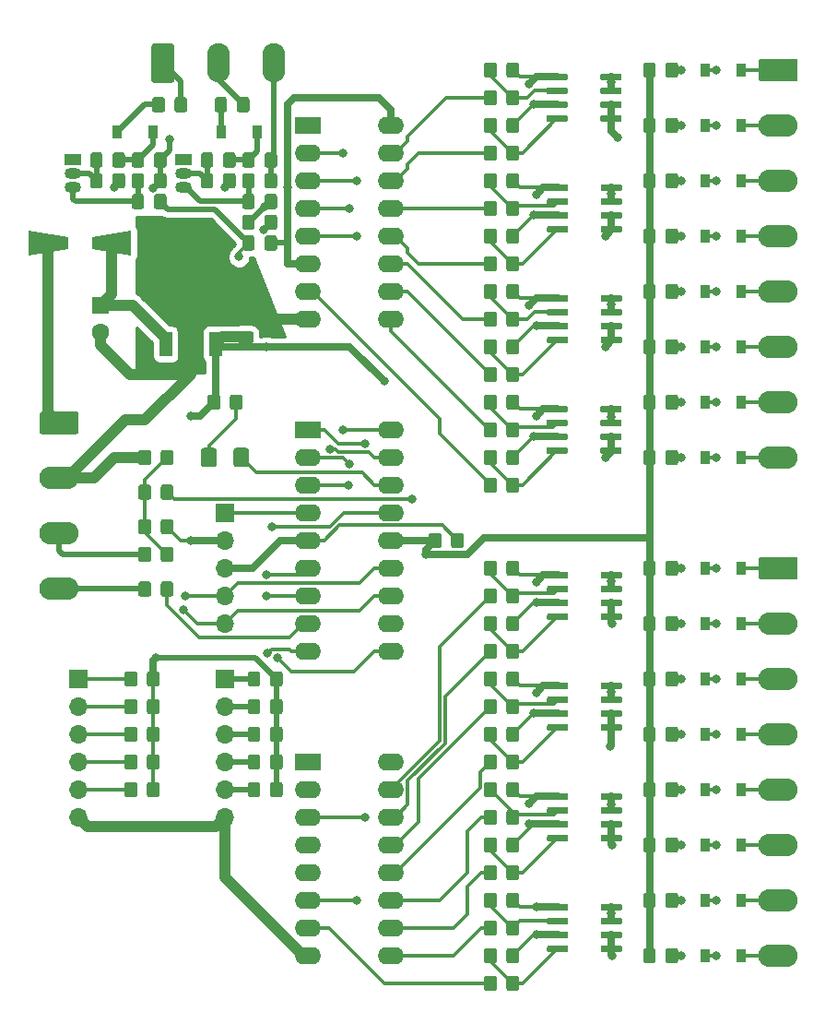
<source format=gbr>
G04 #@! TF.GenerationSoftware,KiCad,Pcbnew,(5.99.0-434-g6ad8b170c)*
G04 #@! TF.CreationDate,2019-12-07T15:10:00-08:00*
G04 #@! TF.ProjectId,R_Switch,525f5377-6974-4636-982e-6b696361645f,A*
G04 #@! TF.SameCoordinates,Original*
G04 #@! TF.FileFunction,Copper,L1,Top*
G04 #@! TF.FilePolarity,Positive*
%FSLAX46Y46*%
G04 Gerber Fmt 4.6, Leading zero omitted, Abs format (unit mm)*
G04 Created by KiCad (PCBNEW (5.99.0-434-g6ad8b170c)) date 2019-12-07 15:10:00*
%MOMM*%
%LPD*%
G04 APERTURE LIST*
%ADD10R,1.500000X1.050000*%
%ADD11O,1.500000X1.050000*%
%ADD12O,2.080000X3.600000*%
%ADD13R,0.900000X1.200000*%
%ADD14O,2.400000X1.600000*%
%ADD15R,2.400000X1.600000*%
%ADD16R,5.800000X6.400000*%
%ADD17R,1.200000X2.200000*%
%ADD18O,3.600000X2.080000*%
%ADD19O,1.700000X1.700000*%
%ADD20R,1.700000X1.700000*%
%ADD21C,1.600000*%
%ADD22R,1.600000X1.600000*%
%ADD23C,0.800000*%
%ADD24C,0.508000*%
%ADD25C,0.304800*%
%ADD26C,1.016000*%
%ADD27C,0.635000*%
%ADD28C,0.254000*%
G04 APERTURE END LIST*
G04 #@! TA.AperFunction,SMDPad,CuDef*
G36*
X103535671Y-57104030D02*
G01*
X103616777Y-57158223D01*
X103670970Y-57239329D01*
X103690000Y-57334999D01*
X103690000Y-58235001D01*
X103670970Y-58330671D01*
X103616777Y-58411777D01*
X103535671Y-58465970D01*
X103440001Y-58485000D01*
X102789999Y-58485000D01*
X102694329Y-58465970D01*
X102613223Y-58411777D01*
X102559030Y-58330671D01*
X102540000Y-58235001D01*
X102540000Y-57334999D01*
X102559030Y-57239329D01*
X102613223Y-57158223D01*
X102694329Y-57104030D01*
X102789999Y-57085000D01*
X103440001Y-57085000D01*
X103535671Y-57104030D01*
G37*
G04 #@! TD.AperFunction*
G04 #@! TA.AperFunction,SMDPad,CuDef*
G36*
X105585671Y-57104030D02*
G01*
X105666777Y-57158223D01*
X105720970Y-57239329D01*
X105740000Y-57334999D01*
X105740000Y-58235001D01*
X105720970Y-58330671D01*
X105666777Y-58411777D01*
X105585671Y-58465970D01*
X105490001Y-58485000D01*
X104839999Y-58485000D01*
X104744329Y-58465970D01*
X104663223Y-58411777D01*
X104609030Y-58330671D01*
X104590000Y-58235001D01*
X104590000Y-57334999D01*
X104609030Y-57239329D01*
X104663223Y-57158223D01*
X104744329Y-57104030D01*
X104839999Y-57085000D01*
X105490001Y-57085000D01*
X105585671Y-57104030D01*
G37*
G04 #@! TD.AperFunction*
G04 #@! TA.AperFunction,SMDPad,CuDef*
G36*
X103535671Y-59009030D02*
G01*
X103616777Y-59063223D01*
X103670970Y-59144329D01*
X103690000Y-59239999D01*
X103690000Y-60140001D01*
X103670970Y-60235671D01*
X103616777Y-60316777D01*
X103535671Y-60370970D01*
X103440001Y-60390000D01*
X102789999Y-60390000D01*
X102694329Y-60370970D01*
X102613223Y-60316777D01*
X102559030Y-60235671D01*
X102540000Y-60140001D01*
X102540000Y-59239999D01*
X102559030Y-59144329D01*
X102613223Y-59063223D01*
X102694329Y-59009030D01*
X102789999Y-58990000D01*
X103440001Y-58990000D01*
X103535671Y-59009030D01*
G37*
G04 #@! TD.AperFunction*
G04 #@! TA.AperFunction,SMDPad,CuDef*
G36*
X105585671Y-59009030D02*
G01*
X105666777Y-59063223D01*
X105720970Y-59144329D01*
X105740000Y-59239999D01*
X105740000Y-60140001D01*
X105720970Y-60235671D01*
X105666777Y-60316777D01*
X105585671Y-60370970D01*
X105490001Y-60390000D01*
X104839999Y-60390000D01*
X104744329Y-60370970D01*
X104663223Y-60316777D01*
X104609030Y-60235671D01*
X104590000Y-60140001D01*
X104590000Y-59239999D01*
X104609030Y-59144329D01*
X104663223Y-59063223D01*
X104744329Y-59009030D01*
X104839999Y-58990000D01*
X105490001Y-58990000D01*
X105585671Y-59009030D01*
G37*
G04 #@! TD.AperFunction*
G04 #@! TA.AperFunction,SMDPad,CuDef*
G36*
X105585671Y-53294030D02*
G01*
X105666777Y-53348223D01*
X105720970Y-53429329D01*
X105740000Y-53524999D01*
X105740000Y-54425001D01*
X105720970Y-54520671D01*
X105666777Y-54601777D01*
X105585671Y-54655970D01*
X105490001Y-54675000D01*
X104839999Y-54675000D01*
X104744329Y-54655970D01*
X104663223Y-54601777D01*
X104609030Y-54520671D01*
X104590000Y-54425001D01*
X104590000Y-53524999D01*
X104609030Y-53429329D01*
X104663223Y-53348223D01*
X104744329Y-53294030D01*
X104839999Y-53275000D01*
X105490001Y-53275000D01*
X105585671Y-53294030D01*
G37*
G04 #@! TD.AperFunction*
G04 #@! TA.AperFunction,SMDPad,CuDef*
G36*
X103535671Y-53294030D02*
G01*
X103616777Y-53348223D01*
X103670970Y-53429329D01*
X103690000Y-53524999D01*
X103690000Y-54425001D01*
X103670970Y-54520671D01*
X103616777Y-54601777D01*
X103535671Y-54655970D01*
X103440001Y-54675000D01*
X102789999Y-54675000D01*
X102694329Y-54655970D01*
X102613223Y-54601777D01*
X102559030Y-54520671D01*
X102540000Y-54425001D01*
X102540000Y-53524999D01*
X102559030Y-53429329D01*
X102613223Y-53348223D01*
X102694329Y-53294030D01*
X102789999Y-53275000D01*
X103440001Y-53275000D01*
X103535671Y-53294030D01*
G37*
G04 #@! TD.AperFunction*
G04 #@! TA.AperFunction,SMDPad,CuDef*
G36*
X103535671Y-55199030D02*
G01*
X103616777Y-55253223D01*
X103670970Y-55334329D01*
X103690000Y-55429999D01*
X103690000Y-56330001D01*
X103670970Y-56425671D01*
X103616777Y-56506777D01*
X103535671Y-56560970D01*
X103440001Y-56580000D01*
X102789999Y-56580000D01*
X102694329Y-56560970D01*
X102613223Y-56506777D01*
X102559030Y-56425671D01*
X102540000Y-56330001D01*
X102540000Y-55429999D01*
X102559030Y-55334329D01*
X102613223Y-55253223D01*
X102694329Y-55199030D01*
X102789999Y-55180000D01*
X103440001Y-55180000D01*
X103535671Y-55199030D01*
G37*
G04 #@! TD.AperFunction*
G04 #@! TA.AperFunction,SMDPad,CuDef*
G36*
X105585671Y-55199030D02*
G01*
X105666777Y-55253223D01*
X105720970Y-55334329D01*
X105740000Y-55429999D01*
X105740000Y-56330001D01*
X105720970Y-56425671D01*
X105666777Y-56506777D01*
X105585671Y-56560970D01*
X105490001Y-56580000D01*
X104839999Y-56580000D01*
X104744329Y-56560970D01*
X104663223Y-56506777D01*
X104609030Y-56425671D01*
X104590000Y-56330001D01*
X104590000Y-55429999D01*
X104609030Y-55334329D01*
X104663223Y-55253223D01*
X104744329Y-55199030D01*
X104839999Y-55180000D01*
X105490001Y-55180000D01*
X105585671Y-55199030D01*
G37*
G04 #@! TD.AperFunction*
G04 #@! TA.AperFunction,SMDPad,CuDef*
G36*
X101775671Y-51389030D02*
G01*
X101856777Y-51443223D01*
X101910970Y-51524329D01*
X101930000Y-51619999D01*
X101930000Y-52520001D01*
X101910970Y-52615671D01*
X101856777Y-52696777D01*
X101775671Y-52750970D01*
X101680001Y-52770000D01*
X101029999Y-52770000D01*
X100934329Y-52750970D01*
X100853223Y-52696777D01*
X100799030Y-52615671D01*
X100780000Y-52520001D01*
X100780000Y-51619999D01*
X100799030Y-51524329D01*
X100853223Y-51443223D01*
X100934329Y-51389030D01*
X101029999Y-51370000D01*
X101680001Y-51370000D01*
X101775671Y-51389030D01*
G37*
G04 #@! TD.AperFunction*
G04 #@! TA.AperFunction,SMDPad,CuDef*
G36*
X99725671Y-51389030D02*
G01*
X99806777Y-51443223D01*
X99860970Y-51524329D01*
X99880000Y-51619999D01*
X99880000Y-52520001D01*
X99860970Y-52615671D01*
X99806777Y-52696777D01*
X99725671Y-52750970D01*
X99630001Y-52770000D01*
X98979999Y-52770000D01*
X98884329Y-52750970D01*
X98803223Y-52696777D01*
X98749030Y-52615671D01*
X98730000Y-52520001D01*
X98730000Y-51619999D01*
X98749030Y-51524329D01*
X98803223Y-51443223D01*
X98884329Y-51389030D01*
X98979999Y-51370000D01*
X99630001Y-51370000D01*
X99725671Y-51389030D01*
G37*
G04 #@! TD.AperFunction*
G04 #@! TA.AperFunction,SMDPad,CuDef*
G36*
X103045671Y-46309030D02*
G01*
X103126777Y-46363223D01*
X103180970Y-46444329D01*
X103200000Y-46539999D01*
X103200000Y-47440001D01*
X103180970Y-47535671D01*
X103126777Y-47616777D01*
X103045671Y-47670970D01*
X102950001Y-47690000D01*
X102299999Y-47690000D01*
X102204329Y-47670970D01*
X102123223Y-47616777D01*
X102069030Y-47535671D01*
X102050000Y-47440001D01*
X102050000Y-46539999D01*
X102069030Y-46444329D01*
X102123223Y-46363223D01*
X102204329Y-46309030D01*
X102299999Y-46290000D01*
X102950001Y-46290000D01*
X103045671Y-46309030D01*
G37*
G04 #@! TD.AperFunction*
G04 #@! TA.AperFunction,SMDPad,CuDef*
G36*
X100995671Y-46309030D02*
G01*
X101076777Y-46363223D01*
X101130970Y-46444329D01*
X101150000Y-46539999D01*
X101150000Y-47440001D01*
X101130970Y-47535671D01*
X101076777Y-47616777D01*
X100995671Y-47670970D01*
X100900001Y-47690000D01*
X100249999Y-47690000D01*
X100154329Y-47670970D01*
X100073223Y-47616777D01*
X100019030Y-47535671D01*
X100000000Y-47440001D01*
X100000000Y-46539999D01*
X100019030Y-46444329D01*
X100073223Y-46363223D01*
X100154329Y-46309030D01*
X100249999Y-46290000D01*
X100900001Y-46290000D01*
X100995671Y-46309030D01*
G37*
G04 #@! TD.AperFunction*
G04 #@! TA.AperFunction,SMDPad,CuDef*
G36*
X101775671Y-53294030D02*
G01*
X101856777Y-53348223D01*
X101910970Y-53429329D01*
X101930000Y-53524999D01*
X101930000Y-54425001D01*
X101910970Y-54520671D01*
X101856777Y-54601777D01*
X101775671Y-54655970D01*
X101680001Y-54675000D01*
X101029999Y-54675000D01*
X100934329Y-54655970D01*
X100853223Y-54601777D01*
X100799030Y-54520671D01*
X100780000Y-54425001D01*
X100780000Y-53524999D01*
X100799030Y-53429329D01*
X100853223Y-53348223D01*
X100934329Y-53294030D01*
X101029999Y-53275000D01*
X101680001Y-53275000D01*
X101775671Y-53294030D01*
G37*
G04 #@! TD.AperFunction*
G04 #@! TA.AperFunction,SMDPad,CuDef*
G36*
X99725671Y-53294030D02*
G01*
X99806777Y-53348223D01*
X99860970Y-53429329D01*
X99880000Y-53524999D01*
X99880000Y-54425001D01*
X99860970Y-54520671D01*
X99806777Y-54601777D01*
X99725671Y-54655970D01*
X99630001Y-54675000D01*
X98979999Y-54675000D01*
X98884329Y-54655970D01*
X98803223Y-54601777D01*
X98749030Y-54520671D01*
X98730000Y-54425001D01*
X98730000Y-53524999D01*
X98749030Y-53429329D01*
X98803223Y-53348223D01*
X98884329Y-53294030D01*
X98979999Y-53275000D01*
X99630001Y-53275000D01*
X99725671Y-53294030D01*
G37*
G04 #@! TD.AperFunction*
G04 #@! TA.AperFunction,SMDPad,CuDef*
G36*
X95425671Y-53294030D02*
G01*
X95506777Y-53348223D01*
X95560970Y-53429329D01*
X95580000Y-53524999D01*
X95580000Y-54425001D01*
X95560970Y-54520671D01*
X95506777Y-54601777D01*
X95425671Y-54655970D01*
X95330001Y-54675000D01*
X94679999Y-54675000D01*
X94584329Y-54655970D01*
X94503223Y-54601777D01*
X94449030Y-54520671D01*
X94430000Y-54425001D01*
X94430000Y-53524999D01*
X94449030Y-53429329D01*
X94503223Y-53348223D01*
X94584329Y-53294030D01*
X94679999Y-53275000D01*
X95330001Y-53275000D01*
X95425671Y-53294030D01*
G37*
G04 #@! TD.AperFunction*
G04 #@! TA.AperFunction,SMDPad,CuDef*
G36*
X93375671Y-53294030D02*
G01*
X93456777Y-53348223D01*
X93510970Y-53429329D01*
X93530000Y-53524999D01*
X93530000Y-54425001D01*
X93510970Y-54520671D01*
X93456777Y-54601777D01*
X93375671Y-54655970D01*
X93280001Y-54675000D01*
X92629999Y-54675000D01*
X92534329Y-54655970D01*
X92453223Y-54601777D01*
X92399030Y-54520671D01*
X92380000Y-54425001D01*
X92380000Y-53524999D01*
X92399030Y-53429329D01*
X92453223Y-53348223D01*
X92534329Y-53294030D01*
X92629999Y-53275000D01*
X93280001Y-53275000D01*
X93375671Y-53294030D01*
G37*
G04 #@! TD.AperFunction*
G04 #@! TA.AperFunction,SMDPad,CuDef*
G36*
X93375671Y-55199030D02*
G01*
X93456777Y-55253223D01*
X93510970Y-55334329D01*
X93530000Y-55429999D01*
X93530000Y-56330001D01*
X93510970Y-56425671D01*
X93456777Y-56506777D01*
X93375671Y-56560970D01*
X93280001Y-56580000D01*
X92629999Y-56580000D01*
X92534329Y-56560970D01*
X92453223Y-56506777D01*
X92399030Y-56425671D01*
X92380000Y-56330001D01*
X92380000Y-55429999D01*
X92399030Y-55334329D01*
X92453223Y-55253223D01*
X92534329Y-55199030D01*
X92629999Y-55180000D01*
X93280001Y-55180000D01*
X93375671Y-55199030D01*
G37*
G04 #@! TD.AperFunction*
G04 #@! TA.AperFunction,SMDPad,CuDef*
G36*
X95425671Y-55199030D02*
G01*
X95506777Y-55253223D01*
X95560970Y-55334329D01*
X95580000Y-55429999D01*
X95580000Y-56330001D01*
X95560970Y-56425671D01*
X95506777Y-56506777D01*
X95425671Y-56560970D01*
X95330001Y-56580000D01*
X94679999Y-56580000D01*
X94584329Y-56560970D01*
X94503223Y-56506777D01*
X94449030Y-56425671D01*
X94430000Y-56330001D01*
X94430000Y-55429999D01*
X94449030Y-55334329D01*
X94503223Y-55253223D01*
X94584329Y-55199030D01*
X94679999Y-55180000D01*
X95330001Y-55180000D01*
X95425671Y-55199030D01*
G37*
G04 #@! TD.AperFunction*
G04 #@! TA.AperFunction,SMDPad,CuDef*
G36*
X91615671Y-51389030D02*
G01*
X91696777Y-51443223D01*
X91750970Y-51524329D01*
X91770000Y-51619999D01*
X91770000Y-52520001D01*
X91750970Y-52615671D01*
X91696777Y-52696777D01*
X91615671Y-52750970D01*
X91520001Y-52770000D01*
X90869999Y-52770000D01*
X90774329Y-52750970D01*
X90693223Y-52696777D01*
X90639030Y-52615671D01*
X90620000Y-52520001D01*
X90620000Y-51619999D01*
X90639030Y-51524329D01*
X90693223Y-51443223D01*
X90774329Y-51389030D01*
X90869999Y-51370000D01*
X91520001Y-51370000D01*
X91615671Y-51389030D01*
G37*
G04 #@! TD.AperFunction*
G04 #@! TA.AperFunction,SMDPad,CuDef*
G36*
X89565671Y-51389030D02*
G01*
X89646777Y-51443223D01*
X89700970Y-51524329D01*
X89720000Y-51619999D01*
X89720000Y-52520001D01*
X89700970Y-52615671D01*
X89646777Y-52696777D01*
X89565671Y-52750970D01*
X89470001Y-52770000D01*
X88819999Y-52770000D01*
X88724329Y-52750970D01*
X88643223Y-52696777D01*
X88589030Y-52615671D01*
X88570000Y-52520001D01*
X88570000Y-51619999D01*
X88589030Y-51524329D01*
X88643223Y-51443223D01*
X88724329Y-51389030D01*
X88819999Y-51370000D01*
X89470001Y-51370000D01*
X89565671Y-51389030D01*
G37*
G04 #@! TD.AperFunction*
G04 #@! TA.AperFunction,SMDPad,CuDef*
G36*
X97330671Y-46309030D02*
G01*
X97411777Y-46363223D01*
X97465970Y-46444329D01*
X97485000Y-46539999D01*
X97485000Y-47440001D01*
X97465970Y-47535671D01*
X97411777Y-47616777D01*
X97330671Y-47670970D01*
X97235001Y-47690000D01*
X96584999Y-47690000D01*
X96489329Y-47670970D01*
X96408223Y-47616777D01*
X96354030Y-47535671D01*
X96335000Y-47440001D01*
X96335000Y-46539999D01*
X96354030Y-46444329D01*
X96408223Y-46363223D01*
X96489329Y-46309030D01*
X96584999Y-46290000D01*
X97235001Y-46290000D01*
X97330671Y-46309030D01*
G37*
G04 #@! TD.AperFunction*
G04 #@! TA.AperFunction,SMDPad,CuDef*
G36*
X95280671Y-46309030D02*
G01*
X95361777Y-46363223D01*
X95415970Y-46444329D01*
X95435000Y-46539999D01*
X95435000Y-47440001D01*
X95415970Y-47535671D01*
X95361777Y-47616777D01*
X95280671Y-47670970D01*
X95185001Y-47690000D01*
X94534999Y-47690000D01*
X94439329Y-47670970D01*
X94358223Y-47616777D01*
X94304030Y-47535671D01*
X94285000Y-47440001D01*
X94285000Y-46539999D01*
X94304030Y-46444329D01*
X94358223Y-46363223D01*
X94439329Y-46309030D01*
X94534999Y-46290000D01*
X95185001Y-46290000D01*
X95280671Y-46309030D01*
G37*
G04 #@! TD.AperFunction*
G04 #@! TA.AperFunction,SMDPad,CuDef*
G36*
X91615671Y-53294030D02*
G01*
X91696777Y-53348223D01*
X91750970Y-53429329D01*
X91770000Y-53524999D01*
X91770000Y-54425001D01*
X91750970Y-54520671D01*
X91696777Y-54601777D01*
X91615671Y-54655970D01*
X91520001Y-54675000D01*
X90869999Y-54675000D01*
X90774329Y-54655970D01*
X90693223Y-54601777D01*
X90639030Y-54520671D01*
X90620000Y-54425001D01*
X90620000Y-53524999D01*
X90639030Y-53429329D01*
X90693223Y-53348223D01*
X90774329Y-53294030D01*
X90869999Y-53275000D01*
X91520001Y-53275000D01*
X91615671Y-53294030D01*
G37*
G04 #@! TD.AperFunction*
G04 #@! TA.AperFunction,SMDPad,CuDef*
G36*
X89565671Y-53294030D02*
G01*
X89646777Y-53348223D01*
X89700970Y-53429329D01*
X89720000Y-53524999D01*
X89720000Y-54425001D01*
X89700970Y-54520671D01*
X89646777Y-54601777D01*
X89565671Y-54655970D01*
X89470001Y-54675000D01*
X88819999Y-54675000D01*
X88724329Y-54655970D01*
X88643223Y-54601777D01*
X88589030Y-54520671D01*
X88570000Y-54425001D01*
X88570000Y-53524999D01*
X88589030Y-53429329D01*
X88643223Y-53348223D01*
X88724329Y-53294030D01*
X88819999Y-53275000D01*
X89470001Y-53275000D01*
X89565671Y-53294030D01*
G37*
G04 #@! TD.AperFunction*
D10*
X97155000Y-52070000D03*
D11*
X97155000Y-54610000D03*
X97155000Y-53340000D03*
D10*
X86995000Y-52070000D03*
D11*
X86995000Y-54610000D03*
X86995000Y-53340000D03*
D12*
X105410000Y-43180000D03*
X100330000Y-43180000D03*
G04 #@! TA.AperFunction,ComponentPad*
G36*
X96135671Y-41399030D02*
G01*
X96216777Y-41453223D01*
X96270970Y-41534329D01*
X96290000Y-41629999D01*
X96290000Y-44730001D01*
X96270970Y-44825671D01*
X96216777Y-44906777D01*
X96135671Y-44960970D01*
X96040001Y-44980000D01*
X94459999Y-44980000D01*
X94364329Y-44960970D01*
X94283223Y-44906777D01*
X94229030Y-44825671D01*
X94210000Y-44730001D01*
X94210000Y-41629999D01*
X94229030Y-41534329D01*
X94283223Y-41453223D01*
X94364329Y-41399030D01*
X94459999Y-41380000D01*
X96040001Y-41380000D01*
X96135671Y-41399030D01*
G37*
G04 #@! TD.AperFunction*
D13*
X103885000Y-49530000D03*
X100585000Y-49530000D03*
X94360000Y-49530000D03*
X91060000Y-49530000D03*
G04 #@! TA.AperFunction,SMDPad,CuDef*
G36*
X105585671Y-51389030D02*
G01*
X105666777Y-51443223D01*
X105720970Y-51524329D01*
X105740000Y-51619999D01*
X105740000Y-52520001D01*
X105720970Y-52615671D01*
X105666777Y-52696777D01*
X105585671Y-52750970D01*
X105490001Y-52770000D01*
X104839999Y-52770000D01*
X104744329Y-52750970D01*
X104663223Y-52696777D01*
X104609030Y-52615671D01*
X104590000Y-52520001D01*
X104590000Y-51619999D01*
X104609030Y-51524329D01*
X104663223Y-51443223D01*
X104744329Y-51389030D01*
X104839999Y-51370000D01*
X105490001Y-51370000D01*
X105585671Y-51389030D01*
G37*
G04 #@! TD.AperFunction*
G04 #@! TA.AperFunction,SMDPad,CuDef*
G36*
X103535671Y-51389030D02*
G01*
X103616777Y-51443223D01*
X103670970Y-51524329D01*
X103690000Y-51619999D01*
X103690000Y-52520001D01*
X103670970Y-52615671D01*
X103616777Y-52696777D01*
X103535671Y-52750970D01*
X103440001Y-52770000D01*
X102789999Y-52770000D01*
X102694329Y-52750970D01*
X102613223Y-52696777D01*
X102559030Y-52615671D01*
X102540000Y-52520001D01*
X102540000Y-51619999D01*
X102559030Y-51524329D01*
X102613223Y-51443223D01*
X102694329Y-51389030D01*
X102789999Y-51370000D01*
X103440001Y-51370000D01*
X103535671Y-51389030D01*
G37*
G04 #@! TD.AperFunction*
G04 #@! TA.AperFunction,SMDPad,CuDef*
G36*
X95425671Y-51389030D02*
G01*
X95506777Y-51443223D01*
X95560970Y-51524329D01*
X95580000Y-51619999D01*
X95580000Y-52520001D01*
X95560970Y-52615671D01*
X95506777Y-52696777D01*
X95425671Y-52750970D01*
X95330001Y-52770000D01*
X94679999Y-52770000D01*
X94584329Y-52750970D01*
X94503223Y-52696777D01*
X94449030Y-52615671D01*
X94430000Y-52520001D01*
X94430000Y-51619999D01*
X94449030Y-51524329D01*
X94503223Y-51443223D01*
X94584329Y-51389030D01*
X94679999Y-51370000D01*
X95330001Y-51370000D01*
X95425671Y-51389030D01*
G37*
G04 #@! TD.AperFunction*
G04 #@! TA.AperFunction,SMDPad,CuDef*
G36*
X93375671Y-51389030D02*
G01*
X93456777Y-51443223D01*
X93510970Y-51524329D01*
X93530000Y-51619999D01*
X93530000Y-52520001D01*
X93510970Y-52615671D01*
X93456777Y-52696777D01*
X93375671Y-52750970D01*
X93280001Y-52770000D01*
X92629999Y-52770000D01*
X92534329Y-52750970D01*
X92453223Y-52696777D01*
X92399030Y-52615671D01*
X92380000Y-52520001D01*
X92380000Y-51619999D01*
X92399030Y-51524329D01*
X92453223Y-51443223D01*
X92534329Y-51389030D01*
X92629999Y-51370000D01*
X93280001Y-51370000D01*
X93375671Y-51389030D01*
G37*
G04 #@! TD.AperFunction*
G04 #@! TA.AperFunction,SMDPad,CuDef*
G36*
X106093671Y-106634030D02*
G01*
X106174777Y-106688223D01*
X106228970Y-106769329D01*
X106248000Y-106864999D01*
X106248000Y-107765001D01*
X106228970Y-107860671D01*
X106174777Y-107941777D01*
X106093671Y-107995970D01*
X105998001Y-108015000D01*
X105347999Y-108015000D01*
X105252329Y-107995970D01*
X105171223Y-107941777D01*
X105117030Y-107860671D01*
X105098000Y-107765001D01*
X105098000Y-106864999D01*
X105117030Y-106769329D01*
X105171223Y-106688223D01*
X105252329Y-106634030D01*
X105347999Y-106615000D01*
X105998001Y-106615000D01*
X106093671Y-106634030D01*
G37*
G04 #@! TD.AperFunction*
G04 #@! TA.AperFunction,SMDPad,CuDef*
G36*
X104043671Y-106634030D02*
G01*
X104124777Y-106688223D01*
X104178970Y-106769329D01*
X104198000Y-106864999D01*
X104198000Y-107765001D01*
X104178970Y-107860671D01*
X104124777Y-107941777D01*
X104043671Y-107995970D01*
X103948001Y-108015000D01*
X103297999Y-108015000D01*
X103202329Y-107995970D01*
X103121223Y-107941777D01*
X103067030Y-107860671D01*
X103048000Y-107765001D01*
X103048000Y-106864999D01*
X103067030Y-106769329D01*
X103121223Y-106688223D01*
X103202329Y-106634030D01*
X103297999Y-106615000D01*
X103948001Y-106615000D01*
X104043671Y-106634030D01*
G37*
G04 #@! TD.AperFunction*
G04 #@! TA.AperFunction,SMDPad,CuDef*
G36*
X106093671Y-104094030D02*
G01*
X106174777Y-104148223D01*
X106228970Y-104229329D01*
X106248000Y-104324999D01*
X106248000Y-105225001D01*
X106228970Y-105320671D01*
X106174777Y-105401777D01*
X106093671Y-105455970D01*
X105998001Y-105475000D01*
X105347999Y-105475000D01*
X105252329Y-105455970D01*
X105171223Y-105401777D01*
X105117030Y-105320671D01*
X105098000Y-105225001D01*
X105098000Y-104324999D01*
X105117030Y-104229329D01*
X105171223Y-104148223D01*
X105252329Y-104094030D01*
X105347999Y-104075000D01*
X105998001Y-104075000D01*
X106093671Y-104094030D01*
G37*
G04 #@! TD.AperFunction*
G04 #@! TA.AperFunction,SMDPad,CuDef*
G36*
X104043671Y-104094030D02*
G01*
X104124777Y-104148223D01*
X104178970Y-104229329D01*
X104198000Y-104324999D01*
X104198000Y-105225001D01*
X104178970Y-105320671D01*
X104124777Y-105401777D01*
X104043671Y-105455970D01*
X103948001Y-105475000D01*
X103297999Y-105475000D01*
X103202329Y-105455970D01*
X103121223Y-105401777D01*
X103067030Y-105320671D01*
X103048000Y-105225001D01*
X103048000Y-104324999D01*
X103067030Y-104229329D01*
X103121223Y-104148223D01*
X103202329Y-104094030D01*
X103297999Y-104075000D01*
X103948001Y-104075000D01*
X104043671Y-104094030D01*
G37*
G04 #@! TD.AperFunction*
G04 #@! TA.AperFunction,SMDPad,CuDef*
G36*
X106093671Y-101554030D02*
G01*
X106174777Y-101608223D01*
X106228970Y-101689329D01*
X106248000Y-101784999D01*
X106248000Y-102685001D01*
X106228970Y-102780671D01*
X106174777Y-102861777D01*
X106093671Y-102915970D01*
X105998001Y-102935000D01*
X105347999Y-102935000D01*
X105252329Y-102915970D01*
X105171223Y-102861777D01*
X105117030Y-102780671D01*
X105098000Y-102685001D01*
X105098000Y-101784999D01*
X105117030Y-101689329D01*
X105171223Y-101608223D01*
X105252329Y-101554030D01*
X105347999Y-101535000D01*
X105998001Y-101535000D01*
X106093671Y-101554030D01*
G37*
G04 #@! TD.AperFunction*
G04 #@! TA.AperFunction,SMDPad,CuDef*
G36*
X104043671Y-101554030D02*
G01*
X104124777Y-101608223D01*
X104178970Y-101689329D01*
X104198000Y-101784999D01*
X104198000Y-102685001D01*
X104178970Y-102780671D01*
X104124777Y-102861777D01*
X104043671Y-102915970D01*
X103948001Y-102935000D01*
X103297999Y-102935000D01*
X103202329Y-102915970D01*
X103121223Y-102861777D01*
X103067030Y-102780671D01*
X103048000Y-102685001D01*
X103048000Y-101784999D01*
X103067030Y-101689329D01*
X103121223Y-101608223D01*
X103202329Y-101554030D01*
X103297999Y-101535000D01*
X103948001Y-101535000D01*
X104043671Y-101554030D01*
G37*
G04 #@! TD.AperFunction*
G04 #@! TA.AperFunction,SMDPad,CuDef*
G36*
X106093671Y-99014030D02*
G01*
X106174777Y-99068223D01*
X106228970Y-99149329D01*
X106248000Y-99244999D01*
X106248000Y-100145001D01*
X106228970Y-100240671D01*
X106174777Y-100321777D01*
X106093671Y-100375970D01*
X105998001Y-100395000D01*
X105347999Y-100395000D01*
X105252329Y-100375970D01*
X105171223Y-100321777D01*
X105117030Y-100240671D01*
X105098000Y-100145001D01*
X105098000Y-99244999D01*
X105117030Y-99149329D01*
X105171223Y-99068223D01*
X105252329Y-99014030D01*
X105347999Y-98995000D01*
X105998001Y-98995000D01*
X106093671Y-99014030D01*
G37*
G04 #@! TD.AperFunction*
G04 #@! TA.AperFunction,SMDPad,CuDef*
G36*
X104043671Y-99014030D02*
G01*
X104124777Y-99068223D01*
X104178970Y-99149329D01*
X104198000Y-99244999D01*
X104198000Y-100145001D01*
X104178970Y-100240671D01*
X104124777Y-100321777D01*
X104043671Y-100375970D01*
X103948001Y-100395000D01*
X103297999Y-100395000D01*
X103202329Y-100375970D01*
X103121223Y-100321777D01*
X103067030Y-100240671D01*
X103048000Y-100145001D01*
X103048000Y-99244999D01*
X103067030Y-99149329D01*
X103121223Y-99068223D01*
X103202329Y-99014030D01*
X103297999Y-98995000D01*
X103948001Y-98995000D01*
X104043671Y-99014030D01*
G37*
G04 #@! TD.AperFunction*
G04 #@! TA.AperFunction,SMDPad,CuDef*
G36*
X106093671Y-109174030D02*
G01*
X106174777Y-109228223D01*
X106228970Y-109309329D01*
X106248000Y-109404999D01*
X106248000Y-110305001D01*
X106228970Y-110400671D01*
X106174777Y-110481777D01*
X106093671Y-110535970D01*
X105998001Y-110555000D01*
X105347999Y-110555000D01*
X105252329Y-110535970D01*
X105171223Y-110481777D01*
X105117030Y-110400671D01*
X105098000Y-110305001D01*
X105098000Y-109404999D01*
X105117030Y-109309329D01*
X105171223Y-109228223D01*
X105252329Y-109174030D01*
X105347999Y-109155000D01*
X105998001Y-109155000D01*
X106093671Y-109174030D01*
G37*
G04 #@! TD.AperFunction*
G04 #@! TA.AperFunction,SMDPad,CuDef*
G36*
X104043671Y-109174030D02*
G01*
X104124777Y-109228223D01*
X104178970Y-109309329D01*
X104198000Y-109404999D01*
X104198000Y-110305001D01*
X104178970Y-110400671D01*
X104124777Y-110481777D01*
X104043671Y-110535970D01*
X103948001Y-110555000D01*
X103297999Y-110555000D01*
X103202329Y-110535970D01*
X103121223Y-110481777D01*
X103067030Y-110400671D01*
X103048000Y-110305001D01*
X103048000Y-109404999D01*
X103067030Y-109309329D01*
X103121223Y-109228223D01*
X103202329Y-109174030D01*
X103297999Y-109155000D01*
X103948001Y-109155000D01*
X104043671Y-109174030D01*
G37*
G04 #@! TD.AperFunction*
G04 #@! TA.AperFunction,SMDPad,CuDef*
G36*
X94010671Y-90759030D02*
G01*
X94091777Y-90813223D01*
X94145970Y-90894329D01*
X94165000Y-90989999D01*
X94165000Y-91890001D01*
X94145970Y-91985671D01*
X94091777Y-92066777D01*
X94010671Y-92120970D01*
X93915001Y-92140000D01*
X93264999Y-92140000D01*
X93169329Y-92120970D01*
X93088223Y-92066777D01*
X93034030Y-91985671D01*
X93015000Y-91890001D01*
X93015000Y-90989999D01*
X93034030Y-90894329D01*
X93088223Y-90813223D01*
X93169329Y-90759030D01*
X93264999Y-90740000D01*
X93915001Y-90740000D01*
X94010671Y-90759030D01*
G37*
G04 #@! TD.AperFunction*
G04 #@! TA.AperFunction,SMDPad,CuDef*
G36*
X96060671Y-90759030D02*
G01*
X96141777Y-90813223D01*
X96195970Y-90894329D01*
X96215000Y-90989999D01*
X96215000Y-91890001D01*
X96195970Y-91985671D01*
X96141777Y-92066777D01*
X96060671Y-92120970D01*
X95965001Y-92140000D01*
X95314999Y-92140000D01*
X95219329Y-92120970D01*
X95138223Y-92066777D01*
X95084030Y-91985671D01*
X95065000Y-91890001D01*
X95065000Y-90989999D01*
X95084030Y-90894329D01*
X95138223Y-90813223D01*
X95219329Y-90759030D01*
X95314999Y-90740000D01*
X95965001Y-90740000D01*
X96060671Y-90759030D01*
G37*
G04 #@! TD.AperFunction*
G04 #@! TA.AperFunction,SMDPad,CuDef*
G36*
X94010671Y-81869030D02*
G01*
X94091777Y-81923223D01*
X94145970Y-82004329D01*
X94165000Y-82099999D01*
X94165000Y-83000001D01*
X94145970Y-83095671D01*
X94091777Y-83176777D01*
X94010671Y-83230970D01*
X93915001Y-83250000D01*
X93264999Y-83250000D01*
X93169329Y-83230970D01*
X93088223Y-83176777D01*
X93034030Y-83095671D01*
X93015000Y-83000001D01*
X93015000Y-82099999D01*
X93034030Y-82004329D01*
X93088223Y-81923223D01*
X93169329Y-81869030D01*
X93264999Y-81850000D01*
X93915001Y-81850000D01*
X94010671Y-81869030D01*
G37*
G04 #@! TD.AperFunction*
G04 #@! TA.AperFunction,SMDPad,CuDef*
G36*
X96060671Y-81869030D02*
G01*
X96141777Y-81923223D01*
X96195970Y-82004329D01*
X96215000Y-82099999D01*
X96215000Y-83000001D01*
X96195970Y-83095671D01*
X96141777Y-83176777D01*
X96060671Y-83230970D01*
X95965001Y-83250000D01*
X95314999Y-83250000D01*
X95219329Y-83230970D01*
X95138223Y-83176777D01*
X95084030Y-83095671D01*
X95065000Y-83000001D01*
X95065000Y-82099999D01*
X95084030Y-82004329D01*
X95138223Y-81923223D01*
X95219329Y-81869030D01*
X95314999Y-81850000D01*
X95965001Y-81850000D01*
X96060671Y-81869030D01*
G37*
G04 #@! TD.AperFunction*
G04 #@! TA.AperFunction,SMDPad,CuDef*
G36*
X94010671Y-85044030D02*
G01*
X94091777Y-85098223D01*
X94145970Y-85179329D01*
X94165000Y-85274999D01*
X94165000Y-86175001D01*
X94145970Y-86270671D01*
X94091777Y-86351777D01*
X94010671Y-86405970D01*
X93915001Y-86425000D01*
X93264999Y-86425000D01*
X93169329Y-86405970D01*
X93088223Y-86351777D01*
X93034030Y-86270671D01*
X93015000Y-86175001D01*
X93015000Y-85274999D01*
X93034030Y-85179329D01*
X93088223Y-85098223D01*
X93169329Y-85044030D01*
X93264999Y-85025000D01*
X93915001Y-85025000D01*
X94010671Y-85044030D01*
G37*
G04 #@! TD.AperFunction*
G04 #@! TA.AperFunction,SMDPad,CuDef*
G36*
X96060671Y-85044030D02*
G01*
X96141777Y-85098223D01*
X96195970Y-85179329D01*
X96215000Y-85274999D01*
X96215000Y-86175001D01*
X96195970Y-86270671D01*
X96141777Y-86351777D01*
X96060671Y-86405970D01*
X95965001Y-86425000D01*
X95314999Y-86425000D01*
X95219329Y-86405970D01*
X95138223Y-86351777D01*
X95084030Y-86270671D01*
X95065000Y-86175001D01*
X95065000Y-85274999D01*
X95084030Y-85179329D01*
X95138223Y-85098223D01*
X95219329Y-85044030D01*
X95314999Y-85025000D01*
X95965001Y-85025000D01*
X96060671Y-85044030D01*
G37*
G04 #@! TD.AperFunction*
G04 #@! TA.AperFunction,SMDPad,CuDef*
G36*
X94010671Y-87584030D02*
G01*
X94091777Y-87638223D01*
X94145970Y-87719329D01*
X94165000Y-87814999D01*
X94165000Y-88715001D01*
X94145970Y-88810671D01*
X94091777Y-88891777D01*
X94010671Y-88945970D01*
X93915001Y-88965000D01*
X93264999Y-88965000D01*
X93169329Y-88945970D01*
X93088223Y-88891777D01*
X93034030Y-88810671D01*
X93015000Y-88715001D01*
X93015000Y-87814999D01*
X93034030Y-87719329D01*
X93088223Y-87638223D01*
X93169329Y-87584030D01*
X93264999Y-87565000D01*
X93915001Y-87565000D01*
X94010671Y-87584030D01*
G37*
G04 #@! TD.AperFunction*
G04 #@! TA.AperFunction,SMDPad,CuDef*
G36*
X96060671Y-87584030D02*
G01*
X96141777Y-87638223D01*
X96195970Y-87719329D01*
X96215000Y-87814999D01*
X96215000Y-88715001D01*
X96195970Y-88810671D01*
X96141777Y-88891777D01*
X96060671Y-88945970D01*
X95965001Y-88965000D01*
X95314999Y-88965000D01*
X95219329Y-88945970D01*
X95138223Y-88891777D01*
X95084030Y-88810671D01*
X95065000Y-88715001D01*
X95065000Y-87814999D01*
X95084030Y-87719329D01*
X95138223Y-87638223D01*
X95219329Y-87584030D01*
X95314999Y-87565000D01*
X95965001Y-87565000D01*
X96060671Y-87584030D01*
G37*
G04 #@! TD.AperFunction*
G04 #@! TA.AperFunction,SMDPad,CuDef*
G36*
X94010671Y-78694030D02*
G01*
X94091777Y-78748223D01*
X94145970Y-78829329D01*
X94165000Y-78924999D01*
X94165000Y-79825001D01*
X94145970Y-79920671D01*
X94091777Y-80001777D01*
X94010671Y-80055970D01*
X93915001Y-80075000D01*
X93264999Y-80075000D01*
X93169329Y-80055970D01*
X93088223Y-80001777D01*
X93034030Y-79920671D01*
X93015000Y-79825001D01*
X93015000Y-78924999D01*
X93034030Y-78829329D01*
X93088223Y-78748223D01*
X93169329Y-78694030D01*
X93264999Y-78675000D01*
X93915001Y-78675000D01*
X94010671Y-78694030D01*
G37*
G04 #@! TD.AperFunction*
G04 #@! TA.AperFunction,SMDPad,CuDef*
G36*
X96060671Y-78694030D02*
G01*
X96141777Y-78748223D01*
X96195970Y-78829329D01*
X96215000Y-78924999D01*
X96215000Y-79825001D01*
X96195970Y-79920671D01*
X96141777Y-80001777D01*
X96060671Y-80055970D01*
X95965001Y-80075000D01*
X95314999Y-80075000D01*
X95219329Y-80055970D01*
X95138223Y-80001777D01*
X95084030Y-79920671D01*
X95065000Y-79825001D01*
X95065000Y-78924999D01*
X95084030Y-78829329D01*
X95138223Y-78748223D01*
X95219329Y-78694030D01*
X95314999Y-78675000D01*
X95965001Y-78675000D01*
X96060671Y-78694030D01*
G37*
G04 #@! TD.AperFunction*
D14*
X116205000Y-107315000D03*
X108585000Y-125095000D03*
X116205000Y-109855000D03*
X108585000Y-122555000D03*
X116205000Y-112395000D03*
X108585000Y-120015000D03*
X116205000Y-114935000D03*
X108585000Y-117475000D03*
X116205000Y-117475000D03*
X108585000Y-114935000D03*
X116205000Y-120015000D03*
X108585000Y-112395000D03*
X116205000Y-122555000D03*
X108585000Y-109855000D03*
X116205000Y-125095000D03*
D15*
X108585000Y-107315000D03*
D14*
X116205000Y-48895000D03*
X108585000Y-66675000D03*
X116205000Y-51435000D03*
X108585000Y-64135000D03*
X116205000Y-53975000D03*
X108585000Y-61595000D03*
X116205000Y-56515000D03*
X108585000Y-59055000D03*
X116205000Y-59055000D03*
X108585000Y-56515000D03*
X116205000Y-61595000D03*
X108585000Y-53975000D03*
X116205000Y-64135000D03*
X108585000Y-51435000D03*
X116205000Y-66675000D03*
D15*
X108585000Y-48895000D03*
D16*
X97790000Y-62670000D03*
D17*
X100070000Y-68970000D03*
X95510000Y-68970000D03*
D14*
X116205000Y-76835000D03*
X108585000Y-97155000D03*
X116205000Y-79375000D03*
X108585000Y-94615000D03*
X116205000Y-81915000D03*
X108585000Y-92075000D03*
X116205000Y-84455000D03*
X108585000Y-89535000D03*
X116205000Y-86995000D03*
X108585000Y-86995000D03*
X116205000Y-89535000D03*
X108585000Y-84455000D03*
X116205000Y-92075000D03*
X108585000Y-81915000D03*
X116205000Y-94615000D03*
X108585000Y-79375000D03*
X116205000Y-97155000D03*
D15*
X108585000Y-76835000D03*
G04 #@! TA.AperFunction,SMDPad,CuDef*
G36*
X125760671Y-78694030D02*
G01*
X125841777Y-78748223D01*
X125895970Y-78829329D01*
X125915000Y-78924999D01*
X125915000Y-79825001D01*
X125895970Y-79920671D01*
X125841777Y-80001777D01*
X125760671Y-80055970D01*
X125665001Y-80075000D01*
X125014999Y-80075000D01*
X124919329Y-80055970D01*
X124838223Y-80001777D01*
X124784030Y-79920671D01*
X124765000Y-79825001D01*
X124765000Y-78924999D01*
X124784030Y-78829329D01*
X124838223Y-78748223D01*
X124919329Y-78694030D01*
X125014999Y-78675000D01*
X125665001Y-78675000D01*
X125760671Y-78694030D01*
G37*
G04 #@! TD.AperFunction*
G04 #@! TA.AperFunction,SMDPad,CuDef*
G36*
X127810671Y-78694030D02*
G01*
X127891777Y-78748223D01*
X127945970Y-78829329D01*
X127965000Y-78924999D01*
X127965000Y-79825001D01*
X127945970Y-79920671D01*
X127891777Y-80001777D01*
X127810671Y-80055970D01*
X127715001Y-80075000D01*
X127064999Y-80075000D01*
X126969329Y-80055970D01*
X126888223Y-80001777D01*
X126834030Y-79920671D01*
X126815000Y-79825001D01*
X126815000Y-78924999D01*
X126834030Y-78829329D01*
X126888223Y-78748223D01*
X126969329Y-78694030D01*
X127064999Y-78675000D01*
X127715001Y-78675000D01*
X127810671Y-78694030D01*
G37*
G04 #@! TD.AperFunction*
G04 #@! TA.AperFunction,SMDPad,CuDef*
G36*
X125760671Y-73614030D02*
G01*
X125841777Y-73668223D01*
X125895970Y-73749329D01*
X125915000Y-73844999D01*
X125915000Y-74745001D01*
X125895970Y-74840671D01*
X125841777Y-74921777D01*
X125760671Y-74975970D01*
X125665001Y-74995000D01*
X125014999Y-74995000D01*
X124919329Y-74975970D01*
X124838223Y-74921777D01*
X124784030Y-74840671D01*
X124765000Y-74745001D01*
X124765000Y-73844999D01*
X124784030Y-73749329D01*
X124838223Y-73668223D01*
X124919329Y-73614030D01*
X125014999Y-73595000D01*
X125665001Y-73595000D01*
X125760671Y-73614030D01*
G37*
G04 #@! TD.AperFunction*
G04 #@! TA.AperFunction,SMDPad,CuDef*
G36*
X127810671Y-73614030D02*
G01*
X127891777Y-73668223D01*
X127945970Y-73749329D01*
X127965000Y-73844999D01*
X127965000Y-74745001D01*
X127945970Y-74840671D01*
X127891777Y-74921777D01*
X127810671Y-74975970D01*
X127715001Y-74995000D01*
X127064999Y-74995000D01*
X126969329Y-74975970D01*
X126888223Y-74921777D01*
X126834030Y-74840671D01*
X126815000Y-74745001D01*
X126815000Y-73844999D01*
X126834030Y-73749329D01*
X126888223Y-73668223D01*
X126969329Y-73614030D01*
X127064999Y-73595000D01*
X127715001Y-73595000D01*
X127810671Y-73614030D01*
G37*
G04 #@! TD.AperFunction*
G04 #@! TA.AperFunction,SMDPad,CuDef*
G36*
X125760671Y-68534030D02*
G01*
X125841777Y-68588223D01*
X125895970Y-68669329D01*
X125915000Y-68764999D01*
X125915000Y-69665001D01*
X125895970Y-69760671D01*
X125841777Y-69841777D01*
X125760671Y-69895970D01*
X125665001Y-69915000D01*
X125014999Y-69915000D01*
X124919329Y-69895970D01*
X124838223Y-69841777D01*
X124784030Y-69760671D01*
X124765000Y-69665001D01*
X124765000Y-68764999D01*
X124784030Y-68669329D01*
X124838223Y-68588223D01*
X124919329Y-68534030D01*
X125014999Y-68515000D01*
X125665001Y-68515000D01*
X125760671Y-68534030D01*
G37*
G04 #@! TD.AperFunction*
G04 #@! TA.AperFunction,SMDPad,CuDef*
G36*
X127810671Y-68534030D02*
G01*
X127891777Y-68588223D01*
X127945970Y-68669329D01*
X127965000Y-68764999D01*
X127965000Y-69665001D01*
X127945970Y-69760671D01*
X127891777Y-69841777D01*
X127810671Y-69895970D01*
X127715001Y-69915000D01*
X127064999Y-69915000D01*
X126969329Y-69895970D01*
X126888223Y-69841777D01*
X126834030Y-69760671D01*
X126815000Y-69665001D01*
X126815000Y-68764999D01*
X126834030Y-68669329D01*
X126888223Y-68588223D01*
X126969329Y-68534030D01*
X127064999Y-68515000D01*
X127715001Y-68515000D01*
X127810671Y-68534030D01*
G37*
G04 #@! TD.AperFunction*
G04 #@! TA.AperFunction,SMDPad,CuDef*
G36*
X125760671Y-63454030D02*
G01*
X125841777Y-63508223D01*
X125895970Y-63589329D01*
X125915000Y-63684999D01*
X125915000Y-64585001D01*
X125895970Y-64680671D01*
X125841777Y-64761777D01*
X125760671Y-64815970D01*
X125665001Y-64835000D01*
X125014999Y-64835000D01*
X124919329Y-64815970D01*
X124838223Y-64761777D01*
X124784030Y-64680671D01*
X124765000Y-64585001D01*
X124765000Y-63684999D01*
X124784030Y-63589329D01*
X124838223Y-63508223D01*
X124919329Y-63454030D01*
X125014999Y-63435000D01*
X125665001Y-63435000D01*
X125760671Y-63454030D01*
G37*
G04 #@! TD.AperFunction*
G04 #@! TA.AperFunction,SMDPad,CuDef*
G36*
X127810671Y-63454030D02*
G01*
X127891777Y-63508223D01*
X127945970Y-63589329D01*
X127965000Y-63684999D01*
X127965000Y-64585001D01*
X127945970Y-64680671D01*
X127891777Y-64761777D01*
X127810671Y-64815970D01*
X127715001Y-64835000D01*
X127064999Y-64835000D01*
X126969329Y-64815970D01*
X126888223Y-64761777D01*
X126834030Y-64680671D01*
X126815000Y-64585001D01*
X126815000Y-63684999D01*
X126834030Y-63589329D01*
X126888223Y-63508223D01*
X126969329Y-63454030D01*
X127064999Y-63435000D01*
X127715001Y-63435000D01*
X127810671Y-63454030D01*
G37*
G04 #@! TD.AperFunction*
G04 #@! TA.AperFunction,SMDPad,CuDef*
G36*
X125760671Y-58374030D02*
G01*
X125841777Y-58428223D01*
X125895970Y-58509329D01*
X125915000Y-58604999D01*
X125915000Y-59505001D01*
X125895970Y-59600671D01*
X125841777Y-59681777D01*
X125760671Y-59735970D01*
X125665001Y-59755000D01*
X125014999Y-59755000D01*
X124919329Y-59735970D01*
X124838223Y-59681777D01*
X124784030Y-59600671D01*
X124765000Y-59505001D01*
X124765000Y-58604999D01*
X124784030Y-58509329D01*
X124838223Y-58428223D01*
X124919329Y-58374030D01*
X125014999Y-58355000D01*
X125665001Y-58355000D01*
X125760671Y-58374030D01*
G37*
G04 #@! TD.AperFunction*
G04 #@! TA.AperFunction,SMDPad,CuDef*
G36*
X127810671Y-58374030D02*
G01*
X127891777Y-58428223D01*
X127945970Y-58509329D01*
X127965000Y-58604999D01*
X127965000Y-59505001D01*
X127945970Y-59600671D01*
X127891777Y-59681777D01*
X127810671Y-59735970D01*
X127715001Y-59755000D01*
X127064999Y-59755000D01*
X126969329Y-59735970D01*
X126888223Y-59681777D01*
X126834030Y-59600671D01*
X126815000Y-59505001D01*
X126815000Y-58604999D01*
X126834030Y-58509329D01*
X126888223Y-58428223D01*
X126969329Y-58374030D01*
X127064999Y-58355000D01*
X127715001Y-58355000D01*
X127810671Y-58374030D01*
G37*
G04 #@! TD.AperFunction*
G04 #@! TA.AperFunction,SMDPad,CuDef*
G36*
X125760671Y-53294030D02*
G01*
X125841777Y-53348223D01*
X125895970Y-53429329D01*
X125915000Y-53524999D01*
X125915000Y-54425001D01*
X125895970Y-54520671D01*
X125841777Y-54601777D01*
X125760671Y-54655970D01*
X125665001Y-54675000D01*
X125014999Y-54675000D01*
X124919329Y-54655970D01*
X124838223Y-54601777D01*
X124784030Y-54520671D01*
X124765000Y-54425001D01*
X124765000Y-53524999D01*
X124784030Y-53429329D01*
X124838223Y-53348223D01*
X124919329Y-53294030D01*
X125014999Y-53275000D01*
X125665001Y-53275000D01*
X125760671Y-53294030D01*
G37*
G04 #@! TD.AperFunction*
G04 #@! TA.AperFunction,SMDPad,CuDef*
G36*
X127810671Y-53294030D02*
G01*
X127891777Y-53348223D01*
X127945970Y-53429329D01*
X127965000Y-53524999D01*
X127965000Y-54425001D01*
X127945970Y-54520671D01*
X127891777Y-54601777D01*
X127810671Y-54655970D01*
X127715001Y-54675000D01*
X127064999Y-54675000D01*
X126969329Y-54655970D01*
X126888223Y-54601777D01*
X126834030Y-54520671D01*
X126815000Y-54425001D01*
X126815000Y-53524999D01*
X126834030Y-53429329D01*
X126888223Y-53348223D01*
X126969329Y-53294030D01*
X127064999Y-53275000D01*
X127715001Y-53275000D01*
X127810671Y-53294030D01*
G37*
G04 #@! TD.AperFunction*
G04 #@! TA.AperFunction,SMDPad,CuDef*
G36*
X125760671Y-48214030D02*
G01*
X125841777Y-48268223D01*
X125895970Y-48349329D01*
X125915000Y-48444999D01*
X125915000Y-49345001D01*
X125895970Y-49440671D01*
X125841777Y-49521777D01*
X125760671Y-49575970D01*
X125665001Y-49595000D01*
X125014999Y-49595000D01*
X124919329Y-49575970D01*
X124838223Y-49521777D01*
X124784030Y-49440671D01*
X124765000Y-49345001D01*
X124765000Y-48444999D01*
X124784030Y-48349329D01*
X124838223Y-48268223D01*
X124919329Y-48214030D01*
X125014999Y-48195000D01*
X125665001Y-48195000D01*
X125760671Y-48214030D01*
G37*
G04 #@! TD.AperFunction*
G04 #@! TA.AperFunction,SMDPad,CuDef*
G36*
X127810671Y-48214030D02*
G01*
X127891777Y-48268223D01*
X127945970Y-48349329D01*
X127965000Y-48444999D01*
X127965000Y-49345001D01*
X127945970Y-49440671D01*
X127891777Y-49521777D01*
X127810671Y-49575970D01*
X127715001Y-49595000D01*
X127064999Y-49595000D01*
X126969329Y-49575970D01*
X126888223Y-49521777D01*
X126834030Y-49440671D01*
X126815000Y-49345001D01*
X126815000Y-48444999D01*
X126834030Y-48349329D01*
X126888223Y-48268223D01*
X126969329Y-48214030D01*
X127064999Y-48195000D01*
X127715001Y-48195000D01*
X127810671Y-48214030D01*
G37*
G04 #@! TD.AperFunction*
G04 #@! TA.AperFunction,SMDPad,CuDef*
G36*
X125760671Y-43134030D02*
G01*
X125841777Y-43188223D01*
X125895970Y-43269329D01*
X125915000Y-43364999D01*
X125915000Y-44265001D01*
X125895970Y-44360671D01*
X125841777Y-44441777D01*
X125760671Y-44495970D01*
X125665001Y-44515000D01*
X125014999Y-44515000D01*
X124919329Y-44495970D01*
X124838223Y-44441777D01*
X124784030Y-44360671D01*
X124765000Y-44265001D01*
X124765000Y-43364999D01*
X124784030Y-43269329D01*
X124838223Y-43188223D01*
X124919329Y-43134030D01*
X125014999Y-43115000D01*
X125665001Y-43115000D01*
X125760671Y-43134030D01*
G37*
G04 #@! TD.AperFunction*
G04 #@! TA.AperFunction,SMDPad,CuDef*
G36*
X127810671Y-43134030D02*
G01*
X127891777Y-43188223D01*
X127945970Y-43269329D01*
X127965000Y-43364999D01*
X127965000Y-44265001D01*
X127945970Y-44360671D01*
X127891777Y-44441777D01*
X127810671Y-44495970D01*
X127715001Y-44515000D01*
X127064999Y-44515000D01*
X126969329Y-44495970D01*
X126888223Y-44441777D01*
X126834030Y-44360671D01*
X126815000Y-44265001D01*
X126815000Y-43364999D01*
X126834030Y-43269329D01*
X126888223Y-43188223D01*
X126969329Y-43134030D01*
X127064999Y-43115000D01*
X127715001Y-43115000D01*
X127810671Y-43134030D01*
G37*
G04 #@! TD.AperFunction*
G04 #@! TA.AperFunction,SMDPad,CuDef*
G36*
X125760671Y-81234030D02*
G01*
X125841777Y-81288223D01*
X125895970Y-81369329D01*
X125915000Y-81464999D01*
X125915000Y-82365001D01*
X125895970Y-82460671D01*
X125841777Y-82541777D01*
X125760671Y-82595970D01*
X125665001Y-82615000D01*
X125014999Y-82615000D01*
X124919329Y-82595970D01*
X124838223Y-82541777D01*
X124784030Y-82460671D01*
X124765000Y-82365001D01*
X124765000Y-81464999D01*
X124784030Y-81369329D01*
X124838223Y-81288223D01*
X124919329Y-81234030D01*
X125014999Y-81215000D01*
X125665001Y-81215000D01*
X125760671Y-81234030D01*
G37*
G04 #@! TD.AperFunction*
G04 #@! TA.AperFunction,SMDPad,CuDef*
G36*
X127810671Y-81234030D02*
G01*
X127891777Y-81288223D01*
X127945970Y-81369329D01*
X127965000Y-81464999D01*
X127965000Y-82365001D01*
X127945970Y-82460671D01*
X127891777Y-82541777D01*
X127810671Y-82595970D01*
X127715001Y-82615000D01*
X127064999Y-82615000D01*
X126969329Y-82595970D01*
X126888223Y-82541777D01*
X126834030Y-82460671D01*
X126815000Y-82365001D01*
X126815000Y-81464999D01*
X126834030Y-81369329D01*
X126888223Y-81288223D01*
X126969329Y-81234030D01*
X127064999Y-81215000D01*
X127715001Y-81215000D01*
X127810671Y-81234030D01*
G37*
G04 #@! TD.AperFunction*
G04 #@! TA.AperFunction,SMDPad,CuDef*
G36*
X125760671Y-76154030D02*
G01*
X125841777Y-76208223D01*
X125895970Y-76289329D01*
X125915000Y-76384999D01*
X125915000Y-77285001D01*
X125895970Y-77380671D01*
X125841777Y-77461777D01*
X125760671Y-77515970D01*
X125665001Y-77535000D01*
X125014999Y-77535000D01*
X124919329Y-77515970D01*
X124838223Y-77461777D01*
X124784030Y-77380671D01*
X124765000Y-77285001D01*
X124765000Y-76384999D01*
X124784030Y-76289329D01*
X124838223Y-76208223D01*
X124919329Y-76154030D01*
X125014999Y-76135000D01*
X125665001Y-76135000D01*
X125760671Y-76154030D01*
G37*
G04 #@! TD.AperFunction*
G04 #@! TA.AperFunction,SMDPad,CuDef*
G36*
X127810671Y-76154030D02*
G01*
X127891777Y-76208223D01*
X127945970Y-76289329D01*
X127965000Y-76384999D01*
X127965000Y-77285001D01*
X127945970Y-77380671D01*
X127891777Y-77461777D01*
X127810671Y-77515970D01*
X127715001Y-77535000D01*
X127064999Y-77535000D01*
X126969329Y-77515970D01*
X126888223Y-77461777D01*
X126834030Y-77380671D01*
X126815000Y-77285001D01*
X126815000Y-76384999D01*
X126834030Y-76289329D01*
X126888223Y-76208223D01*
X126969329Y-76154030D01*
X127064999Y-76135000D01*
X127715001Y-76135000D01*
X127810671Y-76154030D01*
G37*
G04 #@! TD.AperFunction*
G04 #@! TA.AperFunction,SMDPad,CuDef*
G36*
X125760671Y-71074030D02*
G01*
X125841777Y-71128223D01*
X125895970Y-71209329D01*
X125915000Y-71304999D01*
X125915000Y-72205001D01*
X125895970Y-72300671D01*
X125841777Y-72381777D01*
X125760671Y-72435970D01*
X125665001Y-72455000D01*
X125014999Y-72455000D01*
X124919329Y-72435970D01*
X124838223Y-72381777D01*
X124784030Y-72300671D01*
X124765000Y-72205001D01*
X124765000Y-71304999D01*
X124784030Y-71209329D01*
X124838223Y-71128223D01*
X124919329Y-71074030D01*
X125014999Y-71055000D01*
X125665001Y-71055000D01*
X125760671Y-71074030D01*
G37*
G04 #@! TD.AperFunction*
G04 #@! TA.AperFunction,SMDPad,CuDef*
G36*
X127810671Y-71074030D02*
G01*
X127891777Y-71128223D01*
X127945970Y-71209329D01*
X127965000Y-71304999D01*
X127965000Y-72205001D01*
X127945970Y-72300671D01*
X127891777Y-72381777D01*
X127810671Y-72435970D01*
X127715001Y-72455000D01*
X127064999Y-72455000D01*
X126969329Y-72435970D01*
X126888223Y-72381777D01*
X126834030Y-72300671D01*
X126815000Y-72205001D01*
X126815000Y-71304999D01*
X126834030Y-71209329D01*
X126888223Y-71128223D01*
X126969329Y-71074030D01*
X127064999Y-71055000D01*
X127715001Y-71055000D01*
X127810671Y-71074030D01*
G37*
G04 #@! TD.AperFunction*
G04 #@! TA.AperFunction,SMDPad,CuDef*
G36*
X125760671Y-65994030D02*
G01*
X125841777Y-66048223D01*
X125895970Y-66129329D01*
X125915000Y-66224999D01*
X125915000Y-67125001D01*
X125895970Y-67220671D01*
X125841777Y-67301777D01*
X125760671Y-67355970D01*
X125665001Y-67375000D01*
X125014999Y-67375000D01*
X124919329Y-67355970D01*
X124838223Y-67301777D01*
X124784030Y-67220671D01*
X124765000Y-67125001D01*
X124765000Y-66224999D01*
X124784030Y-66129329D01*
X124838223Y-66048223D01*
X124919329Y-65994030D01*
X125014999Y-65975000D01*
X125665001Y-65975000D01*
X125760671Y-65994030D01*
G37*
G04 #@! TD.AperFunction*
G04 #@! TA.AperFunction,SMDPad,CuDef*
G36*
X127810671Y-65994030D02*
G01*
X127891777Y-66048223D01*
X127945970Y-66129329D01*
X127965000Y-66224999D01*
X127965000Y-67125001D01*
X127945970Y-67220671D01*
X127891777Y-67301777D01*
X127810671Y-67355970D01*
X127715001Y-67375000D01*
X127064999Y-67375000D01*
X126969329Y-67355970D01*
X126888223Y-67301777D01*
X126834030Y-67220671D01*
X126815000Y-67125001D01*
X126815000Y-66224999D01*
X126834030Y-66129329D01*
X126888223Y-66048223D01*
X126969329Y-65994030D01*
X127064999Y-65975000D01*
X127715001Y-65975000D01*
X127810671Y-65994030D01*
G37*
G04 #@! TD.AperFunction*
G04 #@! TA.AperFunction,SMDPad,CuDef*
G36*
X125760671Y-60914030D02*
G01*
X125841777Y-60968223D01*
X125895970Y-61049329D01*
X125915000Y-61144999D01*
X125915000Y-62045001D01*
X125895970Y-62140671D01*
X125841777Y-62221777D01*
X125760671Y-62275970D01*
X125665001Y-62295000D01*
X125014999Y-62295000D01*
X124919329Y-62275970D01*
X124838223Y-62221777D01*
X124784030Y-62140671D01*
X124765000Y-62045001D01*
X124765000Y-61144999D01*
X124784030Y-61049329D01*
X124838223Y-60968223D01*
X124919329Y-60914030D01*
X125014999Y-60895000D01*
X125665001Y-60895000D01*
X125760671Y-60914030D01*
G37*
G04 #@! TD.AperFunction*
G04 #@! TA.AperFunction,SMDPad,CuDef*
G36*
X127810671Y-60914030D02*
G01*
X127891777Y-60968223D01*
X127945970Y-61049329D01*
X127965000Y-61144999D01*
X127965000Y-62045001D01*
X127945970Y-62140671D01*
X127891777Y-62221777D01*
X127810671Y-62275970D01*
X127715001Y-62295000D01*
X127064999Y-62295000D01*
X126969329Y-62275970D01*
X126888223Y-62221777D01*
X126834030Y-62140671D01*
X126815000Y-62045001D01*
X126815000Y-61144999D01*
X126834030Y-61049329D01*
X126888223Y-60968223D01*
X126969329Y-60914030D01*
X127064999Y-60895000D01*
X127715001Y-60895000D01*
X127810671Y-60914030D01*
G37*
G04 #@! TD.AperFunction*
G04 #@! TA.AperFunction,SMDPad,CuDef*
G36*
X125760671Y-55834030D02*
G01*
X125841777Y-55888223D01*
X125895970Y-55969329D01*
X125915000Y-56064999D01*
X125915000Y-56965001D01*
X125895970Y-57060671D01*
X125841777Y-57141777D01*
X125760671Y-57195970D01*
X125665001Y-57215000D01*
X125014999Y-57215000D01*
X124919329Y-57195970D01*
X124838223Y-57141777D01*
X124784030Y-57060671D01*
X124765000Y-56965001D01*
X124765000Y-56064999D01*
X124784030Y-55969329D01*
X124838223Y-55888223D01*
X124919329Y-55834030D01*
X125014999Y-55815000D01*
X125665001Y-55815000D01*
X125760671Y-55834030D01*
G37*
G04 #@! TD.AperFunction*
G04 #@! TA.AperFunction,SMDPad,CuDef*
G36*
X127810671Y-55834030D02*
G01*
X127891777Y-55888223D01*
X127945970Y-55969329D01*
X127965000Y-56064999D01*
X127965000Y-56965001D01*
X127945970Y-57060671D01*
X127891777Y-57141777D01*
X127810671Y-57195970D01*
X127715001Y-57215000D01*
X127064999Y-57215000D01*
X126969329Y-57195970D01*
X126888223Y-57141777D01*
X126834030Y-57060671D01*
X126815000Y-56965001D01*
X126815000Y-56064999D01*
X126834030Y-55969329D01*
X126888223Y-55888223D01*
X126969329Y-55834030D01*
X127064999Y-55815000D01*
X127715001Y-55815000D01*
X127810671Y-55834030D01*
G37*
G04 #@! TD.AperFunction*
G04 #@! TA.AperFunction,SMDPad,CuDef*
G36*
X125760671Y-50754030D02*
G01*
X125841777Y-50808223D01*
X125895970Y-50889329D01*
X125915000Y-50984999D01*
X125915000Y-51885001D01*
X125895970Y-51980671D01*
X125841777Y-52061777D01*
X125760671Y-52115970D01*
X125665001Y-52135000D01*
X125014999Y-52135000D01*
X124919329Y-52115970D01*
X124838223Y-52061777D01*
X124784030Y-51980671D01*
X124765000Y-51885001D01*
X124765000Y-50984999D01*
X124784030Y-50889329D01*
X124838223Y-50808223D01*
X124919329Y-50754030D01*
X125014999Y-50735000D01*
X125665001Y-50735000D01*
X125760671Y-50754030D01*
G37*
G04 #@! TD.AperFunction*
G04 #@! TA.AperFunction,SMDPad,CuDef*
G36*
X127810671Y-50754030D02*
G01*
X127891777Y-50808223D01*
X127945970Y-50889329D01*
X127965000Y-50984999D01*
X127965000Y-51885001D01*
X127945970Y-51980671D01*
X127891777Y-52061777D01*
X127810671Y-52115970D01*
X127715001Y-52135000D01*
X127064999Y-52135000D01*
X126969329Y-52115970D01*
X126888223Y-52061777D01*
X126834030Y-51980671D01*
X126815000Y-51885001D01*
X126815000Y-50984999D01*
X126834030Y-50889329D01*
X126888223Y-50808223D01*
X126969329Y-50754030D01*
X127064999Y-50735000D01*
X127715001Y-50735000D01*
X127810671Y-50754030D01*
G37*
G04 #@! TD.AperFunction*
G04 #@! TA.AperFunction,SMDPad,CuDef*
G36*
X125760671Y-45674030D02*
G01*
X125841777Y-45728223D01*
X125895970Y-45809329D01*
X125915000Y-45904999D01*
X125915000Y-46805001D01*
X125895970Y-46900671D01*
X125841777Y-46981777D01*
X125760671Y-47035970D01*
X125665001Y-47055000D01*
X125014999Y-47055000D01*
X124919329Y-47035970D01*
X124838223Y-46981777D01*
X124784030Y-46900671D01*
X124765000Y-46805001D01*
X124765000Y-45904999D01*
X124784030Y-45809329D01*
X124838223Y-45728223D01*
X124919329Y-45674030D01*
X125014999Y-45655000D01*
X125665001Y-45655000D01*
X125760671Y-45674030D01*
G37*
G04 #@! TD.AperFunction*
G04 #@! TA.AperFunction,SMDPad,CuDef*
G36*
X127810671Y-45674030D02*
G01*
X127891777Y-45728223D01*
X127945970Y-45809329D01*
X127965000Y-45904999D01*
X127965000Y-46805001D01*
X127945970Y-46900671D01*
X127891777Y-46981777D01*
X127810671Y-47035970D01*
X127715001Y-47055000D01*
X127064999Y-47055000D01*
X126969329Y-47035970D01*
X126888223Y-46981777D01*
X126834030Y-46900671D01*
X126815000Y-46805001D01*
X126815000Y-45904999D01*
X126834030Y-45809329D01*
X126888223Y-45728223D01*
X126969329Y-45674030D01*
X127064999Y-45655000D01*
X127715001Y-45655000D01*
X127810671Y-45674030D01*
G37*
G04 #@! TD.AperFunction*
G04 #@! TA.AperFunction,SMDPad,CuDef*
G36*
X140365671Y-78694030D02*
G01*
X140446777Y-78748223D01*
X140500970Y-78829329D01*
X140520000Y-78924999D01*
X140520000Y-79825001D01*
X140500970Y-79920671D01*
X140446777Y-80001777D01*
X140365671Y-80055970D01*
X140270001Y-80075000D01*
X139619999Y-80075000D01*
X139524329Y-80055970D01*
X139443223Y-80001777D01*
X139389030Y-79920671D01*
X139370000Y-79825001D01*
X139370000Y-78924999D01*
X139389030Y-78829329D01*
X139443223Y-78748223D01*
X139524329Y-78694030D01*
X139619999Y-78675000D01*
X140270001Y-78675000D01*
X140365671Y-78694030D01*
G37*
G04 #@! TD.AperFunction*
G04 #@! TA.AperFunction,SMDPad,CuDef*
G36*
X142415671Y-78694030D02*
G01*
X142496777Y-78748223D01*
X142550970Y-78829329D01*
X142570000Y-78924999D01*
X142570000Y-79825001D01*
X142550970Y-79920671D01*
X142496777Y-80001777D01*
X142415671Y-80055970D01*
X142320001Y-80075000D01*
X141669999Y-80075000D01*
X141574329Y-80055970D01*
X141493223Y-80001777D01*
X141439030Y-79920671D01*
X141420000Y-79825001D01*
X141420000Y-78924999D01*
X141439030Y-78829329D01*
X141493223Y-78748223D01*
X141574329Y-78694030D01*
X141669999Y-78675000D01*
X142320001Y-78675000D01*
X142415671Y-78694030D01*
G37*
G04 #@! TD.AperFunction*
G04 #@! TA.AperFunction,SMDPad,CuDef*
G36*
X140365671Y-73614030D02*
G01*
X140446777Y-73668223D01*
X140500970Y-73749329D01*
X140520000Y-73844999D01*
X140520000Y-74745001D01*
X140500970Y-74840671D01*
X140446777Y-74921777D01*
X140365671Y-74975970D01*
X140270001Y-74995000D01*
X139619999Y-74995000D01*
X139524329Y-74975970D01*
X139443223Y-74921777D01*
X139389030Y-74840671D01*
X139370000Y-74745001D01*
X139370000Y-73844999D01*
X139389030Y-73749329D01*
X139443223Y-73668223D01*
X139524329Y-73614030D01*
X139619999Y-73595000D01*
X140270001Y-73595000D01*
X140365671Y-73614030D01*
G37*
G04 #@! TD.AperFunction*
G04 #@! TA.AperFunction,SMDPad,CuDef*
G36*
X142415671Y-73614030D02*
G01*
X142496777Y-73668223D01*
X142550970Y-73749329D01*
X142570000Y-73844999D01*
X142570000Y-74745001D01*
X142550970Y-74840671D01*
X142496777Y-74921777D01*
X142415671Y-74975970D01*
X142320001Y-74995000D01*
X141669999Y-74995000D01*
X141574329Y-74975970D01*
X141493223Y-74921777D01*
X141439030Y-74840671D01*
X141420000Y-74745001D01*
X141420000Y-73844999D01*
X141439030Y-73749329D01*
X141493223Y-73668223D01*
X141574329Y-73614030D01*
X141669999Y-73595000D01*
X142320001Y-73595000D01*
X142415671Y-73614030D01*
G37*
G04 #@! TD.AperFunction*
G04 #@! TA.AperFunction,SMDPad,CuDef*
G36*
X140365671Y-68534030D02*
G01*
X140446777Y-68588223D01*
X140500970Y-68669329D01*
X140520000Y-68764999D01*
X140520000Y-69665001D01*
X140500970Y-69760671D01*
X140446777Y-69841777D01*
X140365671Y-69895970D01*
X140270001Y-69915000D01*
X139619999Y-69915000D01*
X139524329Y-69895970D01*
X139443223Y-69841777D01*
X139389030Y-69760671D01*
X139370000Y-69665001D01*
X139370000Y-68764999D01*
X139389030Y-68669329D01*
X139443223Y-68588223D01*
X139524329Y-68534030D01*
X139619999Y-68515000D01*
X140270001Y-68515000D01*
X140365671Y-68534030D01*
G37*
G04 #@! TD.AperFunction*
G04 #@! TA.AperFunction,SMDPad,CuDef*
G36*
X142415671Y-68534030D02*
G01*
X142496777Y-68588223D01*
X142550970Y-68669329D01*
X142570000Y-68764999D01*
X142570000Y-69665001D01*
X142550970Y-69760671D01*
X142496777Y-69841777D01*
X142415671Y-69895970D01*
X142320001Y-69915000D01*
X141669999Y-69915000D01*
X141574329Y-69895970D01*
X141493223Y-69841777D01*
X141439030Y-69760671D01*
X141420000Y-69665001D01*
X141420000Y-68764999D01*
X141439030Y-68669329D01*
X141493223Y-68588223D01*
X141574329Y-68534030D01*
X141669999Y-68515000D01*
X142320001Y-68515000D01*
X142415671Y-68534030D01*
G37*
G04 #@! TD.AperFunction*
G04 #@! TA.AperFunction,SMDPad,CuDef*
G36*
X140365671Y-63454030D02*
G01*
X140446777Y-63508223D01*
X140500970Y-63589329D01*
X140520000Y-63684999D01*
X140520000Y-64585001D01*
X140500970Y-64680671D01*
X140446777Y-64761777D01*
X140365671Y-64815970D01*
X140270001Y-64835000D01*
X139619999Y-64835000D01*
X139524329Y-64815970D01*
X139443223Y-64761777D01*
X139389030Y-64680671D01*
X139370000Y-64585001D01*
X139370000Y-63684999D01*
X139389030Y-63589329D01*
X139443223Y-63508223D01*
X139524329Y-63454030D01*
X139619999Y-63435000D01*
X140270001Y-63435000D01*
X140365671Y-63454030D01*
G37*
G04 #@! TD.AperFunction*
G04 #@! TA.AperFunction,SMDPad,CuDef*
G36*
X142415671Y-63454030D02*
G01*
X142496777Y-63508223D01*
X142550970Y-63589329D01*
X142570000Y-63684999D01*
X142570000Y-64585001D01*
X142550970Y-64680671D01*
X142496777Y-64761777D01*
X142415671Y-64815970D01*
X142320001Y-64835000D01*
X141669999Y-64835000D01*
X141574329Y-64815970D01*
X141493223Y-64761777D01*
X141439030Y-64680671D01*
X141420000Y-64585001D01*
X141420000Y-63684999D01*
X141439030Y-63589329D01*
X141493223Y-63508223D01*
X141574329Y-63454030D01*
X141669999Y-63435000D01*
X142320001Y-63435000D01*
X142415671Y-63454030D01*
G37*
G04 #@! TD.AperFunction*
G04 #@! TA.AperFunction,SMDPad,CuDef*
G36*
X140365671Y-58374030D02*
G01*
X140446777Y-58428223D01*
X140500970Y-58509329D01*
X140520000Y-58604999D01*
X140520000Y-59505001D01*
X140500970Y-59600671D01*
X140446777Y-59681777D01*
X140365671Y-59735970D01*
X140270001Y-59755000D01*
X139619999Y-59755000D01*
X139524329Y-59735970D01*
X139443223Y-59681777D01*
X139389030Y-59600671D01*
X139370000Y-59505001D01*
X139370000Y-58604999D01*
X139389030Y-58509329D01*
X139443223Y-58428223D01*
X139524329Y-58374030D01*
X139619999Y-58355000D01*
X140270001Y-58355000D01*
X140365671Y-58374030D01*
G37*
G04 #@! TD.AperFunction*
G04 #@! TA.AperFunction,SMDPad,CuDef*
G36*
X142415671Y-58374030D02*
G01*
X142496777Y-58428223D01*
X142550970Y-58509329D01*
X142570000Y-58604999D01*
X142570000Y-59505001D01*
X142550970Y-59600671D01*
X142496777Y-59681777D01*
X142415671Y-59735970D01*
X142320001Y-59755000D01*
X141669999Y-59755000D01*
X141574329Y-59735970D01*
X141493223Y-59681777D01*
X141439030Y-59600671D01*
X141420000Y-59505001D01*
X141420000Y-58604999D01*
X141439030Y-58509329D01*
X141493223Y-58428223D01*
X141574329Y-58374030D01*
X141669999Y-58355000D01*
X142320001Y-58355000D01*
X142415671Y-58374030D01*
G37*
G04 #@! TD.AperFunction*
G04 #@! TA.AperFunction,SMDPad,CuDef*
G36*
X140365671Y-53294030D02*
G01*
X140446777Y-53348223D01*
X140500970Y-53429329D01*
X140520000Y-53524999D01*
X140520000Y-54425001D01*
X140500970Y-54520671D01*
X140446777Y-54601777D01*
X140365671Y-54655970D01*
X140270001Y-54675000D01*
X139619999Y-54675000D01*
X139524329Y-54655970D01*
X139443223Y-54601777D01*
X139389030Y-54520671D01*
X139370000Y-54425001D01*
X139370000Y-53524999D01*
X139389030Y-53429329D01*
X139443223Y-53348223D01*
X139524329Y-53294030D01*
X139619999Y-53275000D01*
X140270001Y-53275000D01*
X140365671Y-53294030D01*
G37*
G04 #@! TD.AperFunction*
G04 #@! TA.AperFunction,SMDPad,CuDef*
G36*
X142415671Y-53294030D02*
G01*
X142496777Y-53348223D01*
X142550970Y-53429329D01*
X142570000Y-53524999D01*
X142570000Y-54425001D01*
X142550970Y-54520671D01*
X142496777Y-54601777D01*
X142415671Y-54655970D01*
X142320001Y-54675000D01*
X141669999Y-54675000D01*
X141574329Y-54655970D01*
X141493223Y-54601777D01*
X141439030Y-54520671D01*
X141420000Y-54425001D01*
X141420000Y-53524999D01*
X141439030Y-53429329D01*
X141493223Y-53348223D01*
X141574329Y-53294030D01*
X141669999Y-53275000D01*
X142320001Y-53275000D01*
X142415671Y-53294030D01*
G37*
G04 #@! TD.AperFunction*
G04 #@! TA.AperFunction,SMDPad,CuDef*
G36*
X140365671Y-48214030D02*
G01*
X140446777Y-48268223D01*
X140500970Y-48349329D01*
X140520000Y-48444999D01*
X140520000Y-49345001D01*
X140500970Y-49440671D01*
X140446777Y-49521777D01*
X140365671Y-49575970D01*
X140270001Y-49595000D01*
X139619999Y-49595000D01*
X139524329Y-49575970D01*
X139443223Y-49521777D01*
X139389030Y-49440671D01*
X139370000Y-49345001D01*
X139370000Y-48444999D01*
X139389030Y-48349329D01*
X139443223Y-48268223D01*
X139524329Y-48214030D01*
X139619999Y-48195000D01*
X140270001Y-48195000D01*
X140365671Y-48214030D01*
G37*
G04 #@! TD.AperFunction*
G04 #@! TA.AperFunction,SMDPad,CuDef*
G36*
X142415671Y-48214030D02*
G01*
X142496777Y-48268223D01*
X142550970Y-48349329D01*
X142570000Y-48444999D01*
X142570000Y-49345001D01*
X142550970Y-49440671D01*
X142496777Y-49521777D01*
X142415671Y-49575970D01*
X142320001Y-49595000D01*
X141669999Y-49595000D01*
X141574329Y-49575970D01*
X141493223Y-49521777D01*
X141439030Y-49440671D01*
X141420000Y-49345001D01*
X141420000Y-48444999D01*
X141439030Y-48349329D01*
X141493223Y-48268223D01*
X141574329Y-48214030D01*
X141669999Y-48195000D01*
X142320001Y-48195000D01*
X142415671Y-48214030D01*
G37*
G04 #@! TD.AperFunction*
G04 #@! TA.AperFunction,SMDPad,CuDef*
G36*
X140365671Y-43134030D02*
G01*
X140446777Y-43188223D01*
X140500970Y-43269329D01*
X140520000Y-43364999D01*
X140520000Y-44265001D01*
X140500970Y-44360671D01*
X140446777Y-44441777D01*
X140365671Y-44495970D01*
X140270001Y-44515000D01*
X139619999Y-44515000D01*
X139524329Y-44495970D01*
X139443223Y-44441777D01*
X139389030Y-44360671D01*
X139370000Y-44265001D01*
X139370000Y-43364999D01*
X139389030Y-43269329D01*
X139443223Y-43188223D01*
X139524329Y-43134030D01*
X139619999Y-43115000D01*
X140270001Y-43115000D01*
X140365671Y-43134030D01*
G37*
G04 #@! TD.AperFunction*
G04 #@! TA.AperFunction,SMDPad,CuDef*
G36*
X142415671Y-43134030D02*
G01*
X142496777Y-43188223D01*
X142550970Y-43269329D01*
X142570000Y-43364999D01*
X142570000Y-44265001D01*
X142550970Y-44360671D01*
X142496777Y-44441777D01*
X142415671Y-44495970D01*
X142320001Y-44515000D01*
X141669999Y-44515000D01*
X141574329Y-44495970D01*
X141493223Y-44441777D01*
X141439030Y-44360671D01*
X141420000Y-44265001D01*
X141420000Y-43364999D01*
X141439030Y-43269329D01*
X141493223Y-43188223D01*
X141574329Y-43134030D01*
X141669999Y-43115000D01*
X142320001Y-43115000D01*
X142415671Y-43134030D01*
G37*
G04 #@! TD.AperFunction*
G04 #@! TA.AperFunction,SMDPad,CuDef*
G36*
X125760671Y-124414030D02*
G01*
X125841777Y-124468223D01*
X125895970Y-124549329D01*
X125915000Y-124644999D01*
X125915000Y-125545001D01*
X125895970Y-125640671D01*
X125841777Y-125721777D01*
X125760671Y-125775970D01*
X125665001Y-125795000D01*
X125014999Y-125795000D01*
X124919329Y-125775970D01*
X124838223Y-125721777D01*
X124784030Y-125640671D01*
X124765000Y-125545001D01*
X124765000Y-124644999D01*
X124784030Y-124549329D01*
X124838223Y-124468223D01*
X124919329Y-124414030D01*
X125014999Y-124395000D01*
X125665001Y-124395000D01*
X125760671Y-124414030D01*
G37*
G04 #@! TD.AperFunction*
G04 #@! TA.AperFunction,SMDPad,CuDef*
G36*
X127810671Y-124414030D02*
G01*
X127891777Y-124468223D01*
X127945970Y-124549329D01*
X127965000Y-124644999D01*
X127965000Y-125545001D01*
X127945970Y-125640671D01*
X127891777Y-125721777D01*
X127810671Y-125775970D01*
X127715001Y-125795000D01*
X127064999Y-125795000D01*
X126969329Y-125775970D01*
X126888223Y-125721777D01*
X126834030Y-125640671D01*
X126815000Y-125545001D01*
X126815000Y-124644999D01*
X126834030Y-124549329D01*
X126888223Y-124468223D01*
X126969329Y-124414030D01*
X127064999Y-124395000D01*
X127715001Y-124395000D01*
X127810671Y-124414030D01*
G37*
G04 #@! TD.AperFunction*
G04 #@! TA.AperFunction,SMDPad,CuDef*
G36*
X125760671Y-119334030D02*
G01*
X125841777Y-119388223D01*
X125895970Y-119469329D01*
X125915000Y-119564999D01*
X125915000Y-120465001D01*
X125895970Y-120560671D01*
X125841777Y-120641777D01*
X125760671Y-120695970D01*
X125665001Y-120715000D01*
X125014999Y-120715000D01*
X124919329Y-120695970D01*
X124838223Y-120641777D01*
X124784030Y-120560671D01*
X124765000Y-120465001D01*
X124765000Y-119564999D01*
X124784030Y-119469329D01*
X124838223Y-119388223D01*
X124919329Y-119334030D01*
X125014999Y-119315000D01*
X125665001Y-119315000D01*
X125760671Y-119334030D01*
G37*
G04 #@! TD.AperFunction*
G04 #@! TA.AperFunction,SMDPad,CuDef*
G36*
X127810671Y-119334030D02*
G01*
X127891777Y-119388223D01*
X127945970Y-119469329D01*
X127965000Y-119564999D01*
X127965000Y-120465001D01*
X127945970Y-120560671D01*
X127891777Y-120641777D01*
X127810671Y-120695970D01*
X127715001Y-120715000D01*
X127064999Y-120715000D01*
X126969329Y-120695970D01*
X126888223Y-120641777D01*
X126834030Y-120560671D01*
X126815000Y-120465001D01*
X126815000Y-119564999D01*
X126834030Y-119469329D01*
X126888223Y-119388223D01*
X126969329Y-119334030D01*
X127064999Y-119315000D01*
X127715001Y-119315000D01*
X127810671Y-119334030D01*
G37*
G04 #@! TD.AperFunction*
G04 #@! TA.AperFunction,SMDPad,CuDef*
G36*
X125760671Y-114254030D02*
G01*
X125841777Y-114308223D01*
X125895970Y-114389329D01*
X125915000Y-114484999D01*
X125915000Y-115385001D01*
X125895970Y-115480671D01*
X125841777Y-115561777D01*
X125760671Y-115615970D01*
X125665001Y-115635000D01*
X125014999Y-115635000D01*
X124919329Y-115615970D01*
X124838223Y-115561777D01*
X124784030Y-115480671D01*
X124765000Y-115385001D01*
X124765000Y-114484999D01*
X124784030Y-114389329D01*
X124838223Y-114308223D01*
X124919329Y-114254030D01*
X125014999Y-114235000D01*
X125665001Y-114235000D01*
X125760671Y-114254030D01*
G37*
G04 #@! TD.AperFunction*
G04 #@! TA.AperFunction,SMDPad,CuDef*
G36*
X127810671Y-114254030D02*
G01*
X127891777Y-114308223D01*
X127945970Y-114389329D01*
X127965000Y-114484999D01*
X127965000Y-115385001D01*
X127945970Y-115480671D01*
X127891777Y-115561777D01*
X127810671Y-115615970D01*
X127715001Y-115635000D01*
X127064999Y-115635000D01*
X126969329Y-115615970D01*
X126888223Y-115561777D01*
X126834030Y-115480671D01*
X126815000Y-115385001D01*
X126815000Y-114484999D01*
X126834030Y-114389329D01*
X126888223Y-114308223D01*
X126969329Y-114254030D01*
X127064999Y-114235000D01*
X127715001Y-114235000D01*
X127810671Y-114254030D01*
G37*
G04 #@! TD.AperFunction*
G04 #@! TA.AperFunction,SMDPad,CuDef*
G36*
X125760671Y-109174030D02*
G01*
X125841777Y-109228223D01*
X125895970Y-109309329D01*
X125915000Y-109404999D01*
X125915000Y-110305001D01*
X125895970Y-110400671D01*
X125841777Y-110481777D01*
X125760671Y-110535970D01*
X125665001Y-110555000D01*
X125014999Y-110555000D01*
X124919329Y-110535970D01*
X124838223Y-110481777D01*
X124784030Y-110400671D01*
X124765000Y-110305001D01*
X124765000Y-109404999D01*
X124784030Y-109309329D01*
X124838223Y-109228223D01*
X124919329Y-109174030D01*
X125014999Y-109155000D01*
X125665001Y-109155000D01*
X125760671Y-109174030D01*
G37*
G04 #@! TD.AperFunction*
G04 #@! TA.AperFunction,SMDPad,CuDef*
G36*
X127810671Y-109174030D02*
G01*
X127891777Y-109228223D01*
X127945970Y-109309329D01*
X127965000Y-109404999D01*
X127965000Y-110305001D01*
X127945970Y-110400671D01*
X127891777Y-110481777D01*
X127810671Y-110535970D01*
X127715001Y-110555000D01*
X127064999Y-110555000D01*
X126969329Y-110535970D01*
X126888223Y-110481777D01*
X126834030Y-110400671D01*
X126815000Y-110305001D01*
X126815000Y-109404999D01*
X126834030Y-109309329D01*
X126888223Y-109228223D01*
X126969329Y-109174030D01*
X127064999Y-109155000D01*
X127715001Y-109155000D01*
X127810671Y-109174030D01*
G37*
G04 #@! TD.AperFunction*
G04 #@! TA.AperFunction,SMDPad,CuDef*
G36*
X125760671Y-104094030D02*
G01*
X125841777Y-104148223D01*
X125895970Y-104229329D01*
X125915000Y-104324999D01*
X125915000Y-105225001D01*
X125895970Y-105320671D01*
X125841777Y-105401777D01*
X125760671Y-105455970D01*
X125665001Y-105475000D01*
X125014999Y-105475000D01*
X124919329Y-105455970D01*
X124838223Y-105401777D01*
X124784030Y-105320671D01*
X124765000Y-105225001D01*
X124765000Y-104324999D01*
X124784030Y-104229329D01*
X124838223Y-104148223D01*
X124919329Y-104094030D01*
X125014999Y-104075000D01*
X125665001Y-104075000D01*
X125760671Y-104094030D01*
G37*
G04 #@! TD.AperFunction*
G04 #@! TA.AperFunction,SMDPad,CuDef*
G36*
X127810671Y-104094030D02*
G01*
X127891777Y-104148223D01*
X127945970Y-104229329D01*
X127965000Y-104324999D01*
X127965000Y-105225001D01*
X127945970Y-105320671D01*
X127891777Y-105401777D01*
X127810671Y-105455970D01*
X127715001Y-105475000D01*
X127064999Y-105475000D01*
X126969329Y-105455970D01*
X126888223Y-105401777D01*
X126834030Y-105320671D01*
X126815000Y-105225001D01*
X126815000Y-104324999D01*
X126834030Y-104229329D01*
X126888223Y-104148223D01*
X126969329Y-104094030D01*
X127064999Y-104075000D01*
X127715001Y-104075000D01*
X127810671Y-104094030D01*
G37*
G04 #@! TD.AperFunction*
G04 #@! TA.AperFunction,SMDPad,CuDef*
G36*
X125760671Y-99014030D02*
G01*
X125841777Y-99068223D01*
X125895970Y-99149329D01*
X125915000Y-99244999D01*
X125915000Y-100145001D01*
X125895970Y-100240671D01*
X125841777Y-100321777D01*
X125760671Y-100375970D01*
X125665001Y-100395000D01*
X125014999Y-100395000D01*
X124919329Y-100375970D01*
X124838223Y-100321777D01*
X124784030Y-100240671D01*
X124765000Y-100145001D01*
X124765000Y-99244999D01*
X124784030Y-99149329D01*
X124838223Y-99068223D01*
X124919329Y-99014030D01*
X125014999Y-98995000D01*
X125665001Y-98995000D01*
X125760671Y-99014030D01*
G37*
G04 #@! TD.AperFunction*
G04 #@! TA.AperFunction,SMDPad,CuDef*
G36*
X127810671Y-99014030D02*
G01*
X127891777Y-99068223D01*
X127945970Y-99149329D01*
X127965000Y-99244999D01*
X127965000Y-100145001D01*
X127945970Y-100240671D01*
X127891777Y-100321777D01*
X127810671Y-100375970D01*
X127715001Y-100395000D01*
X127064999Y-100395000D01*
X126969329Y-100375970D01*
X126888223Y-100321777D01*
X126834030Y-100240671D01*
X126815000Y-100145001D01*
X126815000Y-99244999D01*
X126834030Y-99149329D01*
X126888223Y-99068223D01*
X126969329Y-99014030D01*
X127064999Y-98995000D01*
X127715001Y-98995000D01*
X127810671Y-99014030D01*
G37*
G04 #@! TD.AperFunction*
G04 #@! TA.AperFunction,SMDPad,CuDef*
G36*
X125760671Y-93934030D02*
G01*
X125841777Y-93988223D01*
X125895970Y-94069329D01*
X125915000Y-94164999D01*
X125915000Y-95065001D01*
X125895970Y-95160671D01*
X125841777Y-95241777D01*
X125760671Y-95295970D01*
X125665001Y-95315000D01*
X125014999Y-95315000D01*
X124919329Y-95295970D01*
X124838223Y-95241777D01*
X124784030Y-95160671D01*
X124765000Y-95065001D01*
X124765000Y-94164999D01*
X124784030Y-94069329D01*
X124838223Y-93988223D01*
X124919329Y-93934030D01*
X125014999Y-93915000D01*
X125665001Y-93915000D01*
X125760671Y-93934030D01*
G37*
G04 #@! TD.AperFunction*
G04 #@! TA.AperFunction,SMDPad,CuDef*
G36*
X127810671Y-93934030D02*
G01*
X127891777Y-93988223D01*
X127945970Y-94069329D01*
X127965000Y-94164999D01*
X127965000Y-95065001D01*
X127945970Y-95160671D01*
X127891777Y-95241777D01*
X127810671Y-95295970D01*
X127715001Y-95315000D01*
X127064999Y-95315000D01*
X126969329Y-95295970D01*
X126888223Y-95241777D01*
X126834030Y-95160671D01*
X126815000Y-95065001D01*
X126815000Y-94164999D01*
X126834030Y-94069329D01*
X126888223Y-93988223D01*
X126969329Y-93934030D01*
X127064999Y-93915000D01*
X127715001Y-93915000D01*
X127810671Y-93934030D01*
G37*
G04 #@! TD.AperFunction*
G04 #@! TA.AperFunction,SMDPad,CuDef*
G36*
X125760671Y-88854030D02*
G01*
X125841777Y-88908223D01*
X125895970Y-88989329D01*
X125915000Y-89084999D01*
X125915000Y-89985001D01*
X125895970Y-90080671D01*
X125841777Y-90161777D01*
X125760671Y-90215970D01*
X125665001Y-90235000D01*
X125014999Y-90235000D01*
X124919329Y-90215970D01*
X124838223Y-90161777D01*
X124784030Y-90080671D01*
X124765000Y-89985001D01*
X124765000Y-89084999D01*
X124784030Y-88989329D01*
X124838223Y-88908223D01*
X124919329Y-88854030D01*
X125014999Y-88835000D01*
X125665001Y-88835000D01*
X125760671Y-88854030D01*
G37*
G04 #@! TD.AperFunction*
G04 #@! TA.AperFunction,SMDPad,CuDef*
G36*
X127810671Y-88854030D02*
G01*
X127891777Y-88908223D01*
X127945970Y-88989329D01*
X127965000Y-89084999D01*
X127965000Y-89985001D01*
X127945970Y-90080671D01*
X127891777Y-90161777D01*
X127810671Y-90215970D01*
X127715001Y-90235000D01*
X127064999Y-90235000D01*
X126969329Y-90215970D01*
X126888223Y-90161777D01*
X126834030Y-90080671D01*
X126815000Y-89985001D01*
X126815000Y-89084999D01*
X126834030Y-88989329D01*
X126888223Y-88908223D01*
X126969329Y-88854030D01*
X127064999Y-88835000D01*
X127715001Y-88835000D01*
X127810671Y-88854030D01*
G37*
G04 #@! TD.AperFunction*
G04 #@! TA.AperFunction,SMDPad,CuDef*
G36*
X125760671Y-126954030D02*
G01*
X125841777Y-127008223D01*
X125895970Y-127089329D01*
X125915000Y-127184999D01*
X125915000Y-128085001D01*
X125895970Y-128180671D01*
X125841777Y-128261777D01*
X125760671Y-128315970D01*
X125665001Y-128335000D01*
X125014999Y-128335000D01*
X124919329Y-128315970D01*
X124838223Y-128261777D01*
X124784030Y-128180671D01*
X124765000Y-128085001D01*
X124765000Y-127184999D01*
X124784030Y-127089329D01*
X124838223Y-127008223D01*
X124919329Y-126954030D01*
X125014999Y-126935000D01*
X125665001Y-126935000D01*
X125760671Y-126954030D01*
G37*
G04 #@! TD.AperFunction*
G04 #@! TA.AperFunction,SMDPad,CuDef*
G36*
X127810671Y-126954030D02*
G01*
X127891777Y-127008223D01*
X127945970Y-127089329D01*
X127965000Y-127184999D01*
X127965000Y-128085001D01*
X127945970Y-128180671D01*
X127891777Y-128261777D01*
X127810671Y-128315970D01*
X127715001Y-128335000D01*
X127064999Y-128335000D01*
X126969329Y-128315970D01*
X126888223Y-128261777D01*
X126834030Y-128180671D01*
X126815000Y-128085001D01*
X126815000Y-127184999D01*
X126834030Y-127089329D01*
X126888223Y-127008223D01*
X126969329Y-126954030D01*
X127064999Y-126935000D01*
X127715001Y-126935000D01*
X127810671Y-126954030D01*
G37*
G04 #@! TD.AperFunction*
G04 #@! TA.AperFunction,SMDPad,CuDef*
G36*
X125760671Y-121874030D02*
G01*
X125841777Y-121928223D01*
X125895970Y-122009329D01*
X125915000Y-122104999D01*
X125915000Y-123005001D01*
X125895970Y-123100671D01*
X125841777Y-123181777D01*
X125760671Y-123235970D01*
X125665001Y-123255000D01*
X125014999Y-123255000D01*
X124919329Y-123235970D01*
X124838223Y-123181777D01*
X124784030Y-123100671D01*
X124765000Y-123005001D01*
X124765000Y-122104999D01*
X124784030Y-122009329D01*
X124838223Y-121928223D01*
X124919329Y-121874030D01*
X125014999Y-121855000D01*
X125665001Y-121855000D01*
X125760671Y-121874030D01*
G37*
G04 #@! TD.AperFunction*
G04 #@! TA.AperFunction,SMDPad,CuDef*
G36*
X127810671Y-121874030D02*
G01*
X127891777Y-121928223D01*
X127945970Y-122009329D01*
X127965000Y-122104999D01*
X127965000Y-123005001D01*
X127945970Y-123100671D01*
X127891777Y-123181777D01*
X127810671Y-123235970D01*
X127715001Y-123255000D01*
X127064999Y-123255000D01*
X126969329Y-123235970D01*
X126888223Y-123181777D01*
X126834030Y-123100671D01*
X126815000Y-123005001D01*
X126815000Y-122104999D01*
X126834030Y-122009329D01*
X126888223Y-121928223D01*
X126969329Y-121874030D01*
X127064999Y-121855000D01*
X127715001Y-121855000D01*
X127810671Y-121874030D01*
G37*
G04 #@! TD.AperFunction*
G04 #@! TA.AperFunction,SMDPad,CuDef*
G36*
X125760671Y-116794030D02*
G01*
X125841777Y-116848223D01*
X125895970Y-116929329D01*
X125915000Y-117024999D01*
X125915000Y-117925001D01*
X125895970Y-118020671D01*
X125841777Y-118101777D01*
X125760671Y-118155970D01*
X125665001Y-118175000D01*
X125014999Y-118175000D01*
X124919329Y-118155970D01*
X124838223Y-118101777D01*
X124784030Y-118020671D01*
X124765000Y-117925001D01*
X124765000Y-117024999D01*
X124784030Y-116929329D01*
X124838223Y-116848223D01*
X124919329Y-116794030D01*
X125014999Y-116775000D01*
X125665001Y-116775000D01*
X125760671Y-116794030D01*
G37*
G04 #@! TD.AperFunction*
G04 #@! TA.AperFunction,SMDPad,CuDef*
G36*
X127810671Y-116794030D02*
G01*
X127891777Y-116848223D01*
X127945970Y-116929329D01*
X127965000Y-117024999D01*
X127965000Y-117925001D01*
X127945970Y-118020671D01*
X127891777Y-118101777D01*
X127810671Y-118155970D01*
X127715001Y-118175000D01*
X127064999Y-118175000D01*
X126969329Y-118155970D01*
X126888223Y-118101777D01*
X126834030Y-118020671D01*
X126815000Y-117925001D01*
X126815000Y-117024999D01*
X126834030Y-116929329D01*
X126888223Y-116848223D01*
X126969329Y-116794030D01*
X127064999Y-116775000D01*
X127715001Y-116775000D01*
X127810671Y-116794030D01*
G37*
G04 #@! TD.AperFunction*
G04 #@! TA.AperFunction,SMDPad,CuDef*
G36*
X125760671Y-111714030D02*
G01*
X125841777Y-111768223D01*
X125895970Y-111849329D01*
X125915000Y-111944999D01*
X125915000Y-112845001D01*
X125895970Y-112940671D01*
X125841777Y-113021777D01*
X125760671Y-113075970D01*
X125665001Y-113095000D01*
X125014999Y-113095000D01*
X124919329Y-113075970D01*
X124838223Y-113021777D01*
X124784030Y-112940671D01*
X124765000Y-112845001D01*
X124765000Y-111944999D01*
X124784030Y-111849329D01*
X124838223Y-111768223D01*
X124919329Y-111714030D01*
X125014999Y-111695000D01*
X125665001Y-111695000D01*
X125760671Y-111714030D01*
G37*
G04 #@! TD.AperFunction*
G04 #@! TA.AperFunction,SMDPad,CuDef*
G36*
X127810671Y-111714030D02*
G01*
X127891777Y-111768223D01*
X127945970Y-111849329D01*
X127965000Y-111944999D01*
X127965000Y-112845001D01*
X127945970Y-112940671D01*
X127891777Y-113021777D01*
X127810671Y-113075970D01*
X127715001Y-113095000D01*
X127064999Y-113095000D01*
X126969329Y-113075970D01*
X126888223Y-113021777D01*
X126834030Y-112940671D01*
X126815000Y-112845001D01*
X126815000Y-111944999D01*
X126834030Y-111849329D01*
X126888223Y-111768223D01*
X126969329Y-111714030D01*
X127064999Y-111695000D01*
X127715001Y-111695000D01*
X127810671Y-111714030D01*
G37*
G04 #@! TD.AperFunction*
G04 #@! TA.AperFunction,SMDPad,CuDef*
G36*
X125760671Y-106634030D02*
G01*
X125841777Y-106688223D01*
X125895970Y-106769329D01*
X125915000Y-106864999D01*
X125915000Y-107765001D01*
X125895970Y-107860671D01*
X125841777Y-107941777D01*
X125760671Y-107995970D01*
X125665001Y-108015000D01*
X125014999Y-108015000D01*
X124919329Y-107995970D01*
X124838223Y-107941777D01*
X124784030Y-107860671D01*
X124765000Y-107765001D01*
X124765000Y-106864999D01*
X124784030Y-106769329D01*
X124838223Y-106688223D01*
X124919329Y-106634030D01*
X125014999Y-106615000D01*
X125665001Y-106615000D01*
X125760671Y-106634030D01*
G37*
G04 #@! TD.AperFunction*
G04 #@! TA.AperFunction,SMDPad,CuDef*
G36*
X127810671Y-106634030D02*
G01*
X127891777Y-106688223D01*
X127945970Y-106769329D01*
X127965000Y-106864999D01*
X127965000Y-107765001D01*
X127945970Y-107860671D01*
X127891777Y-107941777D01*
X127810671Y-107995970D01*
X127715001Y-108015000D01*
X127064999Y-108015000D01*
X126969329Y-107995970D01*
X126888223Y-107941777D01*
X126834030Y-107860671D01*
X126815000Y-107765001D01*
X126815000Y-106864999D01*
X126834030Y-106769329D01*
X126888223Y-106688223D01*
X126969329Y-106634030D01*
X127064999Y-106615000D01*
X127715001Y-106615000D01*
X127810671Y-106634030D01*
G37*
G04 #@! TD.AperFunction*
G04 #@! TA.AperFunction,SMDPad,CuDef*
G36*
X125760671Y-101554030D02*
G01*
X125841777Y-101608223D01*
X125895970Y-101689329D01*
X125915000Y-101784999D01*
X125915000Y-102685001D01*
X125895970Y-102780671D01*
X125841777Y-102861777D01*
X125760671Y-102915970D01*
X125665001Y-102935000D01*
X125014999Y-102935000D01*
X124919329Y-102915970D01*
X124838223Y-102861777D01*
X124784030Y-102780671D01*
X124765000Y-102685001D01*
X124765000Y-101784999D01*
X124784030Y-101689329D01*
X124838223Y-101608223D01*
X124919329Y-101554030D01*
X125014999Y-101535000D01*
X125665001Y-101535000D01*
X125760671Y-101554030D01*
G37*
G04 #@! TD.AperFunction*
G04 #@! TA.AperFunction,SMDPad,CuDef*
G36*
X127810671Y-101554030D02*
G01*
X127891777Y-101608223D01*
X127945970Y-101689329D01*
X127965000Y-101784999D01*
X127965000Y-102685001D01*
X127945970Y-102780671D01*
X127891777Y-102861777D01*
X127810671Y-102915970D01*
X127715001Y-102935000D01*
X127064999Y-102935000D01*
X126969329Y-102915970D01*
X126888223Y-102861777D01*
X126834030Y-102780671D01*
X126815000Y-102685001D01*
X126815000Y-101784999D01*
X126834030Y-101689329D01*
X126888223Y-101608223D01*
X126969329Y-101554030D01*
X127064999Y-101535000D01*
X127715001Y-101535000D01*
X127810671Y-101554030D01*
G37*
G04 #@! TD.AperFunction*
G04 #@! TA.AperFunction,SMDPad,CuDef*
G36*
X125760671Y-96474030D02*
G01*
X125841777Y-96528223D01*
X125895970Y-96609329D01*
X125915000Y-96704999D01*
X125915000Y-97605001D01*
X125895970Y-97700671D01*
X125841777Y-97781777D01*
X125760671Y-97835970D01*
X125665001Y-97855000D01*
X125014999Y-97855000D01*
X124919329Y-97835970D01*
X124838223Y-97781777D01*
X124784030Y-97700671D01*
X124765000Y-97605001D01*
X124765000Y-96704999D01*
X124784030Y-96609329D01*
X124838223Y-96528223D01*
X124919329Y-96474030D01*
X125014999Y-96455000D01*
X125665001Y-96455000D01*
X125760671Y-96474030D01*
G37*
G04 #@! TD.AperFunction*
G04 #@! TA.AperFunction,SMDPad,CuDef*
G36*
X127810671Y-96474030D02*
G01*
X127891777Y-96528223D01*
X127945970Y-96609329D01*
X127965000Y-96704999D01*
X127965000Y-97605001D01*
X127945970Y-97700671D01*
X127891777Y-97781777D01*
X127810671Y-97835970D01*
X127715001Y-97855000D01*
X127064999Y-97855000D01*
X126969329Y-97835970D01*
X126888223Y-97781777D01*
X126834030Y-97700671D01*
X126815000Y-97605001D01*
X126815000Y-96704999D01*
X126834030Y-96609329D01*
X126888223Y-96528223D01*
X126969329Y-96474030D01*
X127064999Y-96455000D01*
X127715001Y-96455000D01*
X127810671Y-96474030D01*
G37*
G04 #@! TD.AperFunction*
G04 #@! TA.AperFunction,SMDPad,CuDef*
G36*
X125760671Y-91394030D02*
G01*
X125841777Y-91448223D01*
X125895970Y-91529329D01*
X125915000Y-91624999D01*
X125915000Y-92525001D01*
X125895970Y-92620671D01*
X125841777Y-92701777D01*
X125760671Y-92755970D01*
X125665001Y-92775000D01*
X125014999Y-92775000D01*
X124919329Y-92755970D01*
X124838223Y-92701777D01*
X124784030Y-92620671D01*
X124765000Y-92525001D01*
X124765000Y-91624999D01*
X124784030Y-91529329D01*
X124838223Y-91448223D01*
X124919329Y-91394030D01*
X125014999Y-91375000D01*
X125665001Y-91375000D01*
X125760671Y-91394030D01*
G37*
G04 #@! TD.AperFunction*
G04 #@! TA.AperFunction,SMDPad,CuDef*
G36*
X127810671Y-91394030D02*
G01*
X127891777Y-91448223D01*
X127945970Y-91529329D01*
X127965000Y-91624999D01*
X127965000Y-92525001D01*
X127945970Y-92620671D01*
X127891777Y-92701777D01*
X127810671Y-92755970D01*
X127715001Y-92775000D01*
X127064999Y-92775000D01*
X126969329Y-92755970D01*
X126888223Y-92701777D01*
X126834030Y-92620671D01*
X126815000Y-92525001D01*
X126815000Y-91624999D01*
X126834030Y-91529329D01*
X126888223Y-91448223D01*
X126969329Y-91394030D01*
X127064999Y-91375000D01*
X127715001Y-91375000D01*
X127810671Y-91394030D01*
G37*
G04 #@! TD.AperFunction*
G04 #@! TA.AperFunction,SMDPad,CuDef*
G36*
X140365671Y-124414030D02*
G01*
X140446777Y-124468223D01*
X140500970Y-124549329D01*
X140520000Y-124644999D01*
X140520000Y-125545001D01*
X140500970Y-125640671D01*
X140446777Y-125721777D01*
X140365671Y-125775970D01*
X140270001Y-125795000D01*
X139619999Y-125795000D01*
X139524329Y-125775970D01*
X139443223Y-125721777D01*
X139389030Y-125640671D01*
X139370000Y-125545001D01*
X139370000Y-124644999D01*
X139389030Y-124549329D01*
X139443223Y-124468223D01*
X139524329Y-124414030D01*
X139619999Y-124395000D01*
X140270001Y-124395000D01*
X140365671Y-124414030D01*
G37*
G04 #@! TD.AperFunction*
G04 #@! TA.AperFunction,SMDPad,CuDef*
G36*
X142415671Y-124414030D02*
G01*
X142496777Y-124468223D01*
X142550970Y-124549329D01*
X142570000Y-124644999D01*
X142570000Y-125545001D01*
X142550970Y-125640671D01*
X142496777Y-125721777D01*
X142415671Y-125775970D01*
X142320001Y-125795000D01*
X141669999Y-125795000D01*
X141574329Y-125775970D01*
X141493223Y-125721777D01*
X141439030Y-125640671D01*
X141420000Y-125545001D01*
X141420000Y-124644999D01*
X141439030Y-124549329D01*
X141493223Y-124468223D01*
X141574329Y-124414030D01*
X141669999Y-124395000D01*
X142320001Y-124395000D01*
X142415671Y-124414030D01*
G37*
G04 #@! TD.AperFunction*
G04 #@! TA.AperFunction,SMDPad,CuDef*
G36*
X140365671Y-119334030D02*
G01*
X140446777Y-119388223D01*
X140500970Y-119469329D01*
X140520000Y-119564999D01*
X140520000Y-120465001D01*
X140500970Y-120560671D01*
X140446777Y-120641777D01*
X140365671Y-120695970D01*
X140270001Y-120715000D01*
X139619999Y-120715000D01*
X139524329Y-120695970D01*
X139443223Y-120641777D01*
X139389030Y-120560671D01*
X139370000Y-120465001D01*
X139370000Y-119564999D01*
X139389030Y-119469329D01*
X139443223Y-119388223D01*
X139524329Y-119334030D01*
X139619999Y-119315000D01*
X140270001Y-119315000D01*
X140365671Y-119334030D01*
G37*
G04 #@! TD.AperFunction*
G04 #@! TA.AperFunction,SMDPad,CuDef*
G36*
X142415671Y-119334030D02*
G01*
X142496777Y-119388223D01*
X142550970Y-119469329D01*
X142570000Y-119564999D01*
X142570000Y-120465001D01*
X142550970Y-120560671D01*
X142496777Y-120641777D01*
X142415671Y-120695970D01*
X142320001Y-120715000D01*
X141669999Y-120715000D01*
X141574329Y-120695970D01*
X141493223Y-120641777D01*
X141439030Y-120560671D01*
X141420000Y-120465001D01*
X141420000Y-119564999D01*
X141439030Y-119469329D01*
X141493223Y-119388223D01*
X141574329Y-119334030D01*
X141669999Y-119315000D01*
X142320001Y-119315000D01*
X142415671Y-119334030D01*
G37*
G04 #@! TD.AperFunction*
G04 #@! TA.AperFunction,SMDPad,CuDef*
G36*
X140365671Y-114254030D02*
G01*
X140446777Y-114308223D01*
X140500970Y-114389329D01*
X140520000Y-114484999D01*
X140520000Y-115385001D01*
X140500970Y-115480671D01*
X140446777Y-115561777D01*
X140365671Y-115615970D01*
X140270001Y-115635000D01*
X139619999Y-115635000D01*
X139524329Y-115615970D01*
X139443223Y-115561777D01*
X139389030Y-115480671D01*
X139370000Y-115385001D01*
X139370000Y-114484999D01*
X139389030Y-114389329D01*
X139443223Y-114308223D01*
X139524329Y-114254030D01*
X139619999Y-114235000D01*
X140270001Y-114235000D01*
X140365671Y-114254030D01*
G37*
G04 #@! TD.AperFunction*
G04 #@! TA.AperFunction,SMDPad,CuDef*
G36*
X142415671Y-114254030D02*
G01*
X142496777Y-114308223D01*
X142550970Y-114389329D01*
X142570000Y-114484999D01*
X142570000Y-115385001D01*
X142550970Y-115480671D01*
X142496777Y-115561777D01*
X142415671Y-115615970D01*
X142320001Y-115635000D01*
X141669999Y-115635000D01*
X141574329Y-115615970D01*
X141493223Y-115561777D01*
X141439030Y-115480671D01*
X141420000Y-115385001D01*
X141420000Y-114484999D01*
X141439030Y-114389329D01*
X141493223Y-114308223D01*
X141574329Y-114254030D01*
X141669999Y-114235000D01*
X142320001Y-114235000D01*
X142415671Y-114254030D01*
G37*
G04 #@! TD.AperFunction*
G04 #@! TA.AperFunction,SMDPad,CuDef*
G36*
X140365671Y-109174030D02*
G01*
X140446777Y-109228223D01*
X140500970Y-109309329D01*
X140520000Y-109404999D01*
X140520000Y-110305001D01*
X140500970Y-110400671D01*
X140446777Y-110481777D01*
X140365671Y-110535970D01*
X140270001Y-110555000D01*
X139619999Y-110555000D01*
X139524329Y-110535970D01*
X139443223Y-110481777D01*
X139389030Y-110400671D01*
X139370000Y-110305001D01*
X139370000Y-109404999D01*
X139389030Y-109309329D01*
X139443223Y-109228223D01*
X139524329Y-109174030D01*
X139619999Y-109155000D01*
X140270001Y-109155000D01*
X140365671Y-109174030D01*
G37*
G04 #@! TD.AperFunction*
G04 #@! TA.AperFunction,SMDPad,CuDef*
G36*
X142415671Y-109174030D02*
G01*
X142496777Y-109228223D01*
X142550970Y-109309329D01*
X142570000Y-109404999D01*
X142570000Y-110305001D01*
X142550970Y-110400671D01*
X142496777Y-110481777D01*
X142415671Y-110535970D01*
X142320001Y-110555000D01*
X141669999Y-110555000D01*
X141574329Y-110535970D01*
X141493223Y-110481777D01*
X141439030Y-110400671D01*
X141420000Y-110305001D01*
X141420000Y-109404999D01*
X141439030Y-109309329D01*
X141493223Y-109228223D01*
X141574329Y-109174030D01*
X141669999Y-109155000D01*
X142320001Y-109155000D01*
X142415671Y-109174030D01*
G37*
G04 #@! TD.AperFunction*
G04 #@! TA.AperFunction,SMDPad,CuDef*
G36*
X140365671Y-104094030D02*
G01*
X140446777Y-104148223D01*
X140500970Y-104229329D01*
X140520000Y-104324999D01*
X140520000Y-105225001D01*
X140500970Y-105320671D01*
X140446777Y-105401777D01*
X140365671Y-105455970D01*
X140270001Y-105475000D01*
X139619999Y-105475000D01*
X139524329Y-105455970D01*
X139443223Y-105401777D01*
X139389030Y-105320671D01*
X139370000Y-105225001D01*
X139370000Y-104324999D01*
X139389030Y-104229329D01*
X139443223Y-104148223D01*
X139524329Y-104094030D01*
X139619999Y-104075000D01*
X140270001Y-104075000D01*
X140365671Y-104094030D01*
G37*
G04 #@! TD.AperFunction*
G04 #@! TA.AperFunction,SMDPad,CuDef*
G36*
X142415671Y-104094030D02*
G01*
X142496777Y-104148223D01*
X142550970Y-104229329D01*
X142570000Y-104324999D01*
X142570000Y-105225001D01*
X142550970Y-105320671D01*
X142496777Y-105401777D01*
X142415671Y-105455970D01*
X142320001Y-105475000D01*
X141669999Y-105475000D01*
X141574329Y-105455970D01*
X141493223Y-105401777D01*
X141439030Y-105320671D01*
X141420000Y-105225001D01*
X141420000Y-104324999D01*
X141439030Y-104229329D01*
X141493223Y-104148223D01*
X141574329Y-104094030D01*
X141669999Y-104075000D01*
X142320001Y-104075000D01*
X142415671Y-104094030D01*
G37*
G04 #@! TD.AperFunction*
G04 #@! TA.AperFunction,SMDPad,CuDef*
G36*
X140365671Y-99014030D02*
G01*
X140446777Y-99068223D01*
X140500970Y-99149329D01*
X140520000Y-99244999D01*
X140520000Y-100145001D01*
X140500970Y-100240671D01*
X140446777Y-100321777D01*
X140365671Y-100375970D01*
X140270001Y-100395000D01*
X139619999Y-100395000D01*
X139524329Y-100375970D01*
X139443223Y-100321777D01*
X139389030Y-100240671D01*
X139370000Y-100145001D01*
X139370000Y-99244999D01*
X139389030Y-99149329D01*
X139443223Y-99068223D01*
X139524329Y-99014030D01*
X139619999Y-98995000D01*
X140270001Y-98995000D01*
X140365671Y-99014030D01*
G37*
G04 #@! TD.AperFunction*
G04 #@! TA.AperFunction,SMDPad,CuDef*
G36*
X142415671Y-99014030D02*
G01*
X142496777Y-99068223D01*
X142550970Y-99149329D01*
X142570000Y-99244999D01*
X142570000Y-100145001D01*
X142550970Y-100240671D01*
X142496777Y-100321777D01*
X142415671Y-100375970D01*
X142320001Y-100395000D01*
X141669999Y-100395000D01*
X141574329Y-100375970D01*
X141493223Y-100321777D01*
X141439030Y-100240671D01*
X141420000Y-100145001D01*
X141420000Y-99244999D01*
X141439030Y-99149329D01*
X141493223Y-99068223D01*
X141574329Y-99014030D01*
X141669999Y-98995000D01*
X142320001Y-98995000D01*
X142415671Y-99014030D01*
G37*
G04 #@! TD.AperFunction*
G04 #@! TA.AperFunction,SMDPad,CuDef*
G36*
X140365671Y-93934030D02*
G01*
X140446777Y-93988223D01*
X140500970Y-94069329D01*
X140520000Y-94164999D01*
X140520000Y-95065001D01*
X140500970Y-95160671D01*
X140446777Y-95241777D01*
X140365671Y-95295970D01*
X140270001Y-95315000D01*
X139619999Y-95315000D01*
X139524329Y-95295970D01*
X139443223Y-95241777D01*
X139389030Y-95160671D01*
X139370000Y-95065001D01*
X139370000Y-94164999D01*
X139389030Y-94069329D01*
X139443223Y-93988223D01*
X139524329Y-93934030D01*
X139619999Y-93915000D01*
X140270001Y-93915000D01*
X140365671Y-93934030D01*
G37*
G04 #@! TD.AperFunction*
G04 #@! TA.AperFunction,SMDPad,CuDef*
G36*
X142415671Y-93934030D02*
G01*
X142496777Y-93988223D01*
X142550970Y-94069329D01*
X142570000Y-94164999D01*
X142570000Y-95065001D01*
X142550970Y-95160671D01*
X142496777Y-95241777D01*
X142415671Y-95295970D01*
X142320001Y-95315000D01*
X141669999Y-95315000D01*
X141574329Y-95295970D01*
X141493223Y-95241777D01*
X141439030Y-95160671D01*
X141420000Y-95065001D01*
X141420000Y-94164999D01*
X141439030Y-94069329D01*
X141493223Y-93988223D01*
X141574329Y-93934030D01*
X141669999Y-93915000D01*
X142320001Y-93915000D01*
X142415671Y-93934030D01*
G37*
G04 #@! TD.AperFunction*
G04 #@! TA.AperFunction,SMDPad,CuDef*
G36*
X140365671Y-88854030D02*
G01*
X140446777Y-88908223D01*
X140500970Y-88989329D01*
X140520000Y-89084999D01*
X140520000Y-89985001D01*
X140500970Y-90080671D01*
X140446777Y-90161777D01*
X140365671Y-90215970D01*
X140270001Y-90235000D01*
X139619999Y-90235000D01*
X139524329Y-90215970D01*
X139443223Y-90161777D01*
X139389030Y-90080671D01*
X139370000Y-89985001D01*
X139370000Y-89084999D01*
X139389030Y-88989329D01*
X139443223Y-88908223D01*
X139524329Y-88854030D01*
X139619999Y-88835000D01*
X140270001Y-88835000D01*
X140365671Y-88854030D01*
G37*
G04 #@! TD.AperFunction*
G04 #@! TA.AperFunction,SMDPad,CuDef*
G36*
X142415671Y-88854030D02*
G01*
X142496777Y-88908223D01*
X142550970Y-88989329D01*
X142570000Y-89084999D01*
X142570000Y-89985001D01*
X142550970Y-90080671D01*
X142496777Y-90161777D01*
X142415671Y-90215970D01*
X142320001Y-90235000D01*
X141669999Y-90235000D01*
X141574329Y-90215970D01*
X141493223Y-90161777D01*
X141439030Y-90080671D01*
X141420000Y-89985001D01*
X141420000Y-89084999D01*
X141439030Y-88989329D01*
X141493223Y-88908223D01*
X141574329Y-88854030D01*
X141669999Y-88835000D01*
X142320001Y-88835000D01*
X142415671Y-88854030D01*
G37*
G04 #@! TD.AperFunction*
G04 #@! TA.AperFunction,SMDPad,CuDef*
G36*
X100360671Y-73614030D02*
G01*
X100441777Y-73668223D01*
X100495970Y-73749329D01*
X100515000Y-73844999D01*
X100515000Y-74745001D01*
X100495970Y-74840671D01*
X100441777Y-74921777D01*
X100360671Y-74975970D01*
X100265001Y-74995000D01*
X99614999Y-74995000D01*
X99519329Y-74975970D01*
X99438223Y-74921777D01*
X99384030Y-74840671D01*
X99365000Y-74745001D01*
X99365000Y-73844999D01*
X99384030Y-73749329D01*
X99438223Y-73668223D01*
X99519329Y-73614030D01*
X99614999Y-73595000D01*
X100265001Y-73595000D01*
X100360671Y-73614030D01*
G37*
G04 #@! TD.AperFunction*
G04 #@! TA.AperFunction,SMDPad,CuDef*
G36*
X102410671Y-73614030D02*
G01*
X102491777Y-73668223D01*
X102545970Y-73749329D01*
X102565000Y-73844999D01*
X102565000Y-74745001D01*
X102545970Y-74840671D01*
X102491777Y-74921777D01*
X102410671Y-74975970D01*
X102315001Y-74995000D01*
X101664999Y-74995000D01*
X101569329Y-74975970D01*
X101488223Y-74921777D01*
X101434030Y-74840671D01*
X101415000Y-74745001D01*
X101415000Y-73844999D01*
X101434030Y-73749329D01*
X101488223Y-73668223D01*
X101569329Y-73614030D01*
X101664999Y-73595000D01*
X102315001Y-73595000D01*
X102410671Y-73614030D01*
G37*
G04 #@! TD.AperFunction*
G04 #@! TA.AperFunction,SMDPad,CuDef*
G36*
X92740671Y-109174030D02*
G01*
X92821777Y-109228223D01*
X92875970Y-109309329D01*
X92895000Y-109404999D01*
X92895000Y-110305001D01*
X92875970Y-110400671D01*
X92821777Y-110481777D01*
X92740671Y-110535970D01*
X92645001Y-110555000D01*
X91994999Y-110555000D01*
X91899329Y-110535970D01*
X91818223Y-110481777D01*
X91764030Y-110400671D01*
X91745000Y-110305001D01*
X91745000Y-109404999D01*
X91764030Y-109309329D01*
X91818223Y-109228223D01*
X91899329Y-109174030D01*
X91994999Y-109155000D01*
X92645001Y-109155000D01*
X92740671Y-109174030D01*
G37*
G04 #@! TD.AperFunction*
G04 #@! TA.AperFunction,SMDPad,CuDef*
G36*
X94790671Y-109174030D02*
G01*
X94871777Y-109228223D01*
X94925970Y-109309329D01*
X94945000Y-109404999D01*
X94945000Y-110305001D01*
X94925970Y-110400671D01*
X94871777Y-110481777D01*
X94790671Y-110535970D01*
X94695001Y-110555000D01*
X94044999Y-110555000D01*
X93949329Y-110535970D01*
X93868223Y-110481777D01*
X93814030Y-110400671D01*
X93795000Y-110305001D01*
X93795000Y-109404999D01*
X93814030Y-109309329D01*
X93868223Y-109228223D01*
X93949329Y-109174030D01*
X94044999Y-109155000D01*
X94695001Y-109155000D01*
X94790671Y-109174030D01*
G37*
G04 #@! TD.AperFunction*
G04 #@! TA.AperFunction,SMDPad,CuDef*
G36*
X92740671Y-106634030D02*
G01*
X92821777Y-106688223D01*
X92875970Y-106769329D01*
X92895000Y-106864999D01*
X92895000Y-107765001D01*
X92875970Y-107860671D01*
X92821777Y-107941777D01*
X92740671Y-107995970D01*
X92645001Y-108015000D01*
X91994999Y-108015000D01*
X91899329Y-107995970D01*
X91818223Y-107941777D01*
X91764030Y-107860671D01*
X91745000Y-107765001D01*
X91745000Y-106864999D01*
X91764030Y-106769329D01*
X91818223Y-106688223D01*
X91899329Y-106634030D01*
X91994999Y-106615000D01*
X92645001Y-106615000D01*
X92740671Y-106634030D01*
G37*
G04 #@! TD.AperFunction*
G04 #@! TA.AperFunction,SMDPad,CuDef*
G36*
X94790671Y-106634030D02*
G01*
X94871777Y-106688223D01*
X94925970Y-106769329D01*
X94945000Y-106864999D01*
X94945000Y-107765001D01*
X94925970Y-107860671D01*
X94871777Y-107941777D01*
X94790671Y-107995970D01*
X94695001Y-108015000D01*
X94044999Y-108015000D01*
X93949329Y-107995970D01*
X93868223Y-107941777D01*
X93814030Y-107860671D01*
X93795000Y-107765001D01*
X93795000Y-106864999D01*
X93814030Y-106769329D01*
X93868223Y-106688223D01*
X93949329Y-106634030D01*
X94044999Y-106615000D01*
X94695001Y-106615000D01*
X94790671Y-106634030D01*
G37*
G04 #@! TD.AperFunction*
G04 #@! TA.AperFunction,SMDPad,CuDef*
G36*
X92740671Y-104094030D02*
G01*
X92821777Y-104148223D01*
X92875970Y-104229329D01*
X92895000Y-104324999D01*
X92895000Y-105225001D01*
X92875970Y-105320671D01*
X92821777Y-105401777D01*
X92740671Y-105455970D01*
X92645001Y-105475000D01*
X91994999Y-105475000D01*
X91899329Y-105455970D01*
X91818223Y-105401777D01*
X91764030Y-105320671D01*
X91745000Y-105225001D01*
X91745000Y-104324999D01*
X91764030Y-104229329D01*
X91818223Y-104148223D01*
X91899329Y-104094030D01*
X91994999Y-104075000D01*
X92645001Y-104075000D01*
X92740671Y-104094030D01*
G37*
G04 #@! TD.AperFunction*
G04 #@! TA.AperFunction,SMDPad,CuDef*
G36*
X94790671Y-104094030D02*
G01*
X94871777Y-104148223D01*
X94925970Y-104229329D01*
X94945000Y-104324999D01*
X94945000Y-105225001D01*
X94925970Y-105320671D01*
X94871777Y-105401777D01*
X94790671Y-105455970D01*
X94695001Y-105475000D01*
X94044999Y-105475000D01*
X93949329Y-105455970D01*
X93868223Y-105401777D01*
X93814030Y-105320671D01*
X93795000Y-105225001D01*
X93795000Y-104324999D01*
X93814030Y-104229329D01*
X93868223Y-104148223D01*
X93949329Y-104094030D01*
X94044999Y-104075000D01*
X94695001Y-104075000D01*
X94790671Y-104094030D01*
G37*
G04 #@! TD.AperFunction*
G04 #@! TA.AperFunction,SMDPad,CuDef*
G36*
X92740671Y-101554030D02*
G01*
X92821777Y-101608223D01*
X92875970Y-101689329D01*
X92895000Y-101784999D01*
X92895000Y-102685001D01*
X92875970Y-102780671D01*
X92821777Y-102861777D01*
X92740671Y-102915970D01*
X92645001Y-102935000D01*
X91994999Y-102935000D01*
X91899329Y-102915970D01*
X91818223Y-102861777D01*
X91764030Y-102780671D01*
X91745000Y-102685001D01*
X91745000Y-101784999D01*
X91764030Y-101689329D01*
X91818223Y-101608223D01*
X91899329Y-101554030D01*
X91994999Y-101535000D01*
X92645001Y-101535000D01*
X92740671Y-101554030D01*
G37*
G04 #@! TD.AperFunction*
G04 #@! TA.AperFunction,SMDPad,CuDef*
G36*
X94790671Y-101554030D02*
G01*
X94871777Y-101608223D01*
X94925970Y-101689329D01*
X94945000Y-101784999D01*
X94945000Y-102685001D01*
X94925970Y-102780671D01*
X94871777Y-102861777D01*
X94790671Y-102915970D01*
X94695001Y-102935000D01*
X94044999Y-102935000D01*
X93949329Y-102915970D01*
X93868223Y-102861777D01*
X93814030Y-102780671D01*
X93795000Y-102685001D01*
X93795000Y-101784999D01*
X93814030Y-101689329D01*
X93868223Y-101608223D01*
X93949329Y-101554030D01*
X94044999Y-101535000D01*
X94695001Y-101535000D01*
X94790671Y-101554030D01*
G37*
G04 #@! TD.AperFunction*
G04 #@! TA.AperFunction,SMDPad,CuDef*
G36*
X92740671Y-99014030D02*
G01*
X92821777Y-99068223D01*
X92875970Y-99149329D01*
X92895000Y-99244999D01*
X92895000Y-100145001D01*
X92875970Y-100240671D01*
X92821777Y-100321777D01*
X92740671Y-100375970D01*
X92645001Y-100395000D01*
X91994999Y-100395000D01*
X91899329Y-100375970D01*
X91818223Y-100321777D01*
X91764030Y-100240671D01*
X91745000Y-100145001D01*
X91745000Y-99244999D01*
X91764030Y-99149329D01*
X91818223Y-99068223D01*
X91899329Y-99014030D01*
X91994999Y-98995000D01*
X92645001Y-98995000D01*
X92740671Y-99014030D01*
G37*
G04 #@! TD.AperFunction*
G04 #@! TA.AperFunction,SMDPad,CuDef*
G36*
X94790671Y-99014030D02*
G01*
X94871777Y-99068223D01*
X94925970Y-99149329D01*
X94945000Y-99244999D01*
X94945000Y-100145001D01*
X94925970Y-100240671D01*
X94871777Y-100321777D01*
X94790671Y-100375970D01*
X94695001Y-100395000D01*
X94044999Y-100395000D01*
X93949329Y-100375970D01*
X93868223Y-100321777D01*
X93814030Y-100240671D01*
X93795000Y-100145001D01*
X93795000Y-99244999D01*
X93814030Y-99149329D01*
X93868223Y-99068223D01*
X93949329Y-99014030D01*
X94044999Y-98995000D01*
X94695001Y-98995000D01*
X94790671Y-99014030D01*
G37*
G04 #@! TD.AperFunction*
G04 #@! TA.AperFunction,SMDPad,CuDef*
G36*
X137342403Y-120361418D02*
G01*
X137391066Y-120393934D01*
X137423582Y-120442597D01*
X137435000Y-120500000D01*
X137435000Y-120800000D01*
X137423582Y-120857403D01*
X137391066Y-120906066D01*
X137342403Y-120938582D01*
X137285000Y-120950000D01*
X135635000Y-120950000D01*
X135577597Y-120938582D01*
X135528934Y-120906066D01*
X135496418Y-120857403D01*
X135485000Y-120800000D01*
X135485000Y-120500000D01*
X135496418Y-120442597D01*
X135528934Y-120393934D01*
X135577597Y-120361418D01*
X135635000Y-120350000D01*
X137285000Y-120350000D01*
X137342403Y-120361418D01*
G37*
G04 #@! TD.AperFunction*
G04 #@! TA.AperFunction,SMDPad,CuDef*
G36*
X137342403Y-121631418D02*
G01*
X137391066Y-121663934D01*
X137423582Y-121712597D01*
X137435000Y-121770000D01*
X137435000Y-122070000D01*
X137423582Y-122127403D01*
X137391066Y-122176066D01*
X137342403Y-122208582D01*
X137285000Y-122220000D01*
X135635000Y-122220000D01*
X135577597Y-122208582D01*
X135528934Y-122176066D01*
X135496418Y-122127403D01*
X135485000Y-122070000D01*
X135485000Y-121770000D01*
X135496418Y-121712597D01*
X135528934Y-121663934D01*
X135577597Y-121631418D01*
X135635000Y-121620000D01*
X137285000Y-121620000D01*
X137342403Y-121631418D01*
G37*
G04 #@! TD.AperFunction*
G04 #@! TA.AperFunction,SMDPad,CuDef*
G36*
X137342403Y-122901418D02*
G01*
X137391066Y-122933934D01*
X137423582Y-122982597D01*
X137435000Y-123040000D01*
X137435000Y-123340000D01*
X137423582Y-123397403D01*
X137391066Y-123446066D01*
X137342403Y-123478582D01*
X137285000Y-123490000D01*
X135635000Y-123490000D01*
X135577597Y-123478582D01*
X135528934Y-123446066D01*
X135496418Y-123397403D01*
X135485000Y-123340000D01*
X135485000Y-123040000D01*
X135496418Y-122982597D01*
X135528934Y-122933934D01*
X135577597Y-122901418D01*
X135635000Y-122890000D01*
X137285000Y-122890000D01*
X137342403Y-122901418D01*
G37*
G04 #@! TD.AperFunction*
G04 #@! TA.AperFunction,SMDPad,CuDef*
G36*
X137342403Y-124171418D02*
G01*
X137391066Y-124203934D01*
X137423582Y-124252597D01*
X137435000Y-124310000D01*
X137435000Y-124610000D01*
X137423582Y-124667403D01*
X137391066Y-124716066D01*
X137342403Y-124748582D01*
X137285000Y-124760000D01*
X135635000Y-124760000D01*
X135577597Y-124748582D01*
X135528934Y-124716066D01*
X135496418Y-124667403D01*
X135485000Y-124610000D01*
X135485000Y-124310000D01*
X135496418Y-124252597D01*
X135528934Y-124203934D01*
X135577597Y-124171418D01*
X135635000Y-124160000D01*
X137285000Y-124160000D01*
X137342403Y-124171418D01*
G37*
G04 #@! TD.AperFunction*
G04 #@! TA.AperFunction,SMDPad,CuDef*
G36*
X132392403Y-124171418D02*
G01*
X132441066Y-124203934D01*
X132473582Y-124252597D01*
X132485000Y-124310000D01*
X132485000Y-124610000D01*
X132473582Y-124667403D01*
X132441066Y-124716066D01*
X132392403Y-124748582D01*
X132335000Y-124760000D01*
X130685000Y-124760000D01*
X130627597Y-124748582D01*
X130578934Y-124716066D01*
X130546418Y-124667403D01*
X130535000Y-124610000D01*
X130535000Y-124310000D01*
X130546418Y-124252597D01*
X130578934Y-124203934D01*
X130627597Y-124171418D01*
X130685000Y-124160000D01*
X132335000Y-124160000D01*
X132392403Y-124171418D01*
G37*
G04 #@! TD.AperFunction*
G04 #@! TA.AperFunction,SMDPad,CuDef*
G36*
X132392403Y-122901418D02*
G01*
X132441066Y-122933934D01*
X132473582Y-122982597D01*
X132485000Y-123040000D01*
X132485000Y-123340000D01*
X132473582Y-123397403D01*
X132441066Y-123446066D01*
X132392403Y-123478582D01*
X132335000Y-123490000D01*
X130685000Y-123490000D01*
X130627597Y-123478582D01*
X130578934Y-123446066D01*
X130546418Y-123397403D01*
X130535000Y-123340000D01*
X130535000Y-123040000D01*
X130546418Y-122982597D01*
X130578934Y-122933934D01*
X130627597Y-122901418D01*
X130685000Y-122890000D01*
X132335000Y-122890000D01*
X132392403Y-122901418D01*
G37*
G04 #@! TD.AperFunction*
G04 #@! TA.AperFunction,SMDPad,CuDef*
G36*
X132392403Y-121631418D02*
G01*
X132441066Y-121663934D01*
X132473582Y-121712597D01*
X132485000Y-121770000D01*
X132485000Y-122070000D01*
X132473582Y-122127403D01*
X132441066Y-122176066D01*
X132392403Y-122208582D01*
X132335000Y-122220000D01*
X130685000Y-122220000D01*
X130627597Y-122208582D01*
X130578934Y-122176066D01*
X130546418Y-122127403D01*
X130535000Y-122070000D01*
X130535000Y-121770000D01*
X130546418Y-121712597D01*
X130578934Y-121663934D01*
X130627597Y-121631418D01*
X130685000Y-121620000D01*
X132335000Y-121620000D01*
X132392403Y-121631418D01*
G37*
G04 #@! TD.AperFunction*
G04 #@! TA.AperFunction,SMDPad,CuDef*
G36*
X132392403Y-120361418D02*
G01*
X132441066Y-120393934D01*
X132473582Y-120442597D01*
X132485000Y-120500000D01*
X132485000Y-120800000D01*
X132473582Y-120857403D01*
X132441066Y-120906066D01*
X132392403Y-120938582D01*
X132335000Y-120950000D01*
X130685000Y-120950000D01*
X130627597Y-120938582D01*
X130578934Y-120906066D01*
X130546418Y-120857403D01*
X130535000Y-120800000D01*
X130535000Y-120500000D01*
X130546418Y-120442597D01*
X130578934Y-120393934D01*
X130627597Y-120361418D01*
X130685000Y-120350000D01*
X132335000Y-120350000D01*
X132392403Y-120361418D01*
G37*
G04 #@! TD.AperFunction*
G04 #@! TA.AperFunction,SMDPad,CuDef*
G36*
X137342403Y-110201418D02*
G01*
X137391066Y-110233934D01*
X137423582Y-110282597D01*
X137435000Y-110340000D01*
X137435000Y-110640000D01*
X137423582Y-110697403D01*
X137391066Y-110746066D01*
X137342403Y-110778582D01*
X137285000Y-110790000D01*
X135635000Y-110790000D01*
X135577597Y-110778582D01*
X135528934Y-110746066D01*
X135496418Y-110697403D01*
X135485000Y-110640000D01*
X135485000Y-110340000D01*
X135496418Y-110282597D01*
X135528934Y-110233934D01*
X135577597Y-110201418D01*
X135635000Y-110190000D01*
X137285000Y-110190000D01*
X137342403Y-110201418D01*
G37*
G04 #@! TD.AperFunction*
G04 #@! TA.AperFunction,SMDPad,CuDef*
G36*
X137342403Y-111471418D02*
G01*
X137391066Y-111503934D01*
X137423582Y-111552597D01*
X137435000Y-111610000D01*
X137435000Y-111910000D01*
X137423582Y-111967403D01*
X137391066Y-112016066D01*
X137342403Y-112048582D01*
X137285000Y-112060000D01*
X135635000Y-112060000D01*
X135577597Y-112048582D01*
X135528934Y-112016066D01*
X135496418Y-111967403D01*
X135485000Y-111910000D01*
X135485000Y-111610000D01*
X135496418Y-111552597D01*
X135528934Y-111503934D01*
X135577597Y-111471418D01*
X135635000Y-111460000D01*
X137285000Y-111460000D01*
X137342403Y-111471418D01*
G37*
G04 #@! TD.AperFunction*
G04 #@! TA.AperFunction,SMDPad,CuDef*
G36*
X137342403Y-112741418D02*
G01*
X137391066Y-112773934D01*
X137423582Y-112822597D01*
X137435000Y-112880000D01*
X137435000Y-113180000D01*
X137423582Y-113237403D01*
X137391066Y-113286066D01*
X137342403Y-113318582D01*
X137285000Y-113330000D01*
X135635000Y-113330000D01*
X135577597Y-113318582D01*
X135528934Y-113286066D01*
X135496418Y-113237403D01*
X135485000Y-113180000D01*
X135485000Y-112880000D01*
X135496418Y-112822597D01*
X135528934Y-112773934D01*
X135577597Y-112741418D01*
X135635000Y-112730000D01*
X137285000Y-112730000D01*
X137342403Y-112741418D01*
G37*
G04 #@! TD.AperFunction*
G04 #@! TA.AperFunction,SMDPad,CuDef*
G36*
X137342403Y-114011418D02*
G01*
X137391066Y-114043934D01*
X137423582Y-114092597D01*
X137435000Y-114150000D01*
X137435000Y-114450000D01*
X137423582Y-114507403D01*
X137391066Y-114556066D01*
X137342403Y-114588582D01*
X137285000Y-114600000D01*
X135635000Y-114600000D01*
X135577597Y-114588582D01*
X135528934Y-114556066D01*
X135496418Y-114507403D01*
X135485000Y-114450000D01*
X135485000Y-114150000D01*
X135496418Y-114092597D01*
X135528934Y-114043934D01*
X135577597Y-114011418D01*
X135635000Y-114000000D01*
X137285000Y-114000000D01*
X137342403Y-114011418D01*
G37*
G04 #@! TD.AperFunction*
G04 #@! TA.AperFunction,SMDPad,CuDef*
G36*
X132392403Y-114011418D02*
G01*
X132441066Y-114043934D01*
X132473582Y-114092597D01*
X132485000Y-114150000D01*
X132485000Y-114450000D01*
X132473582Y-114507403D01*
X132441066Y-114556066D01*
X132392403Y-114588582D01*
X132335000Y-114600000D01*
X130685000Y-114600000D01*
X130627597Y-114588582D01*
X130578934Y-114556066D01*
X130546418Y-114507403D01*
X130535000Y-114450000D01*
X130535000Y-114150000D01*
X130546418Y-114092597D01*
X130578934Y-114043934D01*
X130627597Y-114011418D01*
X130685000Y-114000000D01*
X132335000Y-114000000D01*
X132392403Y-114011418D01*
G37*
G04 #@! TD.AperFunction*
G04 #@! TA.AperFunction,SMDPad,CuDef*
G36*
X132392403Y-112741418D02*
G01*
X132441066Y-112773934D01*
X132473582Y-112822597D01*
X132485000Y-112880000D01*
X132485000Y-113180000D01*
X132473582Y-113237403D01*
X132441066Y-113286066D01*
X132392403Y-113318582D01*
X132335000Y-113330000D01*
X130685000Y-113330000D01*
X130627597Y-113318582D01*
X130578934Y-113286066D01*
X130546418Y-113237403D01*
X130535000Y-113180000D01*
X130535000Y-112880000D01*
X130546418Y-112822597D01*
X130578934Y-112773934D01*
X130627597Y-112741418D01*
X130685000Y-112730000D01*
X132335000Y-112730000D01*
X132392403Y-112741418D01*
G37*
G04 #@! TD.AperFunction*
G04 #@! TA.AperFunction,SMDPad,CuDef*
G36*
X132392403Y-111471418D02*
G01*
X132441066Y-111503934D01*
X132473582Y-111552597D01*
X132485000Y-111610000D01*
X132485000Y-111910000D01*
X132473582Y-111967403D01*
X132441066Y-112016066D01*
X132392403Y-112048582D01*
X132335000Y-112060000D01*
X130685000Y-112060000D01*
X130627597Y-112048582D01*
X130578934Y-112016066D01*
X130546418Y-111967403D01*
X130535000Y-111910000D01*
X130535000Y-111610000D01*
X130546418Y-111552597D01*
X130578934Y-111503934D01*
X130627597Y-111471418D01*
X130685000Y-111460000D01*
X132335000Y-111460000D01*
X132392403Y-111471418D01*
G37*
G04 #@! TD.AperFunction*
G04 #@! TA.AperFunction,SMDPad,CuDef*
G36*
X132392403Y-110201418D02*
G01*
X132441066Y-110233934D01*
X132473582Y-110282597D01*
X132485000Y-110340000D01*
X132485000Y-110640000D01*
X132473582Y-110697403D01*
X132441066Y-110746066D01*
X132392403Y-110778582D01*
X132335000Y-110790000D01*
X130685000Y-110790000D01*
X130627597Y-110778582D01*
X130578934Y-110746066D01*
X130546418Y-110697403D01*
X130535000Y-110640000D01*
X130535000Y-110340000D01*
X130546418Y-110282597D01*
X130578934Y-110233934D01*
X130627597Y-110201418D01*
X130685000Y-110190000D01*
X132335000Y-110190000D01*
X132392403Y-110201418D01*
G37*
G04 #@! TD.AperFunction*
G04 #@! TA.AperFunction,SMDPad,CuDef*
G36*
X137342403Y-100041418D02*
G01*
X137391066Y-100073934D01*
X137423582Y-100122597D01*
X137435000Y-100180000D01*
X137435000Y-100480000D01*
X137423582Y-100537403D01*
X137391066Y-100586066D01*
X137342403Y-100618582D01*
X137285000Y-100630000D01*
X135635000Y-100630000D01*
X135577597Y-100618582D01*
X135528934Y-100586066D01*
X135496418Y-100537403D01*
X135485000Y-100480000D01*
X135485000Y-100180000D01*
X135496418Y-100122597D01*
X135528934Y-100073934D01*
X135577597Y-100041418D01*
X135635000Y-100030000D01*
X137285000Y-100030000D01*
X137342403Y-100041418D01*
G37*
G04 #@! TD.AperFunction*
G04 #@! TA.AperFunction,SMDPad,CuDef*
G36*
X137342403Y-101311418D02*
G01*
X137391066Y-101343934D01*
X137423582Y-101392597D01*
X137435000Y-101450000D01*
X137435000Y-101750000D01*
X137423582Y-101807403D01*
X137391066Y-101856066D01*
X137342403Y-101888582D01*
X137285000Y-101900000D01*
X135635000Y-101900000D01*
X135577597Y-101888582D01*
X135528934Y-101856066D01*
X135496418Y-101807403D01*
X135485000Y-101750000D01*
X135485000Y-101450000D01*
X135496418Y-101392597D01*
X135528934Y-101343934D01*
X135577597Y-101311418D01*
X135635000Y-101300000D01*
X137285000Y-101300000D01*
X137342403Y-101311418D01*
G37*
G04 #@! TD.AperFunction*
G04 #@! TA.AperFunction,SMDPad,CuDef*
G36*
X137342403Y-102581418D02*
G01*
X137391066Y-102613934D01*
X137423582Y-102662597D01*
X137435000Y-102720000D01*
X137435000Y-103020000D01*
X137423582Y-103077403D01*
X137391066Y-103126066D01*
X137342403Y-103158582D01*
X137285000Y-103170000D01*
X135635000Y-103170000D01*
X135577597Y-103158582D01*
X135528934Y-103126066D01*
X135496418Y-103077403D01*
X135485000Y-103020000D01*
X135485000Y-102720000D01*
X135496418Y-102662597D01*
X135528934Y-102613934D01*
X135577597Y-102581418D01*
X135635000Y-102570000D01*
X137285000Y-102570000D01*
X137342403Y-102581418D01*
G37*
G04 #@! TD.AperFunction*
G04 #@! TA.AperFunction,SMDPad,CuDef*
G36*
X137342403Y-103851418D02*
G01*
X137391066Y-103883934D01*
X137423582Y-103932597D01*
X137435000Y-103990000D01*
X137435000Y-104290000D01*
X137423582Y-104347403D01*
X137391066Y-104396066D01*
X137342403Y-104428582D01*
X137285000Y-104440000D01*
X135635000Y-104440000D01*
X135577597Y-104428582D01*
X135528934Y-104396066D01*
X135496418Y-104347403D01*
X135485000Y-104290000D01*
X135485000Y-103990000D01*
X135496418Y-103932597D01*
X135528934Y-103883934D01*
X135577597Y-103851418D01*
X135635000Y-103840000D01*
X137285000Y-103840000D01*
X137342403Y-103851418D01*
G37*
G04 #@! TD.AperFunction*
G04 #@! TA.AperFunction,SMDPad,CuDef*
G36*
X132392403Y-103851418D02*
G01*
X132441066Y-103883934D01*
X132473582Y-103932597D01*
X132485000Y-103990000D01*
X132485000Y-104290000D01*
X132473582Y-104347403D01*
X132441066Y-104396066D01*
X132392403Y-104428582D01*
X132335000Y-104440000D01*
X130685000Y-104440000D01*
X130627597Y-104428582D01*
X130578934Y-104396066D01*
X130546418Y-104347403D01*
X130535000Y-104290000D01*
X130535000Y-103990000D01*
X130546418Y-103932597D01*
X130578934Y-103883934D01*
X130627597Y-103851418D01*
X130685000Y-103840000D01*
X132335000Y-103840000D01*
X132392403Y-103851418D01*
G37*
G04 #@! TD.AperFunction*
G04 #@! TA.AperFunction,SMDPad,CuDef*
G36*
X132392403Y-102581418D02*
G01*
X132441066Y-102613934D01*
X132473582Y-102662597D01*
X132485000Y-102720000D01*
X132485000Y-103020000D01*
X132473582Y-103077403D01*
X132441066Y-103126066D01*
X132392403Y-103158582D01*
X132335000Y-103170000D01*
X130685000Y-103170000D01*
X130627597Y-103158582D01*
X130578934Y-103126066D01*
X130546418Y-103077403D01*
X130535000Y-103020000D01*
X130535000Y-102720000D01*
X130546418Y-102662597D01*
X130578934Y-102613934D01*
X130627597Y-102581418D01*
X130685000Y-102570000D01*
X132335000Y-102570000D01*
X132392403Y-102581418D01*
G37*
G04 #@! TD.AperFunction*
G04 #@! TA.AperFunction,SMDPad,CuDef*
G36*
X132392403Y-101311418D02*
G01*
X132441066Y-101343934D01*
X132473582Y-101392597D01*
X132485000Y-101450000D01*
X132485000Y-101750000D01*
X132473582Y-101807403D01*
X132441066Y-101856066D01*
X132392403Y-101888582D01*
X132335000Y-101900000D01*
X130685000Y-101900000D01*
X130627597Y-101888582D01*
X130578934Y-101856066D01*
X130546418Y-101807403D01*
X130535000Y-101750000D01*
X130535000Y-101450000D01*
X130546418Y-101392597D01*
X130578934Y-101343934D01*
X130627597Y-101311418D01*
X130685000Y-101300000D01*
X132335000Y-101300000D01*
X132392403Y-101311418D01*
G37*
G04 #@! TD.AperFunction*
G04 #@! TA.AperFunction,SMDPad,CuDef*
G36*
X132392403Y-100041418D02*
G01*
X132441066Y-100073934D01*
X132473582Y-100122597D01*
X132485000Y-100180000D01*
X132485000Y-100480000D01*
X132473582Y-100537403D01*
X132441066Y-100586066D01*
X132392403Y-100618582D01*
X132335000Y-100630000D01*
X130685000Y-100630000D01*
X130627597Y-100618582D01*
X130578934Y-100586066D01*
X130546418Y-100537403D01*
X130535000Y-100480000D01*
X130535000Y-100180000D01*
X130546418Y-100122597D01*
X130578934Y-100073934D01*
X130627597Y-100041418D01*
X130685000Y-100030000D01*
X132335000Y-100030000D01*
X132392403Y-100041418D01*
G37*
G04 #@! TD.AperFunction*
G04 #@! TA.AperFunction,SMDPad,CuDef*
G36*
X137342403Y-89881418D02*
G01*
X137391066Y-89913934D01*
X137423582Y-89962597D01*
X137435000Y-90020000D01*
X137435000Y-90320000D01*
X137423582Y-90377403D01*
X137391066Y-90426066D01*
X137342403Y-90458582D01*
X137285000Y-90470000D01*
X135635000Y-90470000D01*
X135577597Y-90458582D01*
X135528934Y-90426066D01*
X135496418Y-90377403D01*
X135485000Y-90320000D01*
X135485000Y-90020000D01*
X135496418Y-89962597D01*
X135528934Y-89913934D01*
X135577597Y-89881418D01*
X135635000Y-89870000D01*
X137285000Y-89870000D01*
X137342403Y-89881418D01*
G37*
G04 #@! TD.AperFunction*
G04 #@! TA.AperFunction,SMDPad,CuDef*
G36*
X137342403Y-91151418D02*
G01*
X137391066Y-91183934D01*
X137423582Y-91232597D01*
X137435000Y-91290000D01*
X137435000Y-91590000D01*
X137423582Y-91647403D01*
X137391066Y-91696066D01*
X137342403Y-91728582D01*
X137285000Y-91740000D01*
X135635000Y-91740000D01*
X135577597Y-91728582D01*
X135528934Y-91696066D01*
X135496418Y-91647403D01*
X135485000Y-91590000D01*
X135485000Y-91290000D01*
X135496418Y-91232597D01*
X135528934Y-91183934D01*
X135577597Y-91151418D01*
X135635000Y-91140000D01*
X137285000Y-91140000D01*
X137342403Y-91151418D01*
G37*
G04 #@! TD.AperFunction*
G04 #@! TA.AperFunction,SMDPad,CuDef*
G36*
X137342403Y-92421418D02*
G01*
X137391066Y-92453934D01*
X137423582Y-92502597D01*
X137435000Y-92560000D01*
X137435000Y-92860000D01*
X137423582Y-92917403D01*
X137391066Y-92966066D01*
X137342403Y-92998582D01*
X137285000Y-93010000D01*
X135635000Y-93010000D01*
X135577597Y-92998582D01*
X135528934Y-92966066D01*
X135496418Y-92917403D01*
X135485000Y-92860000D01*
X135485000Y-92560000D01*
X135496418Y-92502597D01*
X135528934Y-92453934D01*
X135577597Y-92421418D01*
X135635000Y-92410000D01*
X137285000Y-92410000D01*
X137342403Y-92421418D01*
G37*
G04 #@! TD.AperFunction*
G04 #@! TA.AperFunction,SMDPad,CuDef*
G36*
X137342403Y-93691418D02*
G01*
X137391066Y-93723934D01*
X137423582Y-93772597D01*
X137435000Y-93830000D01*
X137435000Y-94130000D01*
X137423582Y-94187403D01*
X137391066Y-94236066D01*
X137342403Y-94268582D01*
X137285000Y-94280000D01*
X135635000Y-94280000D01*
X135577597Y-94268582D01*
X135528934Y-94236066D01*
X135496418Y-94187403D01*
X135485000Y-94130000D01*
X135485000Y-93830000D01*
X135496418Y-93772597D01*
X135528934Y-93723934D01*
X135577597Y-93691418D01*
X135635000Y-93680000D01*
X137285000Y-93680000D01*
X137342403Y-93691418D01*
G37*
G04 #@! TD.AperFunction*
G04 #@! TA.AperFunction,SMDPad,CuDef*
G36*
X132392403Y-93691418D02*
G01*
X132441066Y-93723934D01*
X132473582Y-93772597D01*
X132485000Y-93830000D01*
X132485000Y-94130000D01*
X132473582Y-94187403D01*
X132441066Y-94236066D01*
X132392403Y-94268582D01*
X132335000Y-94280000D01*
X130685000Y-94280000D01*
X130627597Y-94268582D01*
X130578934Y-94236066D01*
X130546418Y-94187403D01*
X130535000Y-94130000D01*
X130535000Y-93830000D01*
X130546418Y-93772597D01*
X130578934Y-93723934D01*
X130627597Y-93691418D01*
X130685000Y-93680000D01*
X132335000Y-93680000D01*
X132392403Y-93691418D01*
G37*
G04 #@! TD.AperFunction*
G04 #@! TA.AperFunction,SMDPad,CuDef*
G36*
X132392403Y-92421418D02*
G01*
X132441066Y-92453934D01*
X132473582Y-92502597D01*
X132485000Y-92560000D01*
X132485000Y-92860000D01*
X132473582Y-92917403D01*
X132441066Y-92966066D01*
X132392403Y-92998582D01*
X132335000Y-93010000D01*
X130685000Y-93010000D01*
X130627597Y-92998582D01*
X130578934Y-92966066D01*
X130546418Y-92917403D01*
X130535000Y-92860000D01*
X130535000Y-92560000D01*
X130546418Y-92502597D01*
X130578934Y-92453934D01*
X130627597Y-92421418D01*
X130685000Y-92410000D01*
X132335000Y-92410000D01*
X132392403Y-92421418D01*
G37*
G04 #@! TD.AperFunction*
G04 #@! TA.AperFunction,SMDPad,CuDef*
G36*
X132392403Y-91151418D02*
G01*
X132441066Y-91183934D01*
X132473582Y-91232597D01*
X132485000Y-91290000D01*
X132485000Y-91590000D01*
X132473582Y-91647403D01*
X132441066Y-91696066D01*
X132392403Y-91728582D01*
X132335000Y-91740000D01*
X130685000Y-91740000D01*
X130627597Y-91728582D01*
X130578934Y-91696066D01*
X130546418Y-91647403D01*
X130535000Y-91590000D01*
X130535000Y-91290000D01*
X130546418Y-91232597D01*
X130578934Y-91183934D01*
X130627597Y-91151418D01*
X130685000Y-91140000D01*
X132335000Y-91140000D01*
X132392403Y-91151418D01*
G37*
G04 #@! TD.AperFunction*
G04 #@! TA.AperFunction,SMDPad,CuDef*
G36*
X132392403Y-89881418D02*
G01*
X132441066Y-89913934D01*
X132473582Y-89962597D01*
X132485000Y-90020000D01*
X132485000Y-90320000D01*
X132473582Y-90377403D01*
X132441066Y-90426066D01*
X132392403Y-90458582D01*
X132335000Y-90470000D01*
X130685000Y-90470000D01*
X130627597Y-90458582D01*
X130578934Y-90426066D01*
X130546418Y-90377403D01*
X130535000Y-90320000D01*
X130535000Y-90020000D01*
X130546418Y-89962597D01*
X130578934Y-89913934D01*
X130627597Y-89881418D01*
X130685000Y-89870000D01*
X132335000Y-89870000D01*
X132392403Y-89881418D01*
G37*
G04 #@! TD.AperFunction*
G04 #@! TA.AperFunction,SMDPad,CuDef*
G36*
X137277403Y-74641418D02*
G01*
X137326066Y-74673934D01*
X137358582Y-74722597D01*
X137370000Y-74780000D01*
X137370000Y-75080000D01*
X137358582Y-75137403D01*
X137326066Y-75186066D01*
X137277403Y-75218582D01*
X137220000Y-75230000D01*
X135570000Y-75230000D01*
X135512597Y-75218582D01*
X135463934Y-75186066D01*
X135431418Y-75137403D01*
X135420000Y-75080000D01*
X135420000Y-74780000D01*
X135431418Y-74722597D01*
X135463934Y-74673934D01*
X135512597Y-74641418D01*
X135570000Y-74630000D01*
X137220000Y-74630000D01*
X137277403Y-74641418D01*
G37*
G04 #@! TD.AperFunction*
G04 #@! TA.AperFunction,SMDPad,CuDef*
G36*
X137277403Y-75911418D02*
G01*
X137326066Y-75943934D01*
X137358582Y-75992597D01*
X137370000Y-76050000D01*
X137370000Y-76350000D01*
X137358582Y-76407403D01*
X137326066Y-76456066D01*
X137277403Y-76488582D01*
X137220000Y-76500000D01*
X135570000Y-76500000D01*
X135512597Y-76488582D01*
X135463934Y-76456066D01*
X135431418Y-76407403D01*
X135420000Y-76350000D01*
X135420000Y-76050000D01*
X135431418Y-75992597D01*
X135463934Y-75943934D01*
X135512597Y-75911418D01*
X135570000Y-75900000D01*
X137220000Y-75900000D01*
X137277403Y-75911418D01*
G37*
G04 #@! TD.AperFunction*
G04 #@! TA.AperFunction,SMDPad,CuDef*
G36*
X137277403Y-77181418D02*
G01*
X137326066Y-77213934D01*
X137358582Y-77262597D01*
X137370000Y-77320000D01*
X137370000Y-77620000D01*
X137358582Y-77677403D01*
X137326066Y-77726066D01*
X137277403Y-77758582D01*
X137220000Y-77770000D01*
X135570000Y-77770000D01*
X135512597Y-77758582D01*
X135463934Y-77726066D01*
X135431418Y-77677403D01*
X135420000Y-77620000D01*
X135420000Y-77320000D01*
X135431418Y-77262597D01*
X135463934Y-77213934D01*
X135512597Y-77181418D01*
X135570000Y-77170000D01*
X137220000Y-77170000D01*
X137277403Y-77181418D01*
G37*
G04 #@! TD.AperFunction*
G04 #@! TA.AperFunction,SMDPad,CuDef*
G36*
X137277403Y-78451418D02*
G01*
X137326066Y-78483934D01*
X137358582Y-78532597D01*
X137370000Y-78590000D01*
X137370000Y-78890000D01*
X137358582Y-78947403D01*
X137326066Y-78996066D01*
X137277403Y-79028582D01*
X137220000Y-79040000D01*
X135570000Y-79040000D01*
X135512597Y-79028582D01*
X135463934Y-78996066D01*
X135431418Y-78947403D01*
X135420000Y-78890000D01*
X135420000Y-78590000D01*
X135431418Y-78532597D01*
X135463934Y-78483934D01*
X135512597Y-78451418D01*
X135570000Y-78440000D01*
X137220000Y-78440000D01*
X137277403Y-78451418D01*
G37*
G04 #@! TD.AperFunction*
G04 #@! TA.AperFunction,SMDPad,CuDef*
G36*
X132327403Y-78451418D02*
G01*
X132376066Y-78483934D01*
X132408582Y-78532597D01*
X132420000Y-78590000D01*
X132420000Y-78890000D01*
X132408582Y-78947403D01*
X132376066Y-78996066D01*
X132327403Y-79028582D01*
X132270000Y-79040000D01*
X130620000Y-79040000D01*
X130562597Y-79028582D01*
X130513934Y-78996066D01*
X130481418Y-78947403D01*
X130470000Y-78890000D01*
X130470000Y-78590000D01*
X130481418Y-78532597D01*
X130513934Y-78483934D01*
X130562597Y-78451418D01*
X130620000Y-78440000D01*
X132270000Y-78440000D01*
X132327403Y-78451418D01*
G37*
G04 #@! TD.AperFunction*
G04 #@! TA.AperFunction,SMDPad,CuDef*
G36*
X132327403Y-77181418D02*
G01*
X132376066Y-77213934D01*
X132408582Y-77262597D01*
X132420000Y-77320000D01*
X132420000Y-77620000D01*
X132408582Y-77677403D01*
X132376066Y-77726066D01*
X132327403Y-77758582D01*
X132270000Y-77770000D01*
X130620000Y-77770000D01*
X130562597Y-77758582D01*
X130513934Y-77726066D01*
X130481418Y-77677403D01*
X130470000Y-77620000D01*
X130470000Y-77320000D01*
X130481418Y-77262597D01*
X130513934Y-77213934D01*
X130562597Y-77181418D01*
X130620000Y-77170000D01*
X132270000Y-77170000D01*
X132327403Y-77181418D01*
G37*
G04 #@! TD.AperFunction*
G04 #@! TA.AperFunction,SMDPad,CuDef*
G36*
X132327403Y-75911418D02*
G01*
X132376066Y-75943934D01*
X132408582Y-75992597D01*
X132420000Y-76050000D01*
X132420000Y-76350000D01*
X132408582Y-76407403D01*
X132376066Y-76456066D01*
X132327403Y-76488582D01*
X132270000Y-76500000D01*
X130620000Y-76500000D01*
X130562597Y-76488582D01*
X130513934Y-76456066D01*
X130481418Y-76407403D01*
X130470000Y-76350000D01*
X130470000Y-76050000D01*
X130481418Y-75992597D01*
X130513934Y-75943934D01*
X130562597Y-75911418D01*
X130620000Y-75900000D01*
X132270000Y-75900000D01*
X132327403Y-75911418D01*
G37*
G04 #@! TD.AperFunction*
G04 #@! TA.AperFunction,SMDPad,CuDef*
G36*
X132327403Y-74641418D02*
G01*
X132376066Y-74673934D01*
X132408582Y-74722597D01*
X132420000Y-74780000D01*
X132420000Y-75080000D01*
X132408582Y-75137403D01*
X132376066Y-75186066D01*
X132327403Y-75218582D01*
X132270000Y-75230000D01*
X130620000Y-75230000D01*
X130562597Y-75218582D01*
X130513934Y-75186066D01*
X130481418Y-75137403D01*
X130470000Y-75080000D01*
X130470000Y-74780000D01*
X130481418Y-74722597D01*
X130513934Y-74673934D01*
X130562597Y-74641418D01*
X130620000Y-74630000D01*
X132270000Y-74630000D01*
X132327403Y-74641418D01*
G37*
G04 #@! TD.AperFunction*
G04 #@! TA.AperFunction,SMDPad,CuDef*
G36*
X137342403Y-64481418D02*
G01*
X137391066Y-64513934D01*
X137423582Y-64562597D01*
X137435000Y-64620000D01*
X137435000Y-64920000D01*
X137423582Y-64977403D01*
X137391066Y-65026066D01*
X137342403Y-65058582D01*
X137285000Y-65070000D01*
X135635000Y-65070000D01*
X135577597Y-65058582D01*
X135528934Y-65026066D01*
X135496418Y-64977403D01*
X135485000Y-64920000D01*
X135485000Y-64620000D01*
X135496418Y-64562597D01*
X135528934Y-64513934D01*
X135577597Y-64481418D01*
X135635000Y-64470000D01*
X137285000Y-64470000D01*
X137342403Y-64481418D01*
G37*
G04 #@! TD.AperFunction*
G04 #@! TA.AperFunction,SMDPad,CuDef*
G36*
X137342403Y-65751418D02*
G01*
X137391066Y-65783934D01*
X137423582Y-65832597D01*
X137435000Y-65890000D01*
X137435000Y-66190000D01*
X137423582Y-66247403D01*
X137391066Y-66296066D01*
X137342403Y-66328582D01*
X137285000Y-66340000D01*
X135635000Y-66340000D01*
X135577597Y-66328582D01*
X135528934Y-66296066D01*
X135496418Y-66247403D01*
X135485000Y-66190000D01*
X135485000Y-65890000D01*
X135496418Y-65832597D01*
X135528934Y-65783934D01*
X135577597Y-65751418D01*
X135635000Y-65740000D01*
X137285000Y-65740000D01*
X137342403Y-65751418D01*
G37*
G04 #@! TD.AperFunction*
G04 #@! TA.AperFunction,SMDPad,CuDef*
G36*
X137342403Y-67021418D02*
G01*
X137391066Y-67053934D01*
X137423582Y-67102597D01*
X137435000Y-67160000D01*
X137435000Y-67460000D01*
X137423582Y-67517403D01*
X137391066Y-67566066D01*
X137342403Y-67598582D01*
X137285000Y-67610000D01*
X135635000Y-67610000D01*
X135577597Y-67598582D01*
X135528934Y-67566066D01*
X135496418Y-67517403D01*
X135485000Y-67460000D01*
X135485000Y-67160000D01*
X135496418Y-67102597D01*
X135528934Y-67053934D01*
X135577597Y-67021418D01*
X135635000Y-67010000D01*
X137285000Y-67010000D01*
X137342403Y-67021418D01*
G37*
G04 #@! TD.AperFunction*
G04 #@! TA.AperFunction,SMDPad,CuDef*
G36*
X137342403Y-68291418D02*
G01*
X137391066Y-68323934D01*
X137423582Y-68372597D01*
X137435000Y-68430000D01*
X137435000Y-68730000D01*
X137423582Y-68787403D01*
X137391066Y-68836066D01*
X137342403Y-68868582D01*
X137285000Y-68880000D01*
X135635000Y-68880000D01*
X135577597Y-68868582D01*
X135528934Y-68836066D01*
X135496418Y-68787403D01*
X135485000Y-68730000D01*
X135485000Y-68430000D01*
X135496418Y-68372597D01*
X135528934Y-68323934D01*
X135577597Y-68291418D01*
X135635000Y-68280000D01*
X137285000Y-68280000D01*
X137342403Y-68291418D01*
G37*
G04 #@! TD.AperFunction*
G04 #@! TA.AperFunction,SMDPad,CuDef*
G36*
X132392403Y-68291418D02*
G01*
X132441066Y-68323934D01*
X132473582Y-68372597D01*
X132485000Y-68430000D01*
X132485000Y-68730000D01*
X132473582Y-68787403D01*
X132441066Y-68836066D01*
X132392403Y-68868582D01*
X132335000Y-68880000D01*
X130685000Y-68880000D01*
X130627597Y-68868582D01*
X130578934Y-68836066D01*
X130546418Y-68787403D01*
X130535000Y-68730000D01*
X130535000Y-68430000D01*
X130546418Y-68372597D01*
X130578934Y-68323934D01*
X130627597Y-68291418D01*
X130685000Y-68280000D01*
X132335000Y-68280000D01*
X132392403Y-68291418D01*
G37*
G04 #@! TD.AperFunction*
G04 #@! TA.AperFunction,SMDPad,CuDef*
G36*
X132392403Y-67021418D02*
G01*
X132441066Y-67053934D01*
X132473582Y-67102597D01*
X132485000Y-67160000D01*
X132485000Y-67460000D01*
X132473582Y-67517403D01*
X132441066Y-67566066D01*
X132392403Y-67598582D01*
X132335000Y-67610000D01*
X130685000Y-67610000D01*
X130627597Y-67598582D01*
X130578934Y-67566066D01*
X130546418Y-67517403D01*
X130535000Y-67460000D01*
X130535000Y-67160000D01*
X130546418Y-67102597D01*
X130578934Y-67053934D01*
X130627597Y-67021418D01*
X130685000Y-67010000D01*
X132335000Y-67010000D01*
X132392403Y-67021418D01*
G37*
G04 #@! TD.AperFunction*
G04 #@! TA.AperFunction,SMDPad,CuDef*
G36*
X132392403Y-65751418D02*
G01*
X132441066Y-65783934D01*
X132473582Y-65832597D01*
X132485000Y-65890000D01*
X132485000Y-66190000D01*
X132473582Y-66247403D01*
X132441066Y-66296066D01*
X132392403Y-66328582D01*
X132335000Y-66340000D01*
X130685000Y-66340000D01*
X130627597Y-66328582D01*
X130578934Y-66296066D01*
X130546418Y-66247403D01*
X130535000Y-66190000D01*
X130535000Y-65890000D01*
X130546418Y-65832597D01*
X130578934Y-65783934D01*
X130627597Y-65751418D01*
X130685000Y-65740000D01*
X132335000Y-65740000D01*
X132392403Y-65751418D01*
G37*
G04 #@! TD.AperFunction*
G04 #@! TA.AperFunction,SMDPad,CuDef*
G36*
X132392403Y-64481418D02*
G01*
X132441066Y-64513934D01*
X132473582Y-64562597D01*
X132485000Y-64620000D01*
X132485000Y-64920000D01*
X132473582Y-64977403D01*
X132441066Y-65026066D01*
X132392403Y-65058582D01*
X132335000Y-65070000D01*
X130685000Y-65070000D01*
X130627597Y-65058582D01*
X130578934Y-65026066D01*
X130546418Y-64977403D01*
X130535000Y-64920000D01*
X130535000Y-64620000D01*
X130546418Y-64562597D01*
X130578934Y-64513934D01*
X130627597Y-64481418D01*
X130685000Y-64470000D01*
X132335000Y-64470000D01*
X132392403Y-64481418D01*
G37*
G04 #@! TD.AperFunction*
G04 #@! TA.AperFunction,SMDPad,CuDef*
G36*
X137342403Y-54321418D02*
G01*
X137391066Y-54353934D01*
X137423582Y-54402597D01*
X137435000Y-54460000D01*
X137435000Y-54760000D01*
X137423582Y-54817403D01*
X137391066Y-54866066D01*
X137342403Y-54898582D01*
X137285000Y-54910000D01*
X135635000Y-54910000D01*
X135577597Y-54898582D01*
X135528934Y-54866066D01*
X135496418Y-54817403D01*
X135485000Y-54760000D01*
X135485000Y-54460000D01*
X135496418Y-54402597D01*
X135528934Y-54353934D01*
X135577597Y-54321418D01*
X135635000Y-54310000D01*
X137285000Y-54310000D01*
X137342403Y-54321418D01*
G37*
G04 #@! TD.AperFunction*
G04 #@! TA.AperFunction,SMDPad,CuDef*
G36*
X137342403Y-55591418D02*
G01*
X137391066Y-55623934D01*
X137423582Y-55672597D01*
X137435000Y-55730000D01*
X137435000Y-56030000D01*
X137423582Y-56087403D01*
X137391066Y-56136066D01*
X137342403Y-56168582D01*
X137285000Y-56180000D01*
X135635000Y-56180000D01*
X135577597Y-56168582D01*
X135528934Y-56136066D01*
X135496418Y-56087403D01*
X135485000Y-56030000D01*
X135485000Y-55730000D01*
X135496418Y-55672597D01*
X135528934Y-55623934D01*
X135577597Y-55591418D01*
X135635000Y-55580000D01*
X137285000Y-55580000D01*
X137342403Y-55591418D01*
G37*
G04 #@! TD.AperFunction*
G04 #@! TA.AperFunction,SMDPad,CuDef*
G36*
X137342403Y-56861418D02*
G01*
X137391066Y-56893934D01*
X137423582Y-56942597D01*
X137435000Y-57000000D01*
X137435000Y-57300000D01*
X137423582Y-57357403D01*
X137391066Y-57406066D01*
X137342403Y-57438582D01*
X137285000Y-57450000D01*
X135635000Y-57450000D01*
X135577597Y-57438582D01*
X135528934Y-57406066D01*
X135496418Y-57357403D01*
X135485000Y-57300000D01*
X135485000Y-57000000D01*
X135496418Y-56942597D01*
X135528934Y-56893934D01*
X135577597Y-56861418D01*
X135635000Y-56850000D01*
X137285000Y-56850000D01*
X137342403Y-56861418D01*
G37*
G04 #@! TD.AperFunction*
G04 #@! TA.AperFunction,SMDPad,CuDef*
G36*
X137342403Y-58131418D02*
G01*
X137391066Y-58163934D01*
X137423582Y-58212597D01*
X137435000Y-58270000D01*
X137435000Y-58570000D01*
X137423582Y-58627403D01*
X137391066Y-58676066D01*
X137342403Y-58708582D01*
X137285000Y-58720000D01*
X135635000Y-58720000D01*
X135577597Y-58708582D01*
X135528934Y-58676066D01*
X135496418Y-58627403D01*
X135485000Y-58570000D01*
X135485000Y-58270000D01*
X135496418Y-58212597D01*
X135528934Y-58163934D01*
X135577597Y-58131418D01*
X135635000Y-58120000D01*
X137285000Y-58120000D01*
X137342403Y-58131418D01*
G37*
G04 #@! TD.AperFunction*
G04 #@! TA.AperFunction,SMDPad,CuDef*
G36*
X132392403Y-58131418D02*
G01*
X132441066Y-58163934D01*
X132473582Y-58212597D01*
X132485000Y-58270000D01*
X132485000Y-58570000D01*
X132473582Y-58627403D01*
X132441066Y-58676066D01*
X132392403Y-58708582D01*
X132335000Y-58720000D01*
X130685000Y-58720000D01*
X130627597Y-58708582D01*
X130578934Y-58676066D01*
X130546418Y-58627403D01*
X130535000Y-58570000D01*
X130535000Y-58270000D01*
X130546418Y-58212597D01*
X130578934Y-58163934D01*
X130627597Y-58131418D01*
X130685000Y-58120000D01*
X132335000Y-58120000D01*
X132392403Y-58131418D01*
G37*
G04 #@! TD.AperFunction*
G04 #@! TA.AperFunction,SMDPad,CuDef*
G36*
X132392403Y-56861418D02*
G01*
X132441066Y-56893934D01*
X132473582Y-56942597D01*
X132485000Y-57000000D01*
X132485000Y-57300000D01*
X132473582Y-57357403D01*
X132441066Y-57406066D01*
X132392403Y-57438582D01*
X132335000Y-57450000D01*
X130685000Y-57450000D01*
X130627597Y-57438582D01*
X130578934Y-57406066D01*
X130546418Y-57357403D01*
X130535000Y-57300000D01*
X130535000Y-57000000D01*
X130546418Y-56942597D01*
X130578934Y-56893934D01*
X130627597Y-56861418D01*
X130685000Y-56850000D01*
X132335000Y-56850000D01*
X132392403Y-56861418D01*
G37*
G04 #@! TD.AperFunction*
G04 #@! TA.AperFunction,SMDPad,CuDef*
G36*
X132392403Y-55591418D02*
G01*
X132441066Y-55623934D01*
X132473582Y-55672597D01*
X132485000Y-55730000D01*
X132485000Y-56030000D01*
X132473582Y-56087403D01*
X132441066Y-56136066D01*
X132392403Y-56168582D01*
X132335000Y-56180000D01*
X130685000Y-56180000D01*
X130627597Y-56168582D01*
X130578934Y-56136066D01*
X130546418Y-56087403D01*
X130535000Y-56030000D01*
X130535000Y-55730000D01*
X130546418Y-55672597D01*
X130578934Y-55623934D01*
X130627597Y-55591418D01*
X130685000Y-55580000D01*
X132335000Y-55580000D01*
X132392403Y-55591418D01*
G37*
G04 #@! TD.AperFunction*
G04 #@! TA.AperFunction,SMDPad,CuDef*
G36*
X132392403Y-54321418D02*
G01*
X132441066Y-54353934D01*
X132473582Y-54402597D01*
X132485000Y-54460000D01*
X132485000Y-54760000D01*
X132473582Y-54817403D01*
X132441066Y-54866066D01*
X132392403Y-54898582D01*
X132335000Y-54910000D01*
X130685000Y-54910000D01*
X130627597Y-54898582D01*
X130578934Y-54866066D01*
X130546418Y-54817403D01*
X130535000Y-54760000D01*
X130535000Y-54460000D01*
X130546418Y-54402597D01*
X130578934Y-54353934D01*
X130627597Y-54321418D01*
X130685000Y-54310000D01*
X132335000Y-54310000D01*
X132392403Y-54321418D01*
G37*
G04 #@! TD.AperFunction*
G04 #@! TA.AperFunction,SMDPad,CuDef*
G36*
X137277403Y-44161418D02*
G01*
X137326066Y-44193934D01*
X137358582Y-44242597D01*
X137370000Y-44300000D01*
X137370000Y-44600000D01*
X137358582Y-44657403D01*
X137326066Y-44706066D01*
X137277403Y-44738582D01*
X137220000Y-44750000D01*
X135570000Y-44750000D01*
X135512597Y-44738582D01*
X135463934Y-44706066D01*
X135431418Y-44657403D01*
X135420000Y-44600000D01*
X135420000Y-44300000D01*
X135431418Y-44242597D01*
X135463934Y-44193934D01*
X135512597Y-44161418D01*
X135570000Y-44150000D01*
X137220000Y-44150000D01*
X137277403Y-44161418D01*
G37*
G04 #@! TD.AperFunction*
G04 #@! TA.AperFunction,SMDPad,CuDef*
G36*
X137277403Y-45431418D02*
G01*
X137326066Y-45463934D01*
X137358582Y-45512597D01*
X137370000Y-45570000D01*
X137370000Y-45870000D01*
X137358582Y-45927403D01*
X137326066Y-45976066D01*
X137277403Y-46008582D01*
X137220000Y-46020000D01*
X135570000Y-46020000D01*
X135512597Y-46008582D01*
X135463934Y-45976066D01*
X135431418Y-45927403D01*
X135420000Y-45870000D01*
X135420000Y-45570000D01*
X135431418Y-45512597D01*
X135463934Y-45463934D01*
X135512597Y-45431418D01*
X135570000Y-45420000D01*
X137220000Y-45420000D01*
X137277403Y-45431418D01*
G37*
G04 #@! TD.AperFunction*
G04 #@! TA.AperFunction,SMDPad,CuDef*
G36*
X137277403Y-46701418D02*
G01*
X137326066Y-46733934D01*
X137358582Y-46782597D01*
X137370000Y-46840000D01*
X137370000Y-47140000D01*
X137358582Y-47197403D01*
X137326066Y-47246066D01*
X137277403Y-47278582D01*
X137220000Y-47290000D01*
X135570000Y-47290000D01*
X135512597Y-47278582D01*
X135463934Y-47246066D01*
X135431418Y-47197403D01*
X135420000Y-47140000D01*
X135420000Y-46840000D01*
X135431418Y-46782597D01*
X135463934Y-46733934D01*
X135512597Y-46701418D01*
X135570000Y-46690000D01*
X137220000Y-46690000D01*
X137277403Y-46701418D01*
G37*
G04 #@! TD.AperFunction*
G04 #@! TA.AperFunction,SMDPad,CuDef*
G36*
X137277403Y-47971418D02*
G01*
X137326066Y-48003934D01*
X137358582Y-48052597D01*
X137370000Y-48110000D01*
X137370000Y-48410000D01*
X137358582Y-48467403D01*
X137326066Y-48516066D01*
X137277403Y-48548582D01*
X137220000Y-48560000D01*
X135570000Y-48560000D01*
X135512597Y-48548582D01*
X135463934Y-48516066D01*
X135431418Y-48467403D01*
X135420000Y-48410000D01*
X135420000Y-48110000D01*
X135431418Y-48052597D01*
X135463934Y-48003934D01*
X135512597Y-47971418D01*
X135570000Y-47960000D01*
X137220000Y-47960000D01*
X137277403Y-47971418D01*
G37*
G04 #@! TD.AperFunction*
G04 #@! TA.AperFunction,SMDPad,CuDef*
G36*
X132327403Y-47971418D02*
G01*
X132376066Y-48003934D01*
X132408582Y-48052597D01*
X132420000Y-48110000D01*
X132420000Y-48410000D01*
X132408582Y-48467403D01*
X132376066Y-48516066D01*
X132327403Y-48548582D01*
X132270000Y-48560000D01*
X130620000Y-48560000D01*
X130562597Y-48548582D01*
X130513934Y-48516066D01*
X130481418Y-48467403D01*
X130470000Y-48410000D01*
X130470000Y-48110000D01*
X130481418Y-48052597D01*
X130513934Y-48003934D01*
X130562597Y-47971418D01*
X130620000Y-47960000D01*
X132270000Y-47960000D01*
X132327403Y-47971418D01*
G37*
G04 #@! TD.AperFunction*
G04 #@! TA.AperFunction,SMDPad,CuDef*
G36*
X132327403Y-46701418D02*
G01*
X132376066Y-46733934D01*
X132408582Y-46782597D01*
X132420000Y-46840000D01*
X132420000Y-47140000D01*
X132408582Y-47197403D01*
X132376066Y-47246066D01*
X132327403Y-47278582D01*
X132270000Y-47290000D01*
X130620000Y-47290000D01*
X130562597Y-47278582D01*
X130513934Y-47246066D01*
X130481418Y-47197403D01*
X130470000Y-47140000D01*
X130470000Y-46840000D01*
X130481418Y-46782597D01*
X130513934Y-46733934D01*
X130562597Y-46701418D01*
X130620000Y-46690000D01*
X132270000Y-46690000D01*
X132327403Y-46701418D01*
G37*
G04 #@! TD.AperFunction*
G04 #@! TA.AperFunction,SMDPad,CuDef*
G36*
X132327403Y-45431418D02*
G01*
X132376066Y-45463934D01*
X132408582Y-45512597D01*
X132420000Y-45570000D01*
X132420000Y-45870000D01*
X132408582Y-45927403D01*
X132376066Y-45976066D01*
X132327403Y-46008582D01*
X132270000Y-46020000D01*
X130620000Y-46020000D01*
X130562597Y-46008582D01*
X130513934Y-45976066D01*
X130481418Y-45927403D01*
X130470000Y-45870000D01*
X130470000Y-45570000D01*
X130481418Y-45512597D01*
X130513934Y-45463934D01*
X130562597Y-45431418D01*
X130620000Y-45420000D01*
X132270000Y-45420000D01*
X132327403Y-45431418D01*
G37*
G04 #@! TD.AperFunction*
G04 #@! TA.AperFunction,SMDPad,CuDef*
G36*
X132327403Y-44161418D02*
G01*
X132376066Y-44193934D01*
X132408582Y-44242597D01*
X132420000Y-44300000D01*
X132420000Y-44600000D01*
X132408582Y-44657403D01*
X132376066Y-44706066D01*
X132327403Y-44738582D01*
X132270000Y-44750000D01*
X130620000Y-44750000D01*
X130562597Y-44738582D01*
X130513934Y-44706066D01*
X130481418Y-44657403D01*
X130470000Y-44600000D01*
X130470000Y-44300000D01*
X130481418Y-44242597D01*
X130513934Y-44193934D01*
X130562597Y-44161418D01*
X130620000Y-44150000D01*
X132270000Y-44150000D01*
X132327403Y-44161418D01*
G37*
G04 #@! TD.AperFunction*
D18*
X151765000Y-79375000D03*
X151765000Y-74295000D03*
X151765000Y-69215000D03*
X151765000Y-64135000D03*
X151765000Y-59055000D03*
X151765000Y-53975000D03*
X151765000Y-48895000D03*
G04 #@! TA.AperFunction,ComponentPad*
G36*
X153410671Y-42794030D02*
G01*
X153491777Y-42848223D01*
X153545970Y-42929329D01*
X153565000Y-43024999D01*
X153565000Y-44605001D01*
X153545970Y-44700671D01*
X153491777Y-44781777D01*
X153410671Y-44835970D01*
X153315001Y-44855000D01*
X150214999Y-44855000D01*
X150119329Y-44835970D01*
X150038223Y-44781777D01*
X149984030Y-44700671D01*
X149965000Y-44605001D01*
X149965000Y-43024999D01*
X149984030Y-42929329D01*
X150038223Y-42848223D01*
X150119329Y-42794030D01*
X150214999Y-42775000D01*
X153315001Y-42775000D01*
X153410671Y-42794030D01*
G37*
G04 #@! TD.AperFunction*
X151765000Y-125095000D03*
X151765000Y-120015000D03*
X151765000Y-114935000D03*
X151765000Y-109855000D03*
X151765000Y-104775000D03*
X151765000Y-99695000D03*
X151765000Y-94615000D03*
G04 #@! TA.AperFunction,ComponentPad*
G36*
X153410671Y-88514030D02*
G01*
X153491777Y-88568223D01*
X153545970Y-88649329D01*
X153565000Y-88744999D01*
X153565000Y-90325001D01*
X153545970Y-90420671D01*
X153491777Y-90501777D01*
X153410671Y-90555970D01*
X153315001Y-90575000D01*
X150214999Y-90575000D01*
X150119329Y-90555970D01*
X150038223Y-90501777D01*
X149984030Y-90420671D01*
X149965000Y-90325001D01*
X149965000Y-88744999D01*
X149984030Y-88649329D01*
X150038223Y-88568223D01*
X150119329Y-88514030D01*
X150214999Y-88495000D01*
X153315001Y-88495000D01*
X153410671Y-88514030D01*
G37*
G04 #@! TD.AperFunction*
D19*
X100965000Y-94615000D03*
X100965000Y-92075000D03*
X100965000Y-89535000D03*
X100965000Y-86995000D03*
D20*
X100965000Y-84455000D03*
D19*
X87525225Y-112395000D03*
X87525225Y-109855000D03*
X87525225Y-107315000D03*
X87525225Y-104775000D03*
X87525225Y-102235000D03*
D20*
X87525225Y-99695000D03*
D19*
X100965000Y-112395000D03*
X100965000Y-109855000D03*
X100965000Y-107315000D03*
X100965000Y-104775000D03*
X100965000Y-102235000D03*
D20*
X100965000Y-99695000D03*
D18*
X85725000Y-91440000D03*
X85725000Y-86360000D03*
X85725000Y-81280000D03*
G04 #@! TA.AperFunction,ComponentPad*
G36*
X87370671Y-75179030D02*
G01*
X87451777Y-75233223D01*
X87505970Y-75314329D01*
X87525000Y-75409999D01*
X87525000Y-76990001D01*
X87505970Y-77085671D01*
X87451777Y-77166777D01*
X87370671Y-77220970D01*
X87275001Y-77240000D01*
X84174999Y-77240000D01*
X84079329Y-77220970D01*
X83998223Y-77166777D01*
X83944030Y-77085671D01*
X83925000Y-76990001D01*
X83925000Y-75409999D01*
X83944030Y-75314329D01*
X83998223Y-75233223D01*
X84079329Y-75179030D01*
X84174999Y-75160000D01*
X87275001Y-75160000D01*
X87370671Y-75179030D01*
G37*
G04 #@! TD.AperFunction*
D13*
X145035000Y-79375000D03*
X148335000Y-79375000D03*
X145035000Y-74295000D03*
X148335000Y-74295000D03*
X145035000Y-69215000D03*
X148335000Y-69215000D03*
X145035000Y-64135000D03*
X148335000Y-64135000D03*
X145035000Y-59055000D03*
X148335000Y-59055000D03*
X145035000Y-53975000D03*
X148335000Y-53975000D03*
X145035000Y-48895000D03*
X148335000Y-48895000D03*
X145035000Y-43815000D03*
X148335000Y-43815000D03*
X145035000Y-125095000D03*
X148335000Y-125095000D03*
X145035000Y-120015000D03*
X148335000Y-120015000D03*
X145035000Y-114935000D03*
X148335000Y-114935000D03*
X145035000Y-109855000D03*
X148335000Y-109855000D03*
X145035000Y-104775000D03*
X148335000Y-104775000D03*
X145035000Y-99695000D03*
X148335000Y-99695000D03*
X145035000Y-94615000D03*
X148335000Y-94615000D03*
X145035000Y-89535000D03*
X148335000Y-89535000D03*
G04 #@! TA.AperFunction,SMDPad,CuDef*
G36*
X100035671Y-78519030D02*
G01*
X100116777Y-78573223D01*
X100170970Y-78654329D01*
X100190000Y-78750000D01*
X100190000Y-80000000D01*
X100170970Y-80095671D01*
X100116777Y-80176777D01*
X100035671Y-80230970D01*
X99940000Y-80250000D01*
X99015000Y-80250000D01*
X98919329Y-80230970D01*
X98838223Y-80176777D01*
X98784030Y-80095671D01*
X98765000Y-80000000D01*
X98765000Y-78750000D01*
X98784030Y-78654329D01*
X98838223Y-78573223D01*
X98919329Y-78519030D01*
X99015000Y-78500000D01*
X99940000Y-78500000D01*
X100035671Y-78519030D01*
G37*
G04 #@! TD.AperFunction*
G04 #@! TA.AperFunction,SMDPad,CuDef*
G36*
X103010671Y-78519030D02*
G01*
X103091777Y-78573223D01*
X103145970Y-78654329D01*
X103165000Y-78750000D01*
X103165000Y-80000000D01*
X103145970Y-80095671D01*
X103091777Y-80176777D01*
X103010671Y-80230970D01*
X102915000Y-80250000D01*
X101990000Y-80250000D01*
X101894329Y-80230970D01*
X101813223Y-80176777D01*
X101759030Y-80095671D01*
X101740000Y-80000000D01*
X101740000Y-78750000D01*
X101759030Y-78654329D01*
X101813223Y-78573223D01*
X101894329Y-78519030D01*
X101990000Y-78500000D01*
X102915000Y-78500000D01*
X103010671Y-78519030D01*
G37*
G04 #@! TD.AperFunction*
G04 #@! TA.AperFunction,SMDPad,CuDef*
G36*
X82930000Y-60840000D02*
G01*
X82930000Y-58540000D01*
X86530000Y-59140000D01*
X86530000Y-60240000D01*
X82930000Y-60840000D01*
G37*
G04 #@! TD.AperFunction*
G04 #@! TA.AperFunction,SMDPad,CuDef*
G36*
X92330000Y-58540000D02*
G01*
X92330000Y-60840000D01*
X88730000Y-60240000D01*
X88730000Y-59140000D01*
X92330000Y-58540000D01*
G37*
G04 #@! TD.AperFunction*
G04 #@! TA.AperFunction,SMDPad,CuDef*
G36*
X122730671Y-86314030D02*
G01*
X122811777Y-86368223D01*
X122865970Y-86449329D01*
X122885000Y-86544999D01*
X122885000Y-87445001D01*
X122865970Y-87540671D01*
X122811777Y-87621777D01*
X122730671Y-87675970D01*
X122635001Y-87695000D01*
X121984999Y-87695000D01*
X121889329Y-87675970D01*
X121808223Y-87621777D01*
X121754030Y-87540671D01*
X121735000Y-87445001D01*
X121735000Y-86544999D01*
X121754030Y-86449329D01*
X121808223Y-86368223D01*
X121889329Y-86314030D01*
X121984999Y-86295000D01*
X122635001Y-86295000D01*
X122730671Y-86314030D01*
G37*
G04 #@! TD.AperFunction*
G04 #@! TA.AperFunction,SMDPad,CuDef*
G36*
X120680671Y-86314030D02*
G01*
X120761777Y-86368223D01*
X120815970Y-86449329D01*
X120835000Y-86544999D01*
X120835000Y-87445001D01*
X120815970Y-87540671D01*
X120761777Y-87621777D01*
X120680671Y-87675970D01*
X120585001Y-87695000D01*
X119934999Y-87695000D01*
X119839329Y-87675970D01*
X119758223Y-87621777D01*
X119704030Y-87540671D01*
X119685000Y-87445001D01*
X119685000Y-86544999D01*
X119704030Y-86449329D01*
X119758223Y-86368223D01*
X119839329Y-86314030D01*
X119934999Y-86295000D01*
X120585001Y-86295000D01*
X120680671Y-86314030D01*
G37*
G04 #@! TD.AperFunction*
G04 #@! TA.AperFunction,SMDPad,CuDef*
G36*
X103415671Y-65729030D02*
G01*
X103496777Y-65783223D01*
X103550970Y-65864329D01*
X103570000Y-65959999D01*
X103570000Y-66610001D01*
X103550970Y-66705671D01*
X103496777Y-66786777D01*
X103415671Y-66840970D01*
X103320001Y-66860000D01*
X102419999Y-66860000D01*
X102324329Y-66840970D01*
X102243223Y-66786777D01*
X102189030Y-66705671D01*
X102170000Y-66610001D01*
X102170000Y-65959999D01*
X102189030Y-65864329D01*
X102243223Y-65783223D01*
X102324329Y-65729030D01*
X102419999Y-65710000D01*
X103320001Y-65710000D01*
X103415671Y-65729030D01*
G37*
G04 #@! TD.AperFunction*
G04 #@! TA.AperFunction,SMDPad,CuDef*
G36*
X103415671Y-67779030D02*
G01*
X103496777Y-67833223D01*
X103550970Y-67914329D01*
X103570000Y-68009999D01*
X103570000Y-68660001D01*
X103550970Y-68755671D01*
X103496777Y-68836777D01*
X103415671Y-68890970D01*
X103320001Y-68910000D01*
X102419999Y-68910000D01*
X102324329Y-68890970D01*
X102243223Y-68836777D01*
X102189030Y-68755671D01*
X102170000Y-68660001D01*
X102170000Y-68009999D01*
X102189030Y-67914329D01*
X102243223Y-67833223D01*
X102324329Y-67779030D01*
X102419999Y-67760000D01*
X103320001Y-67760000D01*
X103415671Y-67779030D01*
G37*
G04 #@! TD.AperFunction*
D21*
X89535000Y-67905000D03*
D22*
X89535000Y-65405000D03*
D23*
X104858579Y-97362290D03*
X105775355Y-97761721D03*
X129540000Y-123190000D03*
X129540000Y-120650000D03*
X128905000Y-113030000D03*
X128905000Y-111125000D03*
X129295000Y-102870000D03*
X129540000Y-100965000D03*
X129540000Y-92710000D03*
X129540000Y-90805000D03*
X129295000Y-77470000D03*
X129540000Y-75565000D03*
X129540000Y-67310000D03*
X128905000Y-65405000D03*
X129295000Y-57150000D03*
X129540000Y-55245000D03*
X129295000Y-46990000D03*
X128905000Y-45085000D03*
X119380000Y-88265000D03*
X94615000Y-97790000D03*
X97790000Y-86995000D03*
X97790000Y-75565000D03*
X104775000Y-69215000D03*
X115570000Y-72390000D03*
X146050000Y-89535000D03*
X142875000Y-89535000D03*
X146050000Y-94615000D03*
X142875000Y-94615000D03*
X146050000Y-99695000D03*
X142875000Y-99695000D03*
X146050000Y-104775000D03*
X142875000Y-104775000D03*
X146050000Y-109855000D03*
X142875000Y-109855000D03*
X146050000Y-114935000D03*
X142875000Y-114935000D03*
X146050000Y-120015000D03*
X142875000Y-120015000D03*
X146050000Y-125095000D03*
X142875000Y-125095000D03*
X136460000Y-90740000D03*
X136525000Y-94615000D03*
X136460000Y-100900000D03*
X136345710Y-105865710D03*
X136460000Y-111190000D03*
X136525000Y-114935000D03*
X136460000Y-121220000D03*
X136525000Y-125095000D03*
X146050000Y-43815000D03*
X142875000Y-43815000D03*
X146050000Y-48895000D03*
X142875000Y-48895000D03*
X146050000Y-53975000D03*
X142875000Y-53975000D03*
X146050000Y-59055000D03*
X142875000Y-59055000D03*
X146050000Y-64135000D03*
X142875000Y-64135000D03*
X146050000Y-69215000D03*
X142875000Y-69215000D03*
X146050000Y-74295000D03*
X142875000Y-74295000D03*
X146050000Y-79375000D03*
X142875000Y-79375000D03*
X136395000Y-44955000D03*
X136980710Y-49985710D03*
X136460000Y-55180000D03*
X135890000Y-59055000D03*
X136460000Y-65340000D03*
X135890000Y-69215000D03*
X136395000Y-75695000D03*
X135890000Y-79375000D03*
X105292590Y-85725000D03*
X104775000Y-92075000D03*
X104775000Y-90170000D03*
X111760000Y-51435000D03*
X111772779Y-76835000D03*
X110575984Y-78622590D03*
X112395000Y-56515000D03*
X112277590Y-81915000D03*
X113030000Y-59055000D03*
X112395000Y-80010000D03*
X113030000Y-120015000D03*
X113030000Y-53975000D03*
X113782410Y-78105000D03*
X113782410Y-112395000D03*
X118110000Y-83185000D03*
X90805000Y-54610000D03*
X100965000Y-54610000D03*
X94364757Y-54640649D03*
X94615000Y-59055000D03*
X106680000Y-54610000D03*
X95885000Y-50165000D03*
X104524757Y-58450649D03*
X104580000Y-56320000D03*
X97155000Y-93345000D03*
X97272410Y-92075000D03*
X102235000Y-60960000D03*
D24*
X105673000Y-99695000D02*
X103768000Y-97790000D01*
X103768000Y-97790000D02*
X94615000Y-97790000D01*
X105673000Y-102235000D02*
X105673000Y-99695000D01*
X105673000Y-104775000D02*
X105673000Y-102235000D01*
X105673000Y-107315000D02*
X105673000Y-104775000D01*
X105673000Y-109855000D02*
X105673000Y-107315000D01*
X100965000Y-109855000D02*
X103623000Y-109855000D01*
X100965000Y-107315000D02*
X103623000Y-107315000D01*
X100965000Y-104775000D02*
X103623000Y-104775000D01*
X100965000Y-102235000D02*
X103623000Y-102235000D01*
X100965000Y-99695000D02*
X103623000Y-99695000D01*
D25*
X107080200Y-97155000D02*
X106887491Y-96962291D01*
X108585000Y-97155000D02*
X107080200Y-97155000D01*
X112795200Y-99060000D02*
X107950000Y-99060000D01*
X107073634Y-99060000D02*
X105775355Y-97761721D01*
X106887491Y-96962291D02*
X105258578Y-96962291D01*
X105258578Y-96962291D02*
X104858579Y-97362290D01*
X107950000Y-99060000D02*
X107073634Y-99060000D01*
X128025000Y-74930000D02*
X127390000Y-74295000D01*
X131445000Y-74930000D02*
X128025000Y-74930000D01*
X129295000Y-77470000D02*
X127390000Y-79375000D01*
X129295000Y-67310000D02*
X127390000Y-69215000D01*
X128025000Y-64770000D02*
X127390000Y-64135000D01*
X131510000Y-64770000D02*
X128025000Y-64770000D01*
X129295000Y-57150000D02*
X127390000Y-59055000D01*
X128025000Y-54610000D02*
X127390000Y-53975000D01*
X131510000Y-54610000D02*
X128025000Y-54610000D01*
X129295000Y-46990000D02*
X127390000Y-48895000D01*
X128025000Y-44450000D02*
X127390000Y-43815000D01*
X131445000Y-44450000D02*
X128025000Y-44450000D01*
X128025000Y-90170000D02*
X127390000Y-89535000D01*
X131510000Y-90170000D02*
X128025000Y-90170000D01*
X129295000Y-92710000D02*
X127390000Y-94615000D01*
X128025000Y-100330000D02*
X127390000Y-99695000D01*
X131510000Y-100330000D02*
X128025000Y-100330000D01*
X129295000Y-102870000D02*
X127390000Y-104775000D01*
X128025000Y-110490000D02*
X127390000Y-109855000D01*
X131510000Y-110490000D02*
X128025000Y-110490000D01*
X129295000Y-113030000D02*
X127390000Y-114935000D01*
X131510000Y-113030000D02*
X129295000Y-113030000D01*
X128025000Y-120650000D02*
X127390000Y-120015000D01*
X129295000Y-123190000D02*
X127390000Y-125095000D01*
D26*
X86485000Y-81280000D02*
X85725000Y-81280000D01*
X93590000Y-75955000D02*
X91810000Y-75955000D01*
X91810000Y-75955000D02*
X86485000Y-81280000D01*
X97790000Y-71755000D02*
X93590000Y-75955000D01*
X97790000Y-62670000D02*
X97790000Y-71755000D01*
X92253630Y-71755000D02*
X97790000Y-71755000D01*
X89535000Y-69036370D02*
X92253630Y-71755000D01*
X89535000Y-67905000D02*
X89535000Y-69036370D01*
X93590000Y-79375000D02*
X90805000Y-79375000D01*
X90805000Y-79375000D02*
X88900000Y-81280000D01*
X88900000Y-81280000D02*
X85725000Y-81280000D01*
X101405000Y-66285000D02*
X97790000Y-62670000D01*
X102870000Y-66285000D02*
X101405000Y-66285000D01*
X100115001Y-113244999D02*
X100965000Y-112395000D01*
X88375224Y-113244999D02*
X100115001Y-113244999D01*
X87525225Y-112395000D02*
X88375224Y-113244999D01*
D27*
X108585000Y-86995000D02*
X106045000Y-86995000D01*
X103505000Y-89535000D02*
X100965000Y-89535000D01*
X106045000Y-86995000D02*
X103505000Y-89535000D01*
D26*
X100965000Y-113597081D02*
X100965000Y-112395000D01*
X100965000Y-117875000D02*
X100965000Y-113597081D01*
X108185000Y-125095000D02*
X100965000Y-117875000D01*
X108585000Y-125095000D02*
X108185000Y-125095000D01*
D27*
X131510000Y-123190000D02*
X129540000Y-123190000D01*
D25*
X129540000Y-123190000D02*
X129295000Y-123190000D01*
D27*
X131510000Y-120650000D02*
X129540000Y-120650000D01*
D25*
X129540000Y-120650000D02*
X128025000Y-120650000D01*
D27*
X131510000Y-113030000D02*
X128905000Y-113030000D01*
X129540000Y-110490000D02*
X128905000Y-111125000D01*
X131510000Y-110490000D02*
X129540000Y-110490000D01*
X131510000Y-102870000D02*
X129295000Y-102870000D01*
X131510000Y-100330000D02*
X130175000Y-100330000D01*
X130175000Y-100330000D02*
X129540000Y-100965000D01*
X131510000Y-92710000D02*
X129540000Y-92710000D01*
D25*
X129540000Y-92710000D02*
X129295000Y-92710000D01*
D27*
X130175000Y-90170000D02*
X129540000Y-90805000D01*
X131510000Y-90170000D02*
X130175000Y-90170000D01*
X131445000Y-77470000D02*
X129295000Y-77470000D01*
X130175000Y-74930000D02*
X129540000Y-75565000D01*
X131445000Y-74930000D02*
X130175000Y-74930000D01*
X131510000Y-67310000D02*
X129540000Y-67310000D01*
D25*
X129540000Y-67310000D02*
X129295000Y-67310000D01*
D27*
X131510000Y-64770000D02*
X129540000Y-64770000D01*
X129540000Y-64770000D02*
X128905000Y-65405000D01*
X131510000Y-57150000D02*
X129295000Y-57150000D01*
X131510000Y-54610000D02*
X130175000Y-54610000D01*
X130175000Y-54610000D02*
X129540000Y-55245000D01*
X131445000Y-46990000D02*
X129295000Y-46990000D01*
X129540000Y-44450000D02*
X128905000Y-45085000D01*
X131445000Y-44450000D02*
X129540000Y-44450000D01*
D25*
X120922410Y-85607410D02*
X122310000Y-86995000D01*
X111477390Y-85607410D02*
X120922410Y-85607410D01*
X110089800Y-86995000D02*
X111477390Y-85607410D01*
X108585000Y-86995000D02*
X110089800Y-86995000D01*
D26*
X103260000Y-66675000D02*
X102870000Y-66285000D01*
X108585000Y-66675000D02*
X103260000Y-66675000D01*
X90530000Y-64410000D02*
X89535000Y-65405000D01*
X90530000Y-59690000D02*
X90530000Y-64410000D01*
X92445000Y-65405000D02*
X89535000Y-65405000D01*
X95510000Y-68470000D02*
X92445000Y-65405000D01*
X95510000Y-68970000D02*
X95510000Y-68470000D01*
D27*
X139945000Y-79375000D02*
X139945000Y-74295000D01*
X139945000Y-74295000D02*
X139945000Y-69215000D01*
X139945000Y-69215000D02*
X139945000Y-64135000D01*
X139945000Y-64135000D02*
X139945000Y-59055000D01*
X139945000Y-59055000D02*
X139945000Y-53975000D01*
X139945000Y-53975000D02*
X139945000Y-48895000D01*
X139945000Y-48895000D02*
X139945000Y-43815000D01*
X139945000Y-125095000D02*
X139945000Y-120015000D01*
X139945000Y-120015000D02*
X139945000Y-114935000D01*
X139945000Y-114935000D02*
X139945000Y-109855000D01*
X139945000Y-109855000D02*
X139945000Y-104775000D01*
X139945000Y-104775000D02*
X139945000Y-99695000D01*
X139945000Y-99695000D02*
X139945000Y-94615000D01*
X139945000Y-94615000D02*
X139945000Y-89535000D01*
D26*
X100705000Y-68335000D02*
X100070000Y-68970000D01*
X102870000Y-68335000D02*
X100705000Y-68335000D01*
D25*
X94370000Y-109855000D02*
X94370000Y-107315000D01*
X94370000Y-107315000D02*
X94370000Y-104775000D01*
X94370000Y-104775000D02*
X94370000Y-102235000D01*
X94370000Y-102235000D02*
X94370000Y-99695000D01*
X96910000Y-86995000D02*
X95640000Y-85725000D01*
X100965000Y-86995000D02*
X96910000Y-86995000D01*
D27*
X116205000Y-86995000D02*
X120260000Y-86995000D01*
X116205000Y-47460000D02*
X115100000Y-46355000D01*
X116205000Y-48895000D02*
X116205000Y-47460000D01*
X119380000Y-87875000D02*
X120260000Y-86995000D01*
X119380000Y-88265000D02*
X119380000Y-87875000D01*
X94370000Y-98035000D02*
X94615000Y-97790000D01*
X94370000Y-99695000D02*
X94370000Y-98035000D01*
X97790000Y-86995000D02*
X100965000Y-86995000D01*
X100070000Y-74165000D02*
X99940000Y-74295000D01*
X100070000Y-68970000D02*
X100070000Y-74165000D01*
X98670000Y-75565000D02*
X99940000Y-74295000D01*
X97790000Y-75565000D02*
X98670000Y-75565000D01*
X100315000Y-69215000D02*
X100070000Y-68970000D01*
X104775000Y-69215000D02*
X100315000Y-69215000D01*
X112395000Y-69215000D02*
X104775000Y-69215000D01*
X115570000Y-72390000D02*
X112395000Y-69215000D01*
X119380000Y-88265000D02*
X123190000Y-88265000D01*
X124705000Y-86750000D02*
X139945000Y-86750000D01*
X123190000Y-88265000D02*
X124705000Y-86750000D01*
X139945000Y-86750000D02*
X139945000Y-79375000D01*
X139945000Y-89535000D02*
X139945000Y-86750000D01*
D26*
X84730000Y-75205000D02*
X85725000Y-76200000D01*
X84730000Y-59690000D02*
X84730000Y-75205000D01*
D25*
X113547601Y-80762401D02*
X103839901Y-80762401D01*
X103839901Y-80762401D02*
X103221192Y-80143692D01*
X116205000Y-81915000D02*
X114700200Y-81915000D01*
X103221192Y-80143692D02*
X102452500Y-79375000D01*
X114700200Y-81915000D02*
X113547601Y-80762401D01*
X99477500Y-79375000D02*
X99477500Y-78322500D01*
X101990000Y-75810000D02*
X101990000Y-74295000D01*
X99477500Y-78322500D02*
X101990000Y-75810000D01*
X145035000Y-89535000D02*
X146050000Y-89535000D01*
X141995000Y-89535000D02*
X142875000Y-89535000D01*
X145035000Y-94615000D02*
X146050000Y-94615000D01*
X142875000Y-94615000D02*
X141995000Y-94615000D01*
X145035000Y-99695000D02*
X146050000Y-99695000D01*
X142875000Y-99695000D02*
X141995000Y-99695000D01*
X145035000Y-104775000D02*
X146050000Y-104775000D01*
X141995000Y-104775000D02*
X142875000Y-104775000D01*
X145035000Y-109855000D02*
X146050000Y-109855000D01*
X142875000Y-109855000D02*
X141995000Y-109855000D01*
X145035000Y-114935000D02*
X146050000Y-114935000D01*
X142875000Y-114935000D02*
X141995000Y-114935000D01*
X145035000Y-120015000D02*
X146050000Y-120015000D01*
X141995000Y-120015000D02*
X142875000Y-120015000D01*
X145035000Y-125095000D02*
X146050000Y-125095000D01*
X141995000Y-125095000D02*
X142875000Y-125095000D01*
X151765000Y-89535000D02*
X148335000Y-89535000D01*
D27*
X136460000Y-91440000D02*
X136460000Y-90740000D01*
X136460000Y-90740000D02*
X136460000Y-90170000D01*
D25*
X151765000Y-94615000D02*
X148335000Y-94615000D01*
D27*
X136460000Y-92710000D02*
X136460000Y-93980000D01*
X136460000Y-94550000D02*
X136525000Y-94615000D01*
X136460000Y-93980000D02*
X136460000Y-94550000D01*
D25*
X151765000Y-99695000D02*
X148335000Y-99695000D01*
D27*
X136460000Y-101600000D02*
X136460000Y-100900000D01*
X136460000Y-100900000D02*
X136460000Y-100330000D01*
D25*
X151765000Y-104775000D02*
X148335000Y-104775000D01*
D27*
X136460000Y-105751420D02*
X136345710Y-105865710D01*
X136460000Y-103570000D02*
X136460000Y-105751420D01*
X136460000Y-102870000D02*
X136460000Y-103570000D01*
X136460000Y-103570000D02*
X136460000Y-104140000D01*
D25*
X151765000Y-109855000D02*
X148335000Y-109855000D01*
D27*
X136460000Y-111760000D02*
X136460000Y-111190000D01*
X136460000Y-111190000D02*
X136460000Y-110490000D01*
D25*
X151765000Y-114935000D02*
X148335000Y-114935000D01*
D27*
X136460000Y-113030000D02*
X136460000Y-114300000D01*
X136460000Y-114870000D02*
X136525000Y-114935000D01*
X136460000Y-114300000D02*
X136460000Y-114870000D01*
D25*
X151765000Y-120015000D02*
X148335000Y-120015000D01*
D27*
X136460000Y-120650000D02*
X136460000Y-121220000D01*
X136460000Y-121220000D02*
X136460000Y-121920000D01*
D25*
X151765000Y-125095000D02*
X148335000Y-125095000D01*
D27*
X136460000Y-123190000D02*
X136460000Y-124460000D01*
X136460000Y-125030000D02*
X136525000Y-125095000D01*
X136460000Y-124460000D02*
X136460000Y-125030000D01*
D25*
X145035000Y-43815000D02*
X146050000Y-43815000D01*
X141995000Y-43815000D02*
X142875000Y-43815000D01*
X145035000Y-48895000D02*
X146050000Y-48895000D01*
X141995000Y-48895000D02*
X142875000Y-48895000D01*
X145035000Y-53975000D02*
X146050000Y-53975000D01*
X141995000Y-53975000D02*
X142875000Y-53975000D01*
X145035000Y-59055000D02*
X146050000Y-59055000D01*
X142875000Y-59055000D02*
X141995000Y-59055000D01*
X145035000Y-64135000D02*
X146050000Y-64135000D01*
X141995000Y-64135000D02*
X142875000Y-64135000D01*
X145035000Y-69215000D02*
X146050000Y-69215000D01*
X142875000Y-69215000D02*
X141995000Y-69215000D01*
X145035000Y-74295000D02*
X146050000Y-74295000D01*
X141995000Y-74295000D02*
X142875000Y-74295000D01*
X145035000Y-79375000D02*
X146050000Y-79375000D01*
X142875000Y-79375000D02*
X141995000Y-79375000D01*
X151765000Y-43815000D02*
X148335000Y-43815000D01*
D27*
X136395000Y-44450000D02*
X136395000Y-44955000D01*
X136395000Y-45720000D02*
X136395000Y-44955000D01*
D25*
X151765000Y-48895000D02*
X148335000Y-48895000D01*
D27*
X136395000Y-47495000D02*
X136395000Y-49400000D01*
X136395000Y-49400000D02*
X136980710Y-49985710D01*
X136395000Y-46990000D02*
X136395000Y-47495000D01*
X136395000Y-47495000D02*
X136395000Y-48260000D01*
D25*
X151765000Y-53975000D02*
X148335000Y-53975000D01*
D27*
X136460000Y-55880000D02*
X136460000Y-55180000D01*
X136460000Y-55180000D02*
X136460000Y-54610000D01*
D25*
X151765000Y-59055000D02*
X148335000Y-59055000D01*
D27*
X136460000Y-58485000D02*
X135890000Y-59055000D01*
X136460000Y-57850000D02*
X136460000Y-58485000D01*
X136460000Y-57150000D02*
X136460000Y-57850000D01*
X136460000Y-57850000D02*
X136460000Y-58420000D01*
D25*
X151765000Y-64135000D02*
X148335000Y-64135000D01*
D27*
X136460000Y-66040000D02*
X136460000Y-65340000D01*
X136460000Y-65340000D02*
X136460000Y-64770000D01*
D25*
X151765000Y-69215000D02*
X148335000Y-69215000D01*
D27*
X136460000Y-68645000D02*
X135890000Y-69215000D01*
X136460000Y-67880000D02*
X136460000Y-68645000D01*
X136460000Y-68580000D02*
X136460000Y-67880000D01*
X136460000Y-67880000D02*
X136460000Y-67310000D01*
D25*
X149660200Y-74295000D02*
X148335000Y-74295000D01*
X151765000Y-74295000D02*
X149660200Y-74295000D01*
D27*
X136395000Y-76200000D02*
X136395000Y-75695000D01*
X136395000Y-75695000D02*
X136395000Y-74930000D01*
D25*
X151765000Y-79375000D02*
X148335000Y-79375000D01*
D27*
X136395000Y-78870000D02*
X135890000Y-79375000D01*
X136395000Y-77975000D02*
X136395000Y-78870000D01*
X136395000Y-77470000D02*
X136395000Y-77975000D01*
X136395000Y-77975000D02*
X136395000Y-78740000D01*
D24*
X85725000Y-91440000D02*
X93590000Y-91440000D01*
X86082000Y-88265000D02*
X85725000Y-87908000D01*
X93590000Y-88265000D02*
X86082000Y-88265000D01*
X85725000Y-87908000D02*
X85725000Y-86360000D01*
D25*
X116205000Y-84455000D02*
X111915890Y-84455000D01*
X111915890Y-84455000D02*
X110645890Y-85725000D01*
X110645890Y-85725000D02*
X105858275Y-85725000D01*
X105858275Y-85725000D02*
X105292590Y-85725000D01*
X114700200Y-97155000D02*
X112795200Y-99060000D01*
X116205000Y-97155000D02*
X114700200Y-97155000D01*
X104775000Y-92075000D02*
X108585000Y-92075000D01*
X107950000Y-90170000D02*
X108585000Y-89535000D01*
X104775000Y-90170000D02*
X107950000Y-90170000D01*
X92320000Y-109855000D02*
X87525225Y-109855000D01*
X92320000Y-107315000D02*
X87525225Y-107315000D01*
X87525225Y-104775000D02*
X92320000Y-104775000D01*
X87525225Y-102235000D02*
X92320000Y-102235000D01*
X87525225Y-99695000D02*
X92320000Y-99695000D01*
X101814999Y-93765001D02*
X100965000Y-94615000D01*
X102117410Y-93462590D02*
X101814999Y-93765001D01*
X114700200Y-92075000D02*
X113312610Y-93462590D01*
X113312610Y-93462590D02*
X102117410Y-93462590D01*
X116205000Y-92075000D02*
X114700200Y-92075000D01*
X102117410Y-90922590D02*
X101814999Y-91225001D01*
X114700200Y-89535000D02*
X113312610Y-90922590D01*
X101814999Y-91225001D02*
X100965000Y-92075000D01*
X113312610Y-90922590D02*
X102117410Y-90922590D01*
X116205000Y-89535000D02*
X114700200Y-89535000D01*
X100965000Y-84455000D02*
X108585000Y-84455000D01*
X128270000Y-51435000D02*
X127390000Y-51435000D01*
X131445000Y-48260000D02*
X128270000Y-51435000D01*
X125340000Y-49385000D02*
X125340000Y-48895000D01*
X127390000Y-51435000D02*
X125340000Y-49385000D01*
X125340000Y-44305000D02*
X125340000Y-43815000D01*
X127390000Y-46355000D02*
X125340000Y-44305000D01*
X131445000Y-45720000D02*
X129383556Y-45720000D01*
X129383556Y-45720000D02*
X128748556Y-46355000D01*
X128748556Y-46355000D02*
X128065000Y-46355000D01*
X128065000Y-46355000D02*
X127390000Y-46355000D01*
X128335000Y-61595000D02*
X127390000Y-61595000D01*
X131510000Y-58420000D02*
X128335000Y-61595000D01*
X125340000Y-59545000D02*
X125340000Y-59055000D01*
X127390000Y-61595000D02*
X125340000Y-59545000D01*
X125340000Y-54465000D02*
X125340000Y-53975000D01*
X127390000Y-56515000D02*
X125340000Y-54465000D01*
X131139290Y-56250710D02*
X127654290Y-56250710D01*
X131510000Y-55880000D02*
X131139290Y-56250710D01*
X127654290Y-56250710D02*
X127390000Y-56515000D01*
X128335000Y-71755000D02*
X127390000Y-71755000D01*
X131510000Y-68580000D02*
X128335000Y-71755000D01*
X125340000Y-69705000D02*
X125340000Y-69215000D01*
X127390000Y-71755000D02*
X125340000Y-69705000D01*
X125340000Y-64625000D02*
X125340000Y-64135000D01*
X127390000Y-66675000D02*
X125340000Y-64625000D01*
X131510000Y-66040000D02*
X129383556Y-66040000D01*
X128748556Y-66675000D02*
X128065000Y-66675000D01*
X129383556Y-66040000D02*
X128748556Y-66675000D01*
X128065000Y-66675000D02*
X127390000Y-66675000D01*
X128270000Y-81915000D02*
X127390000Y-81915000D01*
X131445000Y-78740000D02*
X128270000Y-81915000D01*
X125340000Y-79865000D02*
X125340000Y-79375000D01*
X127390000Y-81915000D02*
X125340000Y-79865000D01*
X125340000Y-74785000D02*
X125340000Y-74295000D01*
X127390000Y-76835000D02*
X125340000Y-74785000D01*
X131074290Y-76570710D02*
X127654290Y-76570710D01*
X131445000Y-76200000D02*
X131074290Y-76570710D01*
X127654290Y-76570710D02*
X127390000Y-76835000D01*
X128335000Y-97155000D02*
X127390000Y-97155000D01*
X131510000Y-93980000D02*
X128335000Y-97155000D01*
X125340000Y-95105000D02*
X125340000Y-94615000D01*
X127390000Y-97155000D02*
X125340000Y-95105000D01*
X125340000Y-90025000D02*
X125340000Y-89535000D01*
X127390000Y-92075000D02*
X125340000Y-90025000D01*
X131510000Y-91440000D02*
X131139290Y-91810710D01*
X131139290Y-91810710D02*
X127654290Y-91810710D01*
X127654290Y-91810710D02*
X127390000Y-92075000D01*
X128335000Y-107315000D02*
X127390000Y-107315000D01*
X131510000Y-104140000D02*
X128335000Y-107315000D01*
X125340000Y-105265000D02*
X125340000Y-104775000D01*
X127390000Y-107315000D02*
X125340000Y-105265000D01*
X125340000Y-100185000D02*
X125340000Y-99695000D01*
X127390000Y-102235000D02*
X125340000Y-100185000D01*
X131139290Y-101970710D02*
X127654290Y-101970710D01*
X131510000Y-101600000D02*
X131139290Y-101970710D01*
X127654290Y-101970710D02*
X127390000Y-102235000D01*
X128335000Y-117475000D02*
X127390000Y-117475000D01*
X131510000Y-114300000D02*
X128335000Y-117475000D01*
X125340000Y-115425000D02*
X125340000Y-114935000D01*
X127390000Y-117475000D02*
X125340000Y-115425000D01*
X127390000Y-111905000D02*
X127390000Y-112395000D01*
X125340000Y-109855000D02*
X127390000Y-111905000D01*
X131510000Y-111760000D02*
X131139290Y-112130710D01*
X131139290Y-112130710D02*
X127654290Y-112130710D01*
X127654290Y-112130710D02*
X127390000Y-112395000D01*
X128335000Y-127635000D02*
X127390000Y-127635000D01*
X131510000Y-124460000D02*
X128335000Y-127635000D01*
X125340000Y-125585000D02*
X125340000Y-125095000D01*
X127390000Y-127635000D02*
X125340000Y-125585000D01*
X128025000Y-121920000D02*
X127390000Y-122555000D01*
X131510000Y-121920000D02*
X128025000Y-121920000D01*
X125340000Y-120505000D02*
X125340000Y-120015000D01*
X127390000Y-122555000D02*
X125340000Y-120505000D01*
X120650000Y-105410000D02*
X116205000Y-109855000D01*
X125340000Y-92075000D02*
X120650000Y-96765000D01*
X120650000Y-96765000D02*
X120650000Y-105410000D01*
X117757410Y-111242590D02*
X116605000Y-112395000D01*
X121154810Y-105619100D02*
X117757410Y-109016500D01*
X125340000Y-97155000D02*
X121154811Y-101340189D01*
X121154811Y-101340189D02*
X121154810Y-105619100D01*
X117757410Y-109016500D02*
X117757410Y-111242590D01*
X116605000Y-112395000D02*
X116205000Y-112395000D01*
X116605000Y-114935000D02*
X116205000Y-114935000D01*
X118745000Y-112795000D02*
X116605000Y-114935000D01*
X118745000Y-108830000D02*
X118745000Y-112795000D01*
X125340000Y-102235000D02*
X118745000Y-108830000D01*
X116605000Y-117475000D02*
X116205000Y-117475000D01*
X124412590Y-109667410D02*
X116605000Y-117475000D01*
X124412590Y-108242410D02*
X124412590Y-109667410D01*
X125340000Y-107315000D02*
X124412590Y-108242410D01*
X125340000Y-112395000D02*
X124460000Y-112395000D01*
X124460000Y-112395000D02*
X123190000Y-113665000D01*
X123190000Y-113665000D02*
X123190000Y-117475000D01*
X120650000Y-120015000D02*
X116205000Y-120015000D01*
X123190000Y-117475000D02*
X120650000Y-120015000D01*
X125340000Y-117475000D02*
X124460000Y-117475000D01*
X124460000Y-117475000D02*
X123190000Y-118745000D01*
X123190000Y-118745000D02*
X123190000Y-121285000D01*
X121920000Y-122555000D02*
X116205000Y-122555000D01*
X123190000Y-121285000D02*
X121920000Y-122555000D01*
X125340000Y-122555000D02*
X124460000Y-122555000D01*
X121920000Y-125095000D02*
X116205000Y-125095000D01*
X124460000Y-122555000D02*
X121920000Y-125095000D01*
X110490000Y-122555000D02*
X108585000Y-122555000D01*
X115570000Y-127635000D02*
X110490000Y-122555000D01*
X125340000Y-127635000D02*
X115570000Y-127635000D01*
X116605000Y-51435000D02*
X116205000Y-51435000D01*
X117709800Y-49930200D02*
X117709800Y-50330200D01*
X117709800Y-50330200D02*
X116605000Y-51435000D01*
X121285000Y-46355000D02*
X117709800Y-49930200D01*
X125340000Y-46355000D02*
X121285000Y-46355000D01*
X117709800Y-52870200D02*
X116605000Y-53975000D01*
X117709800Y-52470200D02*
X117709800Y-52870200D01*
X116605000Y-53975000D02*
X116205000Y-53975000D01*
X118745000Y-51435000D02*
X117709800Y-52470200D01*
X125340000Y-51435000D02*
X118745000Y-51435000D01*
X125340000Y-56515000D02*
X116205000Y-56515000D01*
X116605000Y-59055000D02*
X116205000Y-59055000D01*
X117709800Y-60159800D02*
X116605000Y-59055000D01*
X117709800Y-60559800D02*
X117709800Y-60159800D01*
X118745000Y-61595000D02*
X117709800Y-60559800D01*
X125340000Y-61595000D02*
X118745000Y-61595000D01*
X117709800Y-61595000D02*
X122789800Y-66675000D01*
X124665000Y-66675000D02*
X125340000Y-66675000D01*
X122789800Y-66675000D02*
X124665000Y-66675000D01*
X116205000Y-61595000D02*
X117709800Y-61595000D01*
X117720000Y-64135000D02*
X125340000Y-71755000D01*
X116205000Y-64135000D02*
X117720000Y-64135000D01*
X116205000Y-67779800D02*
X125260200Y-76835000D01*
X116205000Y-66675000D02*
X116205000Y-67779800D01*
X125260200Y-76835000D02*
X125340000Y-76835000D01*
X120650000Y-75800000D02*
X120650000Y-77225000D01*
X108585000Y-64135000D02*
X108985000Y-64135000D01*
X108985000Y-64135000D02*
X120650000Y-75800000D01*
X120650000Y-77225000D02*
X124717446Y-81292446D01*
X124717446Y-81292446D02*
X125340000Y-81915000D01*
X108585000Y-51435000D02*
X111760000Y-51435000D01*
X116205000Y-76835000D02*
X111772779Y-76835000D01*
X116205000Y-79375000D02*
X114700200Y-79375000D01*
X114700200Y-79375000D02*
X114195389Y-78870189D01*
X111141669Y-78622590D02*
X110575984Y-78622590D01*
X111389268Y-78870189D02*
X111141669Y-78622590D01*
X114195389Y-78870189D02*
X111389268Y-78870189D01*
X108585000Y-56515000D02*
X112395000Y-56515000D01*
X108585000Y-81915000D02*
X112277590Y-81915000D01*
X108585000Y-59055000D02*
X113030000Y-59055000D01*
X111760000Y-79375000D02*
X108585000Y-79375000D01*
X112395000Y-80010000D02*
X111760000Y-79375000D01*
X108585000Y-120015000D02*
X113030000Y-120015000D01*
X113030000Y-53975000D02*
X108585000Y-53975000D01*
X110089800Y-76835000D02*
X111359800Y-78105000D01*
X108585000Y-76835000D02*
X110089800Y-76835000D01*
X113216725Y-78105000D02*
X113782410Y-78105000D01*
X111359800Y-78105000D02*
X113216725Y-78105000D01*
X108585000Y-112395000D02*
X113782410Y-112395000D01*
X93590000Y-86215000D02*
X93590000Y-85725000D01*
X95640000Y-88265000D02*
X93590000Y-86215000D01*
X93590000Y-85725000D02*
X93590000Y-82550000D01*
X93590000Y-81425000D02*
X95640000Y-79375000D01*
X93590000Y-82550000D02*
X93590000Y-81425000D01*
X96275000Y-83185000D02*
X118110000Y-83185000D01*
X95640000Y-82550000D02*
X96275000Y-83185000D01*
D27*
X106680000Y-46990000D02*
X107315000Y-46355000D01*
X115100000Y-46355000D02*
X107315000Y-46355000D01*
X106680000Y-61595000D02*
X108585000Y-61595000D01*
D24*
X96910000Y-44840000D02*
X96910000Y-46990000D01*
X95250000Y-43180000D02*
X96910000Y-44840000D01*
X100330000Y-44695000D02*
X102625000Y-46990000D01*
X100330000Y-43180000D02*
X100330000Y-44695000D01*
X93600000Y-46990000D02*
X91060000Y-49530000D01*
X94860000Y-46990000D02*
X93600000Y-46990000D01*
X100575000Y-49520000D02*
X100585000Y-49530000D01*
X100575000Y-46990000D02*
X100575000Y-49520000D01*
X103885000Y-51300000D02*
X103115000Y-52070000D01*
X103885000Y-49530000D02*
X103885000Y-51300000D01*
X103115000Y-52070000D02*
X101355000Y-52070000D01*
X105165000Y-52070000D02*
X105165000Y-53975000D01*
X105410000Y-51825000D02*
X105165000Y-52070000D01*
X105410000Y-43180000D02*
X105410000Y-51825000D01*
X99305000Y-52070000D02*
X99305000Y-53975000D01*
X98670000Y-53340000D02*
X99305000Y-53975000D01*
X97155000Y-53340000D02*
X98670000Y-53340000D01*
X103115000Y-53975000D02*
X103115000Y-55880000D01*
X89145000Y-52070000D02*
X89145000Y-53975000D01*
X91195000Y-52070000D02*
X92955000Y-52070000D01*
X94360000Y-50665000D02*
X92955000Y-52070000D01*
X94360000Y-49530000D02*
X94360000Y-50665000D01*
X95005000Y-52070000D02*
X95005000Y-53975000D01*
X92955000Y-55880000D02*
X92955000Y-53975000D01*
X88510000Y-53340000D02*
X86995000Y-53340000D01*
X89145000Y-53975000D02*
X88510000Y-53340000D01*
X87232000Y-55880000D02*
X92280000Y-55880000D01*
X86995000Y-55643000D02*
X87232000Y-55880000D01*
X92280000Y-55880000D02*
X92955000Y-55880000D01*
X86995000Y-54610000D02*
X86995000Y-55643000D01*
X105165000Y-59690000D02*
X106680000Y-59690000D01*
D27*
X106680000Y-61595000D02*
X106680000Y-59690000D01*
D24*
X97155000Y-54610000D02*
X97380000Y-54610000D01*
X98650000Y-55880000D02*
X102440000Y-55880000D01*
X100013011Y-56588011D02*
X102492446Y-59067446D01*
X95713011Y-56588011D02*
X100013011Y-56588011D01*
X95005000Y-55880000D02*
X95713011Y-56588011D01*
X102440000Y-55880000D02*
X103115000Y-55880000D01*
X97380000Y-54610000D02*
X98650000Y-55880000D01*
X102492446Y-59067446D02*
X103115000Y-59690000D01*
X91195000Y-54220000D02*
X90805000Y-54610000D01*
X91195000Y-53975000D02*
X91195000Y-54220000D01*
X101355000Y-54220000D02*
X100965000Y-54610000D01*
X101355000Y-53975000D02*
X101355000Y-54220000D01*
X95005000Y-54000406D02*
X94364757Y-54640649D01*
X95005000Y-53975000D02*
X95005000Y-54000406D01*
X94615000Y-59495000D02*
X97790000Y-62670000D01*
X94615000Y-59055000D02*
X94615000Y-59495000D01*
D27*
X106680000Y-54610000D02*
X106680000Y-46990000D01*
X106680000Y-59690000D02*
X106680000Y-54610000D01*
D24*
X95885000Y-51190000D02*
X95005000Y-52070000D01*
X95885000Y-50165000D02*
X95885000Y-51190000D01*
X105165000Y-57810406D02*
X104524757Y-58450649D01*
X105165000Y-57785000D02*
X105165000Y-57810406D01*
X105020000Y-55880000D02*
X104580000Y-56320000D01*
X105165000Y-55880000D02*
X105020000Y-55880000D01*
X104580000Y-56320000D02*
X103115000Y-57785000D01*
D25*
X100965000Y-94615000D02*
X98425000Y-94615000D01*
X108185000Y-94615000D02*
X106915000Y-95885000D01*
X98581444Y-95885000D02*
X95640000Y-92943556D01*
X106915000Y-95885000D02*
X98581444Y-95885000D01*
X98425000Y-94615000D02*
X97155000Y-93345000D01*
X95640000Y-92943556D02*
X95640000Y-92240000D01*
X108585000Y-94615000D02*
X108185000Y-94615000D01*
X95640000Y-92240000D02*
X95640000Y-91440000D01*
X100965000Y-92075000D02*
X97272410Y-92075000D01*
X102235000Y-60570000D02*
X103115000Y-59690000D01*
X102235000Y-60960000D02*
X102235000Y-60570000D01*
G36*
X95151882Y-57277255D02*
G01*
X95220471Y-57337831D01*
X95253231Y-57353212D01*
X95282194Y-57374918D01*
X95367872Y-57407036D01*
X95451074Y-57446099D01*
X95485994Y-57451317D01*
X95520367Y-57464203D01*
X95623492Y-57471867D01*
X95651222Y-57476011D01*
X95679260Y-57476011D01*
X95774028Y-57483053D01*
X95807017Y-57476011D01*
X99645191Y-57476011D01*
X101900776Y-59731598D01*
X101900776Y-59792088D01*
X101711949Y-59980915D01*
X101655271Y-60025597D01*
X101595067Y-60112703D01*
X101532164Y-60197868D01*
X101530718Y-60201986D01*
X101407594Y-60325109D01*
X101271466Y-60560891D01*
X101201000Y-60823872D01*
X101201000Y-61096128D01*
X101271466Y-61359109D01*
X101407594Y-61594891D01*
X101600109Y-61787406D01*
X101835891Y-61923534D01*
X102098872Y-61994000D01*
X102371128Y-61994000D01*
X102634109Y-61923534D01*
X102869891Y-61787406D01*
X103062406Y-61594891D01*
X103198534Y-61359109D01*
X103269000Y-61096128D01*
X103269000Y-61029224D01*
X103450976Y-61029224D01*
X103604579Y-60995810D01*
X106448457Y-68263500D01*
X105194952Y-68263500D01*
X105174109Y-68251466D01*
X104911128Y-68181000D01*
X104638872Y-68181000D01*
X104375891Y-68251466D01*
X104355048Y-68263500D01*
X104209224Y-68263500D01*
X104209224Y-67999024D01*
X104132309Y-67645451D01*
X103992382Y-67427721D01*
X103800270Y-67261255D01*
X103569042Y-67155657D01*
X103326442Y-67120776D01*
X102409024Y-67120776D01*
X102077013Y-67193000D01*
X100744604Y-67193000D01*
X100644794Y-67186196D01*
X100538105Y-67204815D01*
X100430596Y-67217825D01*
X100403236Y-67228163D01*
X99453412Y-67228163D01*
X99152489Y-67308795D01*
X98976835Y-67456185D01*
X98865044Y-67649814D01*
X98828163Y-67858976D01*
X98828163Y-70086588D01*
X98908795Y-70387512D01*
X99056185Y-70563165D01*
X99118500Y-70599142D01*
X99118500Y-71629000D01*
X92836000Y-71629000D01*
X92836000Y-67411030D01*
X94268163Y-68843194D01*
X94268163Y-70086588D01*
X94348795Y-70387512D01*
X94496185Y-70563165D01*
X94689814Y-70674956D01*
X94898976Y-70711837D01*
X96126588Y-70711837D01*
X96427512Y-70631205D01*
X96603165Y-70483815D01*
X96714956Y-70290186D01*
X96751837Y-70081024D01*
X96751837Y-67853412D01*
X96671205Y-67552489D01*
X96523815Y-67376835D01*
X96330186Y-67265044D01*
X96121024Y-67228163D01*
X95883194Y-67228163D01*
X93280534Y-64625504D01*
X93214756Y-64550101D01*
X93126129Y-64487812D01*
X93040928Y-64421006D01*
X93013369Y-64408563D01*
X92988614Y-64391165D01*
X92887708Y-64351823D01*
X92836000Y-64328476D01*
X92836000Y-61231583D01*
X92934956Y-61060186D01*
X92971837Y-60851024D01*
X92971837Y-58529274D01*
X92936845Y-58325236D01*
X92836000Y-58146718D01*
X92836000Y-57276000D01*
X95150208Y-57276000D01*
X95151882Y-57277255D01*
G37*
D28*
X95151882Y-57277255D02*
X95220471Y-57337831D01*
X95253231Y-57353212D01*
X95282194Y-57374918D01*
X95367872Y-57407036D01*
X95451074Y-57446099D01*
X95485994Y-57451317D01*
X95520367Y-57464203D01*
X95623492Y-57471867D01*
X95651222Y-57476011D01*
X95679260Y-57476011D01*
X95774028Y-57483053D01*
X95807017Y-57476011D01*
X99645191Y-57476011D01*
X101900776Y-59731598D01*
X101900776Y-59792088D01*
X101711949Y-59980915D01*
X101655271Y-60025597D01*
X101595067Y-60112703D01*
X101532164Y-60197868D01*
X101530718Y-60201986D01*
X101407594Y-60325109D01*
X101271466Y-60560891D01*
X101201000Y-60823872D01*
X101201000Y-61096128D01*
X101271466Y-61359109D01*
X101407594Y-61594891D01*
X101600109Y-61787406D01*
X101835891Y-61923534D01*
X102098872Y-61994000D01*
X102371128Y-61994000D01*
X102634109Y-61923534D01*
X102869891Y-61787406D01*
X103062406Y-61594891D01*
X103198534Y-61359109D01*
X103269000Y-61096128D01*
X103269000Y-61029224D01*
X103450976Y-61029224D01*
X103604579Y-60995810D01*
X106448457Y-68263500D01*
X105194952Y-68263500D01*
X105174109Y-68251466D01*
X104911128Y-68181000D01*
X104638872Y-68181000D01*
X104375891Y-68251466D01*
X104355048Y-68263500D01*
X104209224Y-68263500D01*
X104209224Y-67999024D01*
X104132309Y-67645451D01*
X103992382Y-67427721D01*
X103800270Y-67261255D01*
X103569042Y-67155657D01*
X103326442Y-67120776D01*
X102409024Y-67120776D01*
X102077013Y-67193000D01*
X100744604Y-67193000D01*
X100644794Y-67186196D01*
X100538105Y-67204815D01*
X100430596Y-67217825D01*
X100403236Y-67228163D01*
X99453412Y-67228163D01*
X99152489Y-67308795D01*
X98976835Y-67456185D01*
X98865044Y-67649814D01*
X98828163Y-67858976D01*
X98828163Y-70086588D01*
X98908795Y-70387512D01*
X99056185Y-70563165D01*
X99118500Y-70599142D01*
X99118500Y-71629000D01*
X92836000Y-71629000D01*
X92836000Y-67411030D01*
X94268163Y-68843194D01*
X94268163Y-70086588D01*
X94348795Y-70387512D01*
X94496185Y-70563165D01*
X94689814Y-70674956D01*
X94898976Y-70711837D01*
X96126588Y-70711837D01*
X96427512Y-70631205D01*
X96603165Y-70483815D01*
X96714956Y-70290186D01*
X96751837Y-70081024D01*
X96751837Y-67853412D01*
X96671205Y-67552489D01*
X96523815Y-67376835D01*
X96330186Y-67265044D01*
X96121024Y-67228163D01*
X95883194Y-67228163D01*
X93280534Y-64625504D01*
X93214756Y-64550101D01*
X93126129Y-64487812D01*
X93040928Y-64421006D01*
X93013369Y-64408563D01*
X92988614Y-64391165D01*
X92887708Y-64351823D01*
X92836000Y-64328476D01*
X92836000Y-61231583D01*
X92934956Y-61060186D01*
X92971837Y-60851024D01*
X92971837Y-58529274D01*
X92936845Y-58325236D01*
X92836000Y-58146718D01*
X92836000Y-57276000D01*
X95150208Y-57276000D01*
X95151882Y-57277255D01*
M02*

</source>
